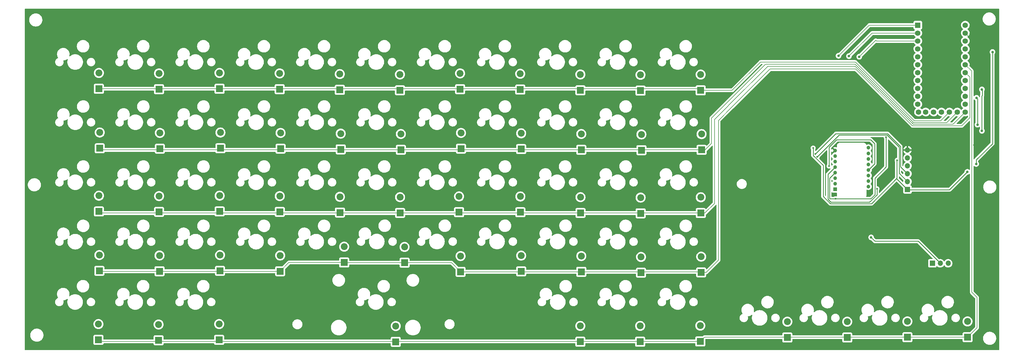
<source format=gbr>
G04 #@! TF.GenerationSoftware,KiCad,Pcbnew,(6.0.7)*
G04 #@! TF.CreationDate,2022-12-01T22:56:37-08:00*
G04 #@! TF.ProjectId,openot rev2,6f70656e-6f74-4207-9265-76322e6b6963,rev?*
G04 #@! TF.SameCoordinates,Original*
G04 #@! TF.FileFunction,Copper,L1,Top*
G04 #@! TF.FilePolarity,Positive*
%FSLAX46Y46*%
G04 Gerber Fmt 4.6, Leading zero omitted, Abs format (unit mm)*
G04 Created by KiCad (PCBNEW (6.0.7)) date 2022-12-01 22:56:37*
%MOMM*%
%LPD*%
G01*
G04 APERTURE LIST*
G04 #@! TA.AperFunction,ComponentPad*
%ADD10R,2.200000X2.200000*%
G04 #@! TD*
G04 #@! TA.AperFunction,ComponentPad*
%ADD11O,2.200000X2.200000*%
G04 #@! TD*
G04 #@! TA.AperFunction,ComponentPad*
%ADD12R,1.752600X1.752600*%
G04 #@! TD*
G04 #@! TA.AperFunction,ComponentPad*
%ADD13C,1.752600*%
G04 #@! TD*
G04 #@! TA.AperFunction,ComponentPad*
%ADD14R,1.700000X1.700000*%
G04 #@! TD*
G04 #@! TA.AperFunction,ComponentPad*
%ADD15O,1.700000X1.700000*%
G04 #@! TD*
G04 #@! TA.AperFunction,ComponentPad*
%ADD16R,1.200000X1.200000*%
G04 #@! TD*
G04 #@! TA.AperFunction,ComponentPad*
%ADD17C,1.200000*%
G04 #@! TD*
G04 #@! TA.AperFunction,ViaPad*
%ADD18C,0.800000*%
G04 #@! TD*
G04 #@! TA.AperFunction,ViaPad*
%ADD19C,0.600000*%
G04 #@! TD*
G04 #@! TA.AperFunction,Conductor*
%ADD20C,0.200000*%
G04 #@! TD*
G04 #@! TA.AperFunction,Conductor*
%ADD21C,0.250000*%
G04 #@! TD*
G04 APERTURE END LIST*
D10*
X183400000Y-159572183D03*
D11*
X183400000Y-154492183D03*
D10*
X85437267Y-162190298D03*
D11*
X85437267Y-157110298D03*
D10*
X239869267Y-143561315D03*
D11*
X239869267Y-138481315D03*
D10*
X162623000Y-103964817D03*
D11*
X162623000Y-98884817D03*
D10*
X85564267Y-122769498D03*
D11*
X85564267Y-117689498D03*
D10*
X239813600Y-184990817D03*
D11*
X239813600Y-179910817D03*
D10*
X85280000Y-103620000D03*
D11*
X85280000Y-98540000D03*
D10*
X181957267Y-143561315D03*
D11*
X181957267Y-138481315D03*
D10*
X278604267Y-162698298D03*
D11*
X278604267Y-157618298D03*
D10*
X143349267Y-143216498D03*
D11*
X143349267Y-138136498D03*
D10*
X104868267Y-122896498D03*
D11*
X104868267Y-117816498D03*
D10*
X164020000Y-159500000D03*
D11*
X164020000Y-154420000D03*
D10*
X201393134Y-162496830D03*
D11*
X201393134Y-157416830D03*
D10*
X85310267Y-143089498D03*
D11*
X85310267Y-138009498D03*
D10*
X123888000Y-184392000D03*
D11*
X123888000Y-179312000D03*
D10*
X220535000Y-103874000D03*
D11*
X220535000Y-98794000D03*
D10*
X364095800Y-183539182D03*
D11*
X364095800Y-178459182D03*
D10*
X220819267Y-123023498D03*
D11*
X220819267Y-117943498D03*
D10*
X104457000Y-184519000D03*
D11*
X104457000Y-179439000D03*
D10*
X162653267Y-143434315D03*
D11*
X162653267Y-138354315D03*
D12*
X348142683Y-83151434D03*
D13*
X348142683Y-85691434D03*
X348142683Y-88231434D03*
X348142683Y-90771434D03*
X348142683Y-93311434D03*
X348142683Y-95851434D03*
X348142683Y-98391434D03*
X348142683Y-100931434D03*
X348142683Y-103471434D03*
X348142683Y-106011434D03*
X348142683Y-108551434D03*
X348371283Y-111091434D03*
X363382683Y-111091434D03*
X363382683Y-108551434D03*
X363382683Y-106011434D03*
X363382683Y-103471434D03*
X363382683Y-100931434D03*
X363382683Y-98391434D03*
X363382683Y-95851434D03*
X363382683Y-93311434D03*
X363382683Y-90771434D03*
X363382683Y-88231434D03*
X363382683Y-85691434D03*
X363382683Y-83151434D03*
X350682683Y-111091434D03*
X353222683Y-111091434D03*
X355762683Y-111091434D03*
X358302683Y-111091434D03*
X360842683Y-111091434D03*
D10*
X85153000Y-184392000D03*
D11*
X85153000Y-179312000D03*
D10*
X344791800Y-183539182D03*
D11*
X344791800Y-178459182D03*
D10*
X306260000Y-183630000D03*
D11*
X306260000Y-178550000D03*
D10*
X278447000Y-104128000D03*
D11*
X278447000Y-99048000D03*
D10*
X278731267Y-123277498D03*
D11*
X278731267Y-118197498D03*
D10*
X220565267Y-143343498D03*
D11*
X220565267Y-138263498D03*
D10*
X124172267Y-162190298D03*
D11*
X124172267Y-157110298D03*
D10*
X124015000Y-103620000D03*
D11*
X124015000Y-98540000D03*
D10*
X240123267Y-123241315D03*
D11*
X240123267Y-118161315D03*
D10*
X325487801Y-183629999D03*
D11*
X325487801Y-178549999D03*
D10*
X143603267Y-122896498D03*
D11*
X143603267Y-117816498D03*
D10*
X259143000Y-104218817D03*
D11*
X259143000Y-99138817D03*
D10*
X143319000Y-103747000D03*
D11*
X143319000Y-98667000D03*
D10*
X239839000Y-104091817D03*
D11*
X239839000Y-99011817D03*
D14*
X352816283Y-159757834D03*
D15*
X355356283Y-159757834D03*
X357896283Y-159757834D03*
D10*
X104614267Y-143216498D03*
D11*
X104614267Y-138136498D03*
D10*
X259300267Y-162789115D03*
D11*
X259300267Y-157709115D03*
D10*
X104584000Y-103747000D03*
D11*
X104584000Y-98667000D03*
D10*
X201231000Y-103747000D03*
D11*
X201231000Y-98667000D03*
D10*
X182211267Y-123241315D03*
D11*
X182211267Y-118161315D03*
D15*
X344840683Y-123334234D03*
X344840683Y-125874234D03*
X344840683Y-128414234D03*
X344840683Y-130954234D03*
X344840683Y-133494234D03*
D14*
X344840683Y-136034234D03*
D10*
X278477267Y-143597498D03*
D11*
X278477267Y-138517498D03*
D10*
X201515267Y-122896498D03*
D11*
X201515267Y-117816498D03*
D10*
X240128134Y-162496830D03*
D11*
X240128134Y-157416830D03*
D10*
X124045267Y-143089498D03*
D11*
X124045267Y-138009498D03*
D10*
X143476267Y-162317298D03*
D11*
X143476267Y-157237298D03*
D10*
X124299267Y-122769498D03*
D11*
X124299267Y-117689498D03*
D10*
X181927000Y-104091817D03*
D11*
X181927000Y-99011817D03*
X278320000Y-179820000D03*
D10*
X278320000Y-184900000D03*
X220824134Y-162369830D03*
D11*
X220824134Y-157289830D03*
X200900000Y-138242183D03*
D10*
X200900000Y-143322183D03*
X259016000Y-184990817D03*
D11*
X259016000Y-179910817D03*
D10*
X259427267Y-123368315D03*
D11*
X259427267Y-118288315D03*
D10*
X104741267Y-162317298D03*
D11*
X104741267Y-157237298D03*
D10*
X162907267Y-123114315D03*
D11*
X162907267Y-118034315D03*
D10*
X259173267Y-143688315D03*
D11*
X259173267Y-138608315D03*
D10*
X180580800Y-185029102D03*
D11*
X180580800Y-179949102D03*
D16*
X321576683Y-135952234D03*
D17*
X321576683Y-134172234D03*
X321576683Y-132392234D03*
X321576683Y-130612234D03*
X321576683Y-128832234D03*
X321576683Y-127052234D03*
X321576683Y-125272234D03*
X321576683Y-123492234D03*
X332276683Y-122602234D03*
X332276683Y-124382234D03*
X332276683Y-126162234D03*
X332276683Y-127942234D03*
X332276683Y-129722234D03*
X332276683Y-131502234D03*
X332276683Y-133282234D03*
X332276683Y-135062234D03*
D18*
X329346683Y-93311434D03*
X322691883Y-93006634D03*
X326044683Y-93108234D03*
X333156683Y-151426634D03*
X366278283Y-121708634D03*
D19*
X335765683Y-123934234D03*
X311865683Y-138134234D03*
X317465683Y-119584234D03*
X334615683Y-130034234D03*
X315665683Y-130184234D03*
X314199683Y-133992234D03*
D18*
X364043083Y-130344634D03*
X372120283Y-91787434D03*
D19*
X314565683Y-122684234D03*
D18*
X366887883Y-127804634D03*
D19*
X341514673Y-126626234D03*
X335027683Y-135770234D03*
X315865683Y-125484234D03*
X315265683Y-124584234D03*
D18*
X368716683Y-103827034D03*
X368716683Y-117136634D03*
D19*
X321778447Y-138996998D03*
X337965683Y-119134234D03*
D18*
X366989483Y-106519434D03*
X367294283Y-115155434D03*
D19*
X319665683Y-128484234D03*
D20*
X85564267Y-162317298D02*
X85437267Y-162190298D01*
X143476267Y-162317298D02*
X85564267Y-162317298D01*
X146293565Y-159500000D02*
X143476267Y-162317298D01*
X164020000Y-159500000D02*
X146293565Y-159500000D01*
X278402799Y-162496830D02*
X278604267Y-162698298D01*
X201393134Y-162496830D02*
X278402799Y-162496830D01*
X183400000Y-159572183D02*
X198468487Y-159572183D01*
X198468487Y-159572183D02*
X201393134Y-162496830D01*
X183400000Y-159572183D02*
X164092183Y-159572183D01*
X164092183Y-159572183D02*
X164020000Y-159500000D01*
X367150000Y-180484982D02*
X364095800Y-183539182D01*
X367150000Y-170750000D02*
X367150000Y-180484982D01*
X365465483Y-169065483D02*
X367150000Y-170750000D01*
X365465483Y-97934234D02*
X365465483Y-169065483D01*
X363382683Y-95851434D02*
X365465483Y-97934234D01*
X284150000Y-113819318D02*
X288434659Y-109534659D01*
X284150000Y-158750000D02*
X284150000Y-113819318D01*
X280201702Y-162698298D02*
X284150000Y-158750000D01*
X288351083Y-109618234D02*
X288434659Y-109534659D01*
X278604267Y-162698298D02*
X280201702Y-162698298D01*
X288434659Y-109534659D02*
X300695483Y-97273834D01*
X279802502Y-143597498D02*
X278477267Y-143597498D01*
X282900000Y-140500000D02*
X279802502Y-143597498D01*
X282900000Y-133500000D02*
X282900000Y-140500000D01*
X282900000Y-113500000D02*
X282900000Y-133500000D01*
X287233483Y-109166517D02*
X282900000Y-113500000D01*
X287233483Y-109110234D02*
X287233483Y-109166517D01*
X279872502Y-123277498D02*
X278731267Y-123277498D01*
X281936059Y-113036059D02*
X281936059Y-121213941D01*
X281936059Y-121213941D02*
X279872502Y-123277498D01*
X299273083Y-95699034D02*
X281936059Y-113036059D01*
X328076683Y-95699034D02*
X299273083Y-95699034D01*
X346872683Y-114495034D02*
X328076683Y-95699034D01*
X288545004Y-104128000D02*
X297661502Y-95011502D01*
X278447000Y-104128000D02*
X288545004Y-104128000D01*
X297661502Y-95011502D02*
X328100351Y-95011502D01*
X364095800Y-183539182D02*
X279680818Y-183539182D01*
X279680818Y-183539182D02*
X278320000Y-184900000D01*
X85661000Y-184900000D02*
X85153000Y-184392000D01*
X278320000Y-184900000D02*
X85661000Y-184900000D01*
X85945267Y-162698298D02*
X85437267Y-162190298D01*
X85818267Y-143597498D02*
X85310267Y-143089498D01*
X278477267Y-143597498D02*
X85818267Y-143597498D01*
X86072267Y-123277498D02*
X85564267Y-122769498D01*
X278731267Y-123277498D02*
X86072267Y-123277498D01*
X277939000Y-103620000D02*
X278447000Y-104128000D01*
X85280000Y-103620000D02*
X277939000Y-103620000D01*
D21*
X355356283Y-159757834D02*
X348244283Y-152645834D01*
D20*
X333461483Y-85691434D02*
X326044683Y-93108234D01*
X334883883Y-88231434D02*
X334680683Y-88028234D01*
X346669483Y-115003034D02*
X359471083Y-115003034D01*
X357388283Y-114545834D02*
X360842683Y-111091434D01*
X348142683Y-83151434D02*
X332547083Y-83151434D01*
X332547083Y-83151434D02*
X322691883Y-93006634D01*
X300695483Y-97273834D02*
X328178283Y-97273834D01*
X328178283Y-97273834D02*
X346415483Y-115511034D01*
D21*
X348244283Y-152645834D02*
X347990283Y-152645834D01*
D20*
X346872683Y-114545834D02*
X357388283Y-114545834D01*
X355457883Y-113936234D02*
X358302683Y-111091434D01*
X348142683Y-88231434D02*
X334883883Y-88231434D01*
X348142683Y-85691434D02*
X333461483Y-85691434D01*
X328025883Y-96359434D02*
X346669483Y-115003034D01*
X364855883Y-112920234D02*
X364855883Y-99864634D01*
D21*
X347990283Y-152645834D02*
X334375883Y-152645834D01*
D20*
X334680683Y-88028234D02*
X334629883Y-88028234D01*
X346472029Y-114544234D02*
X346472029Y-114595034D01*
X346415483Y-115511034D02*
X362265083Y-115511034D01*
X334629883Y-88028234D02*
X329346683Y-93311434D01*
X328100351Y-95011502D02*
X347025083Y-113936234D01*
X364855883Y-99864634D02*
X363382683Y-98391434D01*
D21*
X334375883Y-152645834D02*
X333156683Y-151426634D01*
D20*
X287233483Y-109110234D02*
X299984283Y-96359434D01*
X359471083Y-115003034D02*
X363382683Y-111091434D01*
X347025083Y-113936234D02*
X355457883Y-113936234D01*
X362265083Y-115511034D02*
X364855883Y-112920234D01*
X299984283Y-96359434D02*
X328025883Y-96359434D01*
D21*
X335765683Y-128884234D02*
X334615683Y-130034234D01*
D20*
X368818283Y-121708634D02*
X370240683Y-120286234D01*
X370240683Y-92549434D02*
X363382683Y-85691434D01*
D21*
X314199683Y-136593244D02*
X312658693Y-138134234D01*
X314199683Y-133992234D02*
X314199683Y-136593244D01*
D20*
X370240683Y-120286234D02*
X370240683Y-92549434D01*
D21*
X312658693Y-138134234D02*
X311865683Y-138134234D01*
X335765683Y-123934234D02*
X335765683Y-128884234D01*
D20*
X366278283Y-121708634D02*
X368818283Y-121708634D01*
D21*
X320077094Y-140559233D02*
X317755683Y-138237822D01*
X341435672Y-126822245D02*
X341435672Y-132410245D01*
X366887883Y-127804634D02*
X366887883Y-126483834D01*
X333286684Y-140559233D02*
X320077094Y-140559233D01*
X341435672Y-126822245D02*
X341514673Y-126743244D01*
X317755683Y-128274234D02*
X314565683Y-125084234D01*
X314565683Y-125084234D02*
X314565683Y-122684234D01*
X341435672Y-126822245D02*
X341435672Y-132629223D01*
X364043083Y-130344634D02*
X358289883Y-136097834D01*
X358289883Y-136097834D02*
X344399883Y-136097834D01*
X317755683Y-134174234D02*
X317755683Y-128774234D01*
X366887883Y-126483834D02*
X372120283Y-121251434D01*
X317755683Y-138237822D02*
X317755683Y-134174234D01*
X341435672Y-132410245D02*
X333286684Y-140559233D01*
X341514673Y-126743244D02*
X341514673Y-126626234D01*
X341435672Y-132629223D02*
X344840683Y-136034234D01*
X317755683Y-128774234D02*
X317755683Y-128274234D01*
X372120283Y-121251434D02*
X372120283Y-91787434D01*
X319279683Y-139125410D02*
X319279683Y-131129234D01*
X319279683Y-131129234D02*
X321576683Y-128832234D01*
X332595119Y-140109222D02*
X320263495Y-140109222D01*
X335027683Y-137676658D02*
X332595119Y-140109222D01*
X320263495Y-140109222D02*
X319279683Y-139125410D01*
X335027683Y-135770234D02*
X335027683Y-137676658D01*
X344840683Y-133494234D02*
X342139683Y-130793234D01*
X338265684Y-118509233D02*
X322840684Y-118509233D01*
X322840684Y-118509233D02*
X315865683Y-125484234D01*
X342139683Y-122383232D02*
X338265684Y-118509233D01*
X342139683Y-130793234D02*
X342139683Y-122383232D01*
X344840683Y-130954234D02*
X342589694Y-128703245D01*
X338452084Y-118059222D02*
X321790695Y-118059222D01*
X321790695Y-118059222D02*
X315265683Y-124584234D01*
X342589694Y-122196832D02*
X338452084Y-118059222D01*
X342589694Y-128703245D02*
X342589694Y-122196832D01*
X368716683Y-105859034D02*
X368818283Y-105757434D01*
X368818283Y-105757434D02*
X368818283Y-103928634D01*
X368818283Y-103928634D02*
X368716683Y-103827034D01*
X368716683Y-117136634D02*
X368716683Y-105859034D01*
X334392683Y-132341234D02*
X337965683Y-128768234D01*
X334392683Y-137675234D02*
X334392683Y-132341234D01*
X321576683Y-130612234D02*
X319787683Y-132401234D01*
X319787683Y-132401234D02*
X319787683Y-138996998D01*
X337965683Y-128768234D02*
X337965683Y-119134234D01*
X321778447Y-138996998D02*
X333070919Y-138996998D01*
X319787683Y-138996998D02*
X321778447Y-138996998D01*
X333070919Y-138996998D02*
X334392683Y-137675234D01*
X367294283Y-106824234D02*
X366989483Y-106519434D01*
X367294283Y-115155434D02*
X367294283Y-106824234D01*
X334265683Y-127733234D02*
X334265683Y-121292234D01*
X322027683Y-120022234D02*
X319665683Y-122384234D01*
X319665683Y-122384234D02*
X319665683Y-128484234D01*
X332995683Y-120022234D02*
X322027683Y-120022234D01*
X334265683Y-121292234D02*
X332995683Y-120022234D01*
X332276683Y-129722234D02*
X334265683Y-127733234D01*
G04 #@! TA.AperFunction,Conductor*
G36*
X374220904Y-77914136D02*
G01*
X374267397Y-77967792D01*
X374278783Y-78020134D01*
X374278783Y-187545934D01*
X374258781Y-187614055D01*
X374205125Y-187660548D01*
X374152783Y-187671934D01*
X61630183Y-187671934D01*
X61562062Y-187651932D01*
X61515569Y-187598276D01*
X61504183Y-187545934D01*
X61504183Y-185540134D01*
X83544500Y-185540134D01*
X83551255Y-185602316D01*
X83602385Y-185738705D01*
X83689739Y-185855261D01*
X83806295Y-185942615D01*
X83942684Y-185993745D01*
X84004866Y-186000500D01*
X86301134Y-186000500D01*
X86363316Y-185993745D01*
X86499705Y-185942615D01*
X86616261Y-185855261D01*
X86703615Y-185738705D01*
X86742680Y-185634500D01*
X86751972Y-185609714D01*
X86751973Y-185609711D01*
X86754745Y-185602316D01*
X86754745Y-185602314D01*
X86788224Y-185543709D01*
X86851179Y-185510887D01*
X86875591Y-185508500D01*
X102722500Y-185508500D01*
X102790621Y-185528502D01*
X102837114Y-185582158D01*
X102848500Y-185634500D01*
X102848500Y-185667134D01*
X102855255Y-185729316D01*
X102906385Y-185865705D01*
X102993739Y-185982261D01*
X103110295Y-186069615D01*
X103246684Y-186120745D01*
X103308866Y-186127500D01*
X105605134Y-186127500D01*
X105667316Y-186120745D01*
X105803705Y-186069615D01*
X105920261Y-185982261D01*
X106007615Y-185865705D01*
X106058745Y-185729316D01*
X106065500Y-185667134D01*
X106065500Y-185634500D01*
X106085502Y-185566379D01*
X106139158Y-185519886D01*
X106191500Y-185508500D01*
X122165409Y-185508500D01*
X122233530Y-185528502D01*
X122280023Y-185582158D01*
X122285935Y-185599366D01*
X122286255Y-185602316D01*
X122289027Y-185609711D01*
X122289028Y-185609714D01*
X122298320Y-185634500D01*
X122337385Y-185738705D01*
X122424739Y-185855261D01*
X122541295Y-185942615D01*
X122677684Y-185993745D01*
X122739866Y-186000500D01*
X125036134Y-186000500D01*
X125098316Y-185993745D01*
X125234705Y-185942615D01*
X125351261Y-185855261D01*
X125438615Y-185738705D01*
X125477680Y-185634500D01*
X125486972Y-185609714D01*
X125486973Y-185609711D01*
X125489745Y-185602316D01*
X125489745Y-185602314D01*
X125523224Y-185543709D01*
X125586179Y-185510887D01*
X125610591Y-185508500D01*
X178846300Y-185508500D01*
X178914421Y-185528502D01*
X178960914Y-185582158D01*
X178972300Y-185634500D01*
X178972300Y-186177236D01*
X178979055Y-186239418D01*
X179030185Y-186375807D01*
X179117539Y-186492363D01*
X179234095Y-186579717D01*
X179370484Y-186630847D01*
X179432666Y-186637602D01*
X181728934Y-186637602D01*
X181791116Y-186630847D01*
X181927505Y-186579717D01*
X182044061Y-186492363D01*
X182131415Y-186375807D01*
X182182545Y-186239418D01*
X182189300Y-186177236D01*
X182189300Y-185634500D01*
X182209302Y-185566379D01*
X182262958Y-185519886D01*
X182315300Y-185508500D01*
X238079100Y-185508500D01*
X238147221Y-185528502D01*
X238193714Y-185582158D01*
X238205100Y-185634500D01*
X238205100Y-186138951D01*
X238211855Y-186201133D01*
X238262985Y-186337522D01*
X238350339Y-186454078D01*
X238466895Y-186541432D01*
X238603284Y-186592562D01*
X238665466Y-186599317D01*
X240961734Y-186599317D01*
X241023916Y-186592562D01*
X241160305Y-186541432D01*
X241276861Y-186454078D01*
X241364215Y-186337522D01*
X241415345Y-186201133D01*
X241422100Y-186138951D01*
X241422100Y-185634500D01*
X241442102Y-185566379D01*
X241495758Y-185519886D01*
X241548100Y-185508500D01*
X257281500Y-185508500D01*
X257349621Y-185528502D01*
X257396114Y-185582158D01*
X257407500Y-185634500D01*
X257407500Y-186138951D01*
X257414255Y-186201133D01*
X257465385Y-186337522D01*
X257552739Y-186454078D01*
X257669295Y-186541432D01*
X257805684Y-186592562D01*
X257867866Y-186599317D01*
X260164134Y-186599317D01*
X260226316Y-186592562D01*
X260362705Y-186541432D01*
X260479261Y-186454078D01*
X260566615Y-186337522D01*
X260617745Y-186201133D01*
X260624500Y-186138951D01*
X260624500Y-185634500D01*
X260644502Y-185566379D01*
X260698158Y-185519886D01*
X260750500Y-185508500D01*
X276585500Y-185508500D01*
X276653621Y-185528502D01*
X276700114Y-185582158D01*
X276711500Y-185634500D01*
X276711500Y-186048134D01*
X276718255Y-186110316D01*
X276769385Y-186246705D01*
X276856739Y-186363261D01*
X276973295Y-186450615D01*
X277109684Y-186501745D01*
X277171866Y-186508500D01*
X279468134Y-186508500D01*
X279530316Y-186501745D01*
X279666705Y-186450615D01*
X279783261Y-186363261D01*
X279870615Y-186246705D01*
X279921745Y-186110316D01*
X279928500Y-186048134D01*
X279928500Y-184273682D01*
X279948502Y-184205561D01*
X280002158Y-184159068D01*
X280054500Y-184147682D01*
X304525500Y-184147682D01*
X304593621Y-184167684D01*
X304640114Y-184221340D01*
X304651500Y-184273682D01*
X304651500Y-184778134D01*
X304658255Y-184840316D01*
X304709385Y-184976705D01*
X304796739Y-185093261D01*
X304913295Y-185180615D01*
X305049684Y-185231745D01*
X305111866Y-185238500D01*
X307408134Y-185238500D01*
X307470316Y-185231745D01*
X307606705Y-185180615D01*
X307723261Y-185093261D01*
X307810615Y-184976705D01*
X307861745Y-184840316D01*
X307868500Y-184778134D01*
X307868500Y-184273682D01*
X307888502Y-184205561D01*
X307942158Y-184159068D01*
X307994500Y-184147682D01*
X323753301Y-184147682D01*
X323821422Y-184167684D01*
X323867915Y-184221340D01*
X323879301Y-184273682D01*
X323879301Y-184778133D01*
X323886056Y-184840315D01*
X323937186Y-184976704D01*
X324024540Y-185093260D01*
X324141096Y-185180614D01*
X324277485Y-185231744D01*
X324339667Y-185238499D01*
X326635935Y-185238499D01*
X326698117Y-185231744D01*
X326834506Y-185180614D01*
X326951062Y-185093260D01*
X327038416Y-184976704D01*
X327089546Y-184840315D01*
X327096301Y-184778133D01*
X327096301Y-184273682D01*
X327116303Y-184205561D01*
X327169959Y-184159068D01*
X327222301Y-184147682D01*
X343057300Y-184147682D01*
X343125421Y-184167684D01*
X343171914Y-184221340D01*
X343183300Y-184273682D01*
X343183300Y-184687316D01*
X343190055Y-184749498D01*
X343241185Y-184885887D01*
X343328539Y-185002443D01*
X343445095Y-185089797D01*
X343581484Y-185140927D01*
X343643666Y-185147682D01*
X345939934Y-185147682D01*
X346002116Y-185140927D01*
X346138505Y-185089797D01*
X346255061Y-185002443D01*
X346342415Y-184885887D01*
X346393545Y-184749498D01*
X346400300Y-184687316D01*
X346400300Y-184273682D01*
X346420302Y-184205561D01*
X346473958Y-184159068D01*
X346526300Y-184147682D01*
X362361300Y-184147682D01*
X362429421Y-184167684D01*
X362475914Y-184221340D01*
X362487300Y-184273682D01*
X362487300Y-184687316D01*
X362494055Y-184749498D01*
X362545185Y-184885887D01*
X362632539Y-185002443D01*
X362749095Y-185089797D01*
X362885484Y-185140927D01*
X362947666Y-185147682D01*
X365243934Y-185147682D01*
X365306116Y-185140927D01*
X365442505Y-185089797D01*
X365559061Y-185002443D01*
X365646415Y-184885887D01*
X365697545Y-184749498D01*
X365704300Y-184687316D01*
X365704300Y-184020537D01*
X369096626Y-184020537D01*
X369134151Y-184305568D01*
X369210012Y-184582870D01*
X369211696Y-184586818D01*
X369319823Y-184840316D01*
X369322806Y-184847310D01*
X369357918Y-184905978D01*
X369467932Y-185089797D01*
X369470444Y-185093995D01*
X369650196Y-185318362D01*
X369667280Y-185334574D01*
X369850560Y-185508500D01*
X369858734Y-185516257D01*
X370092200Y-185684020D01*
X370095995Y-185686029D01*
X370095996Y-185686030D01*
X370117752Y-185697549D01*
X370346275Y-185818546D01*
X370616256Y-185917345D01*
X370897147Y-185978589D01*
X370925724Y-185980838D01*
X371120165Y-185996141D01*
X371120174Y-185996141D01*
X371122622Y-185996334D01*
X371278154Y-185996334D01*
X371280290Y-185996188D01*
X371280301Y-185996188D01*
X371488431Y-185981999D01*
X371488437Y-185981998D01*
X371492708Y-185981707D01*
X371496903Y-185980838D01*
X371496905Y-185980838D01*
X371707485Y-185937229D01*
X371774225Y-185923408D01*
X372045226Y-185827441D01*
X372300695Y-185695584D01*
X372304196Y-185693123D01*
X372304200Y-185693121D01*
X372516791Y-185543709D01*
X372535906Y-185530275D01*
X372746505Y-185334574D01*
X372928596Y-185112102D01*
X373078810Y-184866976D01*
X373087266Y-184847714D01*
X373192640Y-184607664D01*
X373194366Y-184603732D01*
X373273127Y-184327240D01*
X373313634Y-184042618D01*
X373313728Y-184024785D01*
X373315118Y-183759417D01*
X373315118Y-183759410D01*
X373315140Y-183755131D01*
X373305565Y-183682397D01*
X373293619Y-183591664D01*
X373277615Y-183470100D01*
X373268489Y-183436739D01*
X373253600Y-183382317D01*
X373201754Y-183192798D01*
X373178000Y-183137108D01*
X373090646Y-182932310D01*
X373090644Y-182932306D01*
X373088960Y-182928358D01*
X372941322Y-182681673D01*
X372761570Y-182457306D01*
X372626222Y-182328866D01*
X372556141Y-182262361D01*
X372556138Y-182262359D01*
X372553032Y-182259411D01*
X372319566Y-182091648D01*
X372297726Y-182080084D01*
X372252484Y-182056130D01*
X372065491Y-181957122D01*
X371889428Y-181892692D01*
X371799541Y-181859798D01*
X371799539Y-181859797D01*
X371795510Y-181858323D01*
X371514619Y-181797079D01*
X371483568Y-181794635D01*
X371291601Y-181779527D01*
X371291592Y-181779527D01*
X371289144Y-181779334D01*
X371133612Y-181779334D01*
X371131476Y-181779480D01*
X371131465Y-181779480D01*
X370923335Y-181793669D01*
X370923329Y-181793670D01*
X370919058Y-181793961D01*
X370914863Y-181794830D01*
X370914861Y-181794830D01*
X370778299Y-181823111D01*
X370637541Y-181852260D01*
X370366540Y-181948227D01*
X370362731Y-181950193D01*
X370206116Y-182031028D01*
X370111071Y-182080084D01*
X370107570Y-182082545D01*
X370107566Y-182082547D01*
X370106778Y-182083101D01*
X369875860Y-182245393D01*
X369860775Y-182259411D01*
X369674587Y-182432428D01*
X369665261Y-182441094D01*
X369483170Y-182663566D01*
X369332956Y-182908692D01*
X369331230Y-182912625D01*
X369331229Y-182912626D01*
X369246697Y-183105195D01*
X369217400Y-183171936D01*
X369138639Y-183448428D01*
X369098132Y-183733050D01*
X369098110Y-183737339D01*
X369098109Y-183737346D01*
X369097357Y-183880968D01*
X369096626Y-184020537D01*
X365704300Y-184020537D01*
X365704300Y-182843421D01*
X365724302Y-182775300D01*
X365741205Y-182754326D01*
X367546234Y-180949297D01*
X367558625Y-180938430D01*
X367577437Y-180923995D01*
X367583987Y-180918969D01*
X367608474Y-180887057D01*
X367608480Y-180887051D01*
X367676496Y-180798411D01*
X367676497Y-180798409D01*
X367681524Y-180791858D01*
X367742838Y-180643833D01*
X367751255Y-180579898D01*
X367758500Y-180524867D01*
X367758500Y-180524862D01*
X367763750Y-180484982D01*
X367759578Y-180453289D01*
X367758500Y-180436846D01*
X367758500Y-170798136D01*
X367759578Y-170781690D01*
X367762672Y-170758188D01*
X367763750Y-170750000D01*
X367758500Y-170710120D01*
X367758500Y-170710115D01*
X367742838Y-170591150D01*
X367724243Y-170546257D01*
X367724105Y-170545923D01*
X367684685Y-170450755D01*
X367684684Y-170450754D01*
X367681524Y-170443124D01*
X367608478Y-170347929D01*
X367608474Y-170347925D01*
X367600577Y-170337633D01*
X367589016Y-170322566D01*
X367589013Y-170322563D01*
X367583987Y-170316013D01*
X367577432Y-170310983D01*
X367558621Y-170296548D01*
X367546230Y-170285681D01*
X366110888Y-168850339D01*
X366076862Y-168788027D01*
X366073983Y-168761244D01*
X366073983Y-135354137D01*
X369147426Y-135354137D01*
X369147985Y-135358381D01*
X369147985Y-135358385D01*
X369156800Y-135425340D01*
X369184951Y-135639168D01*
X369260812Y-135916470D01*
X369262496Y-135920418D01*
X369370287Y-136173128D01*
X369373606Y-136180910D01*
X369521244Y-136427595D01*
X369700996Y-136651962D01*
X369824394Y-136769062D01*
X369893226Y-136834381D01*
X369909534Y-136849857D01*
X370093204Y-136981838D01*
X370126831Y-137006001D01*
X370143000Y-137017620D01*
X370146795Y-137019629D01*
X370146796Y-137019630D01*
X370168552Y-137031149D01*
X370397075Y-137152146D01*
X370667056Y-137250945D01*
X370947947Y-137312189D01*
X370976524Y-137314438D01*
X371170965Y-137329741D01*
X371170974Y-137329741D01*
X371173422Y-137329934D01*
X371328954Y-137329934D01*
X371331090Y-137329788D01*
X371331101Y-137329788D01*
X371539231Y-137315599D01*
X371539237Y-137315598D01*
X371543508Y-137315307D01*
X371547703Y-137314438D01*
X371547705Y-137314438D01*
X371728506Y-137276996D01*
X371825025Y-137257008D01*
X372096026Y-137161041D01*
X372261364Y-137075704D01*
X372347688Y-137031149D01*
X372347689Y-137031149D01*
X372351495Y-137029184D01*
X372354996Y-137026723D01*
X372355000Y-137026721D01*
X372503314Y-136922484D01*
X372586706Y-136863875D01*
X372697729Y-136760706D01*
X372794162Y-136671095D01*
X372794164Y-136671092D01*
X372797305Y-136668174D01*
X372979396Y-136445702D01*
X373129610Y-136200576D01*
X373145366Y-136164684D01*
X373243440Y-135941264D01*
X373245166Y-135937332D01*
X373257939Y-135892494D01*
X373308102Y-135716395D01*
X373323927Y-135660840D01*
X373364434Y-135376218D01*
X373364528Y-135358385D01*
X373365918Y-135093017D01*
X373365918Y-135093010D01*
X373365940Y-135088731D01*
X373361207Y-135052775D01*
X373339499Y-134887893D01*
X373328415Y-134803700D01*
X373252554Y-134526398D01*
X373238260Y-134492886D01*
X373141446Y-134265910D01*
X373141444Y-134265906D01*
X373139760Y-134261958D01*
X373040889Y-134096756D01*
X372994326Y-134018955D01*
X372994323Y-134018951D01*
X372992122Y-134015273D01*
X372812370Y-133790906D01*
X372647724Y-133634663D01*
X372606941Y-133595961D01*
X372606938Y-133595959D01*
X372603832Y-133593011D01*
X372370366Y-133425248D01*
X372348526Y-133413684D01*
X372323876Y-133400633D01*
X372116291Y-133290722D01*
X371969825Y-133237123D01*
X371850341Y-133193398D01*
X371850339Y-133193397D01*
X371846310Y-133191923D01*
X371565419Y-133130679D01*
X371534368Y-133128235D01*
X371342401Y-133113127D01*
X371342392Y-133113127D01*
X371339944Y-133112934D01*
X371184412Y-133112934D01*
X371182276Y-133113080D01*
X371182265Y-133113080D01*
X370974135Y-133127269D01*
X370974129Y-133127270D01*
X370969858Y-133127561D01*
X370965663Y-133128430D01*
X370965661Y-133128430D01*
X370878414Y-133146498D01*
X370688341Y-133185860D01*
X370417340Y-133281827D01*
X370161871Y-133413684D01*
X370158370Y-133416145D01*
X370158366Y-133416147D01*
X370094648Y-133460929D01*
X369926660Y-133578993D01*
X369900721Y-133603097D01*
X369728481Y-133763153D01*
X369716061Y-133774694D01*
X369533970Y-133997166D01*
X369383756Y-134242292D01*
X369382030Y-134246225D01*
X369382029Y-134246226D01*
X369356324Y-134304783D01*
X369268200Y-134505536D01*
X369267025Y-134509663D01*
X369267024Y-134509664D01*
X369263382Y-134522450D01*
X369189439Y-134782028D01*
X369173328Y-134895231D01*
X369150885Y-135052930D01*
X369148932Y-135066650D01*
X369148910Y-135070939D01*
X369148909Y-135070946D01*
X369147448Y-135349851D01*
X369147426Y-135354137D01*
X366073983Y-135354137D01*
X366073983Y-128583107D01*
X366093985Y-128514986D01*
X366147641Y-128468493D01*
X366217915Y-128458389D01*
X366275336Y-128485281D01*
X366276630Y-128483500D01*
X366413727Y-128583107D01*
X366431131Y-128595752D01*
X366437159Y-128598436D01*
X366437161Y-128598437D01*
X366575610Y-128660078D01*
X366605595Y-128673428D01*
X366675261Y-128688236D01*
X366785939Y-128711762D01*
X366785944Y-128711762D01*
X366792396Y-128713134D01*
X366983370Y-128713134D01*
X366989822Y-128711762D01*
X366989827Y-128711762D01*
X367100505Y-128688236D01*
X367170171Y-128673428D01*
X367200156Y-128660078D01*
X367338605Y-128598437D01*
X367338607Y-128598436D01*
X367344635Y-128595752D01*
X367499136Y-128483500D01*
X367537547Y-128440840D01*
X367622504Y-128346486D01*
X367622505Y-128346485D01*
X367626923Y-128341578D01*
X367691087Y-128230443D01*
X367719106Y-128181913D01*
X367719107Y-128181912D01*
X367722410Y-128176190D01*
X367781425Y-127994562D01*
X367782383Y-127985452D01*
X367800697Y-127811199D01*
X367801387Y-127804634D01*
X367781425Y-127614706D01*
X367722410Y-127433078D01*
X367626923Y-127267690D01*
X367553746Y-127186419D01*
X367523030Y-127122413D01*
X367521383Y-127102110D01*
X367521383Y-126798428D01*
X367541385Y-126730307D01*
X367558288Y-126709333D01*
X370024419Y-124243203D01*
X372512536Y-121755086D01*
X372520822Y-121747546D01*
X372527301Y-121743434D01*
X372573927Y-121693782D01*
X372576681Y-121690941D01*
X372596418Y-121671204D01*
X372598898Y-121668007D01*
X372606603Y-121658985D01*
X372631442Y-121632534D01*
X372636869Y-121626755D01*
X372640688Y-121619809D01*
X372640690Y-121619806D01*
X372646631Y-121609000D01*
X372657482Y-121592481D01*
X372665041Y-121582735D01*
X372669897Y-121576475D01*
X372673042Y-121569206D01*
X372673045Y-121569202D01*
X372687457Y-121535897D01*
X372692674Y-121525247D01*
X372713978Y-121486494D01*
X372719016Y-121466871D01*
X372725420Y-121448168D01*
X372730316Y-121436854D01*
X372730316Y-121436853D01*
X372733464Y-121429579D01*
X372734704Y-121421753D01*
X372734706Y-121421746D01*
X372740382Y-121385910D01*
X372742788Y-121374290D01*
X372751811Y-121339145D01*
X372751811Y-121339144D01*
X372753783Y-121331464D01*
X372753783Y-121311210D01*
X372755334Y-121291499D01*
X372757263Y-121279320D01*
X372758503Y-121271491D01*
X372754342Y-121227472D01*
X372753783Y-121215615D01*
X372753783Y-92489958D01*
X372773785Y-92421837D01*
X372786141Y-92405655D01*
X372859323Y-92324378D01*
X372954810Y-92158990D01*
X373013825Y-91977362D01*
X373015125Y-91964998D01*
X373033097Y-91793999D01*
X373033787Y-91787434D01*
X373013825Y-91597506D01*
X372954810Y-91415878D01*
X372938337Y-91387345D01*
X372881855Y-91289516D01*
X372859323Y-91250490D01*
X372800476Y-91185133D01*
X372735958Y-91113479D01*
X372735957Y-91113478D01*
X372731536Y-91108568D01*
X372577035Y-90996316D01*
X372571007Y-90993632D01*
X372571005Y-90993631D01*
X372408602Y-90921325D01*
X372408601Y-90921325D01*
X372402571Y-90918640D01*
X372309170Y-90898787D01*
X372222227Y-90880306D01*
X372222222Y-90880306D01*
X372215770Y-90878934D01*
X372024796Y-90878934D01*
X372018344Y-90880306D01*
X372018339Y-90880306D01*
X371931396Y-90898787D01*
X371837995Y-90918640D01*
X371831965Y-90921325D01*
X371831964Y-90921325D01*
X371669561Y-90993631D01*
X371669559Y-90993632D01*
X371663531Y-90996316D01*
X371509030Y-91108568D01*
X371504609Y-91113478D01*
X371504608Y-91113479D01*
X371440091Y-91185133D01*
X371381243Y-91250490D01*
X371358711Y-91289516D01*
X371302230Y-91387345D01*
X371285756Y-91415878D01*
X371226741Y-91597506D01*
X371206779Y-91787434D01*
X371207469Y-91793999D01*
X371225442Y-91964998D01*
X371226741Y-91977362D01*
X371285756Y-92158990D01*
X371381243Y-92324378D01*
X371454420Y-92405649D01*
X371485136Y-92469655D01*
X371486783Y-92489958D01*
X371486783Y-120936840D01*
X371466781Y-121004961D01*
X371449878Y-121025935D01*
X368970767Y-123505045D01*
X366495630Y-125980182D01*
X366487344Y-125987722D01*
X366480865Y-125991834D01*
X366475440Y-125997611D01*
X366434240Y-126041485D01*
X366431485Y-126044327D01*
X366411748Y-126064064D01*
X366409268Y-126067261D01*
X366401565Y-126076281D01*
X366371297Y-126108513D01*
X366367478Y-126115459D01*
X366367476Y-126115462D01*
X366361535Y-126126268D01*
X366350684Y-126142787D01*
X366338269Y-126158793D01*
X366335124Y-126166062D01*
X366335121Y-126166066D01*
X366320709Y-126199371D01*
X366315487Y-126210031D01*
X366310398Y-126219288D01*
X366260053Y-126269347D01*
X366190636Y-126284241D01*
X366124187Y-126259241D01*
X366081802Y-126202284D01*
X366073983Y-126158588D01*
X366073983Y-107188640D01*
X366093985Y-107120519D01*
X366147641Y-107074026D01*
X366217915Y-107063922D01*
X366282495Y-107093416D01*
X366293619Y-107104330D01*
X366378230Y-107198300D01*
X366532731Y-107310552D01*
X366538767Y-107313239D01*
X366538768Y-107313240D01*
X366586032Y-107334284D01*
X366640128Y-107380264D01*
X366660783Y-107449390D01*
X366660783Y-114452910D01*
X366640781Y-114521031D01*
X366628425Y-114537213D01*
X366555243Y-114618490D01*
X366505383Y-114704850D01*
X366464056Y-114776431D01*
X366459756Y-114783878D01*
X366400741Y-114965506D01*
X366400051Y-114972067D01*
X366400051Y-114972069D01*
X366397033Y-115000783D01*
X366380779Y-115155434D01*
X366381469Y-115161999D01*
X366394853Y-115289337D01*
X366400741Y-115345362D01*
X366459756Y-115526990D01*
X366555243Y-115692378D01*
X366559661Y-115697285D01*
X366559662Y-115697286D01*
X366676210Y-115826726D01*
X366683030Y-115834300D01*
X366764816Y-115893721D01*
X366826409Y-115938471D01*
X366837531Y-115946552D01*
X366843559Y-115949236D01*
X366843561Y-115949237D01*
X367005964Y-116021543D01*
X367011995Y-116024228D01*
X367105395Y-116044081D01*
X367192339Y-116062562D01*
X367192344Y-116062562D01*
X367198796Y-116063934D01*
X367389770Y-116063934D01*
X367396222Y-116062562D01*
X367396227Y-116062562D01*
X367483171Y-116044081D01*
X367576571Y-116024228D01*
X367582602Y-116021543D01*
X367745005Y-115949237D01*
X367745007Y-115949236D01*
X367751035Y-115946552D01*
X367756377Y-115942671D01*
X367883122Y-115850585D01*
X367949990Y-115826726D01*
X368019141Y-115842807D01*
X368068621Y-115893721D01*
X368083183Y-115952521D01*
X368083183Y-116434110D01*
X368063181Y-116502231D01*
X368050825Y-116518413D01*
X367977643Y-116599690D01*
X367933816Y-116675600D01*
X367888662Y-116753810D01*
X367882156Y-116765078D01*
X367823141Y-116946706D01*
X367803179Y-117136634D01*
X367803869Y-117143199D01*
X367821751Y-117313334D01*
X367823141Y-117326562D01*
X367882156Y-117508190D01*
X367885459Y-117513912D01*
X367885460Y-117513913D01*
X367896000Y-117532169D01*
X367977643Y-117673578D01*
X367982061Y-117678485D01*
X367982062Y-117678486D01*
X368075187Y-117781912D01*
X368105430Y-117815500D01*
X368204526Y-117887498D01*
X368227376Y-117904099D01*
X368259931Y-117927752D01*
X368265959Y-117930436D01*
X368265961Y-117930437D01*
X368306370Y-117948428D01*
X368434395Y-118005428D01*
X368527795Y-118025281D01*
X368614739Y-118043762D01*
X368614744Y-118043762D01*
X368621196Y-118045134D01*
X368812170Y-118045134D01*
X368818622Y-118043762D01*
X368818627Y-118043762D01*
X368905571Y-118025281D01*
X368998971Y-118005428D01*
X369126996Y-117948428D01*
X369167405Y-117930437D01*
X369167407Y-117930436D01*
X369173435Y-117927752D01*
X369205991Y-117904099D01*
X369228840Y-117887498D01*
X369327936Y-117815500D01*
X369358179Y-117781912D01*
X369451304Y-117678486D01*
X369451305Y-117678485D01*
X369455723Y-117673578D01*
X369537366Y-117532169D01*
X369547906Y-117513913D01*
X369547907Y-117513912D01*
X369551210Y-117508190D01*
X369610225Y-117326562D01*
X369611616Y-117313334D01*
X369629497Y-117143199D01*
X369630187Y-117136634D01*
X369610225Y-116946706D01*
X369551210Y-116765078D01*
X369544705Y-116753810D01*
X369499550Y-116675600D01*
X369455723Y-116599690D01*
X369382546Y-116518419D01*
X369351830Y-116454413D01*
X369350183Y-116434110D01*
X369350183Y-106144946D01*
X369366933Y-106083718D01*
X369367897Y-106082475D01*
X369385457Y-106041897D01*
X369390674Y-106031247D01*
X369411978Y-105992494D01*
X369417016Y-105972871D01*
X369423420Y-105954168D01*
X369428316Y-105942854D01*
X369428316Y-105942853D01*
X369431464Y-105935579D01*
X369432703Y-105927756D01*
X369432706Y-105927746D01*
X369438382Y-105891910D01*
X369440788Y-105880290D01*
X369449811Y-105845145D01*
X369449811Y-105845144D01*
X369451783Y-105837464D01*
X369451783Y-105817210D01*
X369453334Y-105797499D01*
X369455263Y-105785320D01*
X369456503Y-105777491D01*
X369452342Y-105733472D01*
X369451783Y-105721615D01*
X369451783Y-104404564D01*
X369468664Y-104341564D01*
X369547906Y-104204313D01*
X369547907Y-104204312D01*
X369551210Y-104198590D01*
X369610225Y-104016962D01*
X369630187Y-103827034D01*
X369624195Y-103770024D01*
X369610915Y-103643669D01*
X369610915Y-103643667D01*
X369610225Y-103637106D01*
X369551210Y-103455478D01*
X369455723Y-103290090D01*
X369327936Y-103148168D01*
X369173435Y-103035916D01*
X369167407Y-103033232D01*
X369167405Y-103033231D01*
X369005002Y-102960925D01*
X369005001Y-102960925D01*
X368998971Y-102958240D01*
X368905571Y-102938387D01*
X368818627Y-102919906D01*
X368818622Y-102919906D01*
X368812170Y-102918534D01*
X368621196Y-102918534D01*
X368614744Y-102919906D01*
X368614739Y-102919906D01*
X368527795Y-102938387D01*
X368434395Y-102958240D01*
X368428365Y-102960925D01*
X368428364Y-102960925D01*
X368265961Y-103033231D01*
X368265959Y-103033232D01*
X368259931Y-103035916D01*
X368105430Y-103148168D01*
X367977643Y-103290090D01*
X367882156Y-103455478D01*
X367823141Y-103637106D01*
X367822451Y-103643667D01*
X367822451Y-103643669D01*
X367809171Y-103770024D01*
X367803179Y-103827034D01*
X367823141Y-104016962D01*
X367882156Y-104198590D01*
X367885459Y-104204312D01*
X367885460Y-104204313D01*
X367905998Y-104239886D01*
X367977643Y-104363978D01*
X368105430Y-104505900D01*
X368110767Y-104509778D01*
X368110773Y-104509783D01*
X368132844Y-104525818D01*
X368176198Y-104582040D01*
X368184783Y-104627754D01*
X368184783Y-105471522D01*
X368168033Y-105532750D01*
X368167069Y-105533993D01*
X368163919Y-105541271D01*
X368163919Y-105541272D01*
X368149509Y-105574571D01*
X368144292Y-105585221D01*
X368122988Y-105623974D01*
X368121017Y-105631649D01*
X368121017Y-105631650D01*
X368117950Y-105643596D01*
X368111546Y-105662300D01*
X368103502Y-105680889D01*
X368102263Y-105688712D01*
X368102260Y-105688722D01*
X368096584Y-105724558D01*
X368094178Y-105736178D01*
X368085598Y-105769599D01*
X368083183Y-105779004D01*
X368083183Y-105799258D01*
X368081632Y-105818968D01*
X368078463Y-105838977D01*
X368079209Y-105846869D01*
X368082624Y-105882995D01*
X368083183Y-105894853D01*
X368083183Y-106149998D01*
X368063181Y-106218119D01*
X368009525Y-106264612D01*
X367939251Y-106274716D01*
X367874671Y-106245222D01*
X367837350Y-106188934D01*
X367826052Y-106154163D01*
X367824010Y-106147878D01*
X367799435Y-106105312D01*
X367759674Y-106036445D01*
X367728523Y-105982490D01*
X367711216Y-105963268D01*
X367605158Y-105845479D01*
X367605157Y-105845478D01*
X367600736Y-105840568D01*
X367477538Y-105751059D01*
X367451577Y-105732197D01*
X367451576Y-105732196D01*
X367446235Y-105728316D01*
X367440207Y-105725632D01*
X367440205Y-105725631D01*
X367277802Y-105653325D01*
X367277801Y-105653325D01*
X367271771Y-105650640D01*
X367178371Y-105630787D01*
X367091427Y-105612306D01*
X367091422Y-105612306D01*
X367084970Y-105610934D01*
X366893996Y-105610934D01*
X366887544Y-105612306D01*
X366887539Y-105612306D01*
X366800595Y-105630787D01*
X366707195Y-105650640D01*
X366701165Y-105653325D01*
X366701164Y-105653325D01*
X366538761Y-105725631D01*
X366538759Y-105725632D01*
X366532731Y-105728316D01*
X366527390Y-105732196D01*
X366527389Y-105732197D01*
X366501428Y-105751059D01*
X366378230Y-105840568D01*
X366373809Y-105845478D01*
X366373808Y-105845479D01*
X366293619Y-105934538D01*
X366233173Y-105971778D01*
X366162189Y-105970426D01*
X366103205Y-105930913D01*
X366074947Y-105865782D01*
X366073983Y-105850228D01*
X366073983Y-97982370D01*
X366075061Y-97965924D01*
X366078155Y-97942422D01*
X366079233Y-97934234D01*
X366073983Y-97894354D01*
X366073983Y-97894349D01*
X366058321Y-97775384D01*
X366045288Y-97743919D01*
X366036556Y-97722838D01*
X366000168Y-97634989D01*
X366000167Y-97634988D01*
X365997007Y-97627358D01*
X365983983Y-97610384D01*
X365923966Y-97532170D01*
X365923960Y-97532162D01*
X365923957Y-97532159D01*
X365899470Y-97500247D01*
X365888570Y-97491883D01*
X365874104Y-97480782D01*
X365861713Y-97469915D01*
X364746745Y-96354947D01*
X364712719Y-96292635D01*
X364715282Y-96229223D01*
X364739343Y-96150032D01*
X364739345Y-96150024D01*
X364740847Y-96145080D01*
X364760429Y-95996344D01*
X364770133Y-95922635D01*
X364770134Y-95922628D01*
X364770570Y-95919313D01*
X364772229Y-95851434D01*
X364763519Y-95745499D01*
X364753994Y-95629636D01*
X364753993Y-95629630D01*
X364753570Y-95624485D01*
X364698096Y-95403631D01*
X364696037Y-95398895D01*
X364609355Y-95199540D01*
X364609353Y-95199537D01*
X364607295Y-95194803D01*
X364483606Y-95003609D01*
X364330351Y-94835184D01*
X364151646Y-94694052D01*
X364145018Y-94690393D01*
X364144334Y-94689703D01*
X364142814Y-94688693D01*
X364143022Y-94688379D01*
X364095046Y-94639967D01*
X364080268Y-94570525D01*
X364105379Y-94504118D01*
X364132737Y-94477503D01*
X364275372Y-94375763D01*
X364275374Y-94375761D01*
X364279576Y-94372764D01*
X364440876Y-94212026D01*
X364465655Y-94177543D01*
X364570738Y-94031303D01*
X364573756Y-94027103D01*
X364594373Y-93985389D01*
X364672356Y-93827602D01*
X364672357Y-93827600D01*
X364674650Y-93822960D01*
X364723263Y-93662955D01*
X364739345Y-93610024D01*
X364739345Y-93610023D01*
X364740847Y-93605080D01*
X364753383Y-93509864D01*
X364770133Y-93382635D01*
X364770134Y-93382628D01*
X364770570Y-93379313D01*
X364772229Y-93311434D01*
X364757190Y-93128514D01*
X364753994Y-93089636D01*
X364753993Y-93089630D01*
X364753570Y-93084485D01*
X364711618Y-92917464D01*
X364699355Y-92868642D01*
X364699354Y-92868638D01*
X364698096Y-92863631D01*
X364696037Y-92858895D01*
X364609355Y-92659540D01*
X364609353Y-92659537D01*
X364607295Y-92654803D01*
X364520291Y-92520316D01*
X364486414Y-92467949D01*
X364486412Y-92467946D01*
X364483606Y-92463609D01*
X364330351Y-92295184D01*
X364151646Y-92154052D01*
X364145018Y-92150393D01*
X364144334Y-92149703D01*
X364142814Y-92148693D01*
X364143022Y-92148379D01*
X364095046Y-92099967D01*
X364080268Y-92030525D01*
X364105379Y-91964118D01*
X364132737Y-91937503D01*
X364275372Y-91835763D01*
X364275374Y-91835761D01*
X364279576Y-91832764D01*
X364440876Y-91672026D01*
X364515385Y-91568336D01*
X364570738Y-91491303D01*
X364573756Y-91487103D01*
X364577497Y-91479535D01*
X364672356Y-91287602D01*
X364672357Y-91287600D01*
X364674650Y-91282960D01*
X364740847Y-91065080D01*
X364753383Y-90969864D01*
X364770133Y-90842635D01*
X364770134Y-90842628D01*
X364770570Y-90839313D01*
X364772229Y-90771434D01*
X364764862Y-90681827D01*
X364753994Y-90549636D01*
X364753993Y-90549630D01*
X364753570Y-90544485D01*
X364698096Y-90323631D01*
X364696037Y-90318895D01*
X364609355Y-90119540D01*
X364609353Y-90119537D01*
X364607295Y-90114803D01*
X364483606Y-89923609D01*
X364330351Y-89755184D01*
X364151646Y-89614052D01*
X364145018Y-89610393D01*
X364144334Y-89609703D01*
X364142814Y-89608693D01*
X364143022Y-89608379D01*
X364095046Y-89559967D01*
X364080268Y-89490525D01*
X364105379Y-89424118D01*
X364132737Y-89397503D01*
X364275372Y-89295763D01*
X364275374Y-89295761D01*
X364279576Y-89292764D01*
X364440876Y-89132026D01*
X364573756Y-88947103D01*
X364577497Y-88939535D01*
X364672356Y-88747602D01*
X364672357Y-88747600D01*
X364674650Y-88742960D01*
X364740847Y-88525080D01*
X364753383Y-88429864D01*
X364770133Y-88302635D01*
X364770134Y-88302628D01*
X364770570Y-88299313D01*
X364772229Y-88231434D01*
X364764862Y-88141827D01*
X364753994Y-88009636D01*
X364753993Y-88009630D01*
X364753570Y-88004485D01*
X364698096Y-87783631D01*
X364696037Y-87778895D01*
X364609355Y-87579540D01*
X364609353Y-87579537D01*
X364607295Y-87574803D01*
X364504343Y-87415663D01*
X364486414Y-87387949D01*
X364486412Y-87387946D01*
X364483606Y-87383609D01*
X364330351Y-87215184D01*
X364151646Y-87074052D01*
X364145018Y-87070393D01*
X364144334Y-87069703D01*
X364142814Y-87068693D01*
X364143022Y-87068379D01*
X364095046Y-87019967D01*
X364080268Y-86950525D01*
X364105379Y-86884118D01*
X364132737Y-86857503D01*
X364275372Y-86755763D01*
X364275374Y-86755761D01*
X364279576Y-86752764D01*
X364440876Y-86592026D01*
X364573756Y-86407103D01*
X364625300Y-86302813D01*
X364672356Y-86207602D01*
X364672357Y-86207600D01*
X364674650Y-86202960D01*
X364740847Y-85985080D01*
X364753383Y-85889864D01*
X364770133Y-85762635D01*
X364770134Y-85762628D01*
X364770570Y-85759313D01*
X364772229Y-85691434D01*
X364764862Y-85601827D01*
X364753994Y-85469636D01*
X364753993Y-85469630D01*
X364753570Y-85464485D01*
X364703213Y-85264002D01*
X364699355Y-85248642D01*
X364699354Y-85248638D01*
X364698096Y-85243631D01*
X364693455Y-85232957D01*
X364609355Y-85039540D01*
X364609353Y-85039537D01*
X364607295Y-85034803D01*
X364483606Y-84843609D01*
X364330351Y-84675184D01*
X364151646Y-84534052D01*
X364145018Y-84530393D01*
X364144334Y-84529703D01*
X364142814Y-84528693D01*
X364143022Y-84528379D01*
X364095046Y-84479967D01*
X364080268Y-84410525D01*
X364105379Y-84344118D01*
X364132737Y-84317503D01*
X364275372Y-84215763D01*
X364275374Y-84215761D01*
X364279576Y-84212764D01*
X364440876Y-84052026D01*
X364573756Y-83867103D01*
X364625300Y-83762813D01*
X364672356Y-83667602D01*
X364672357Y-83667600D01*
X364674650Y-83662960D01*
X364740847Y-83445080D01*
X364744666Y-83416072D01*
X364770133Y-83222635D01*
X364770134Y-83222628D01*
X364770570Y-83219313D01*
X364772229Y-83151434D01*
X364756812Y-82963913D01*
X364753994Y-82929636D01*
X364753993Y-82929630D01*
X364753570Y-82924485D01*
X364703213Y-82724002D01*
X364699355Y-82708642D01*
X364699354Y-82708638D01*
X364698096Y-82703631D01*
X364694625Y-82695648D01*
X364609355Y-82499540D01*
X364609353Y-82499537D01*
X364607295Y-82494803D01*
X364483606Y-82303609D01*
X364330351Y-82135184D01*
X364151646Y-81994052D01*
X363952290Y-81884001D01*
X363836281Y-81842920D01*
X363742512Y-81809714D01*
X363742508Y-81809713D01*
X363737637Y-81807988D01*
X363732544Y-81807081D01*
X363732541Y-81807080D01*
X363518540Y-81768961D01*
X363518534Y-81768960D01*
X363513451Y-81768055D01*
X363426381Y-81766991D01*
X363290922Y-81765336D01*
X363290920Y-81765336D01*
X363285753Y-81765273D01*
X363060659Y-81799717D01*
X362844212Y-81870463D01*
X362642227Y-81975610D01*
X362638094Y-81978713D01*
X362638091Y-81978715D01*
X362464262Y-82109229D01*
X362460127Y-82112334D01*
X362302803Y-82276964D01*
X362299889Y-82281236D01*
X362299888Y-82281237D01*
X362237488Y-82372713D01*
X362174480Y-82465079D01*
X362078604Y-82671626D01*
X362077222Y-82676608D01*
X362077222Y-82676609D01*
X362055426Y-82755204D01*
X362017750Y-82891059D01*
X361993552Y-83117484D01*
X361993849Y-83122636D01*
X361993849Y-83122640D01*
X361998210Y-83198270D01*
X362006660Y-83344821D01*
X362007795Y-83349858D01*
X362007796Y-83349864D01*
X362042655Y-83504545D01*
X362056722Y-83566965D01*
X362058666Y-83571751D01*
X362058667Y-83571756D01*
X362135079Y-83759934D01*
X362142394Y-83777949D01*
X362261375Y-83972108D01*
X362410469Y-84144227D01*
X362585672Y-84289683D01*
X362590123Y-84292284D01*
X362590133Y-84292291D01*
X362622949Y-84311467D01*
X362671672Y-84363106D01*
X362684742Y-84432889D01*
X362658009Y-84498661D01*
X362635036Y-84521009D01*
X362460127Y-84652334D01*
X362302803Y-84816964D01*
X362299889Y-84821236D01*
X362299888Y-84821237D01*
X362228611Y-84925726D01*
X362174480Y-85005079D01*
X362078604Y-85211626D01*
X362077222Y-85216608D01*
X362077222Y-85216609D01*
X362055426Y-85295204D01*
X362017750Y-85431059D01*
X361993552Y-85657484D01*
X361993849Y-85662636D01*
X361993849Y-85662640D01*
X361998666Y-85746174D01*
X362006660Y-85884821D01*
X362056722Y-86106965D01*
X362058666Y-86111751D01*
X362058667Y-86111756D01*
X362135079Y-86299934D01*
X362142394Y-86317949D01*
X362261375Y-86512108D01*
X362410469Y-86684227D01*
X362585672Y-86829683D01*
X362590123Y-86832284D01*
X362590133Y-86832291D01*
X362622949Y-86851467D01*
X362671672Y-86903106D01*
X362684742Y-86972889D01*
X362658009Y-87038661D01*
X362635036Y-87061009D01*
X362460127Y-87192334D01*
X362302803Y-87356964D01*
X362299889Y-87361236D01*
X362299888Y-87361237D01*
X362259985Y-87419733D01*
X362174480Y-87545079D01*
X362078604Y-87751626D01*
X362017750Y-87971059D01*
X361993552Y-88197484D01*
X361993849Y-88202636D01*
X361993849Y-88202640D01*
X361995705Y-88234821D01*
X362006660Y-88424821D01*
X362007795Y-88429858D01*
X362007796Y-88429864D01*
X362045023Y-88595054D01*
X362056722Y-88646965D01*
X362058666Y-88651751D01*
X362058667Y-88651756D01*
X362140450Y-88853162D01*
X362142394Y-88857949D01*
X362261375Y-89052108D01*
X362410469Y-89224227D01*
X362585672Y-89369683D01*
X362590123Y-89372284D01*
X362590133Y-89372291D01*
X362622949Y-89391467D01*
X362671672Y-89443106D01*
X362684742Y-89512889D01*
X362658009Y-89578661D01*
X362635036Y-89601009D01*
X362460127Y-89732334D01*
X362302803Y-89896964D01*
X362299889Y-89901236D01*
X362299888Y-89901237D01*
X362228611Y-90005726D01*
X362174480Y-90085079D01*
X362078604Y-90291626D01*
X362017750Y-90511059D01*
X361993552Y-90737484D01*
X361993849Y-90742636D01*
X361993849Y-90742640D01*
X361995705Y-90774821D01*
X362006660Y-90964821D01*
X362007795Y-90969858D01*
X362007796Y-90969864D01*
X362045023Y-91135054D01*
X362056722Y-91186965D01*
X362058666Y-91191751D01*
X362058667Y-91191756D01*
X362124117Y-91352938D01*
X362142394Y-91397949D01*
X362187735Y-91471938D01*
X362249970Y-91573496D01*
X362261375Y-91592108D01*
X362410469Y-91764227D01*
X362585672Y-91909683D01*
X362590123Y-91912284D01*
X362590133Y-91912291D01*
X362622949Y-91931467D01*
X362671672Y-91983106D01*
X362684742Y-92052889D01*
X362658009Y-92118661D01*
X362635036Y-92141009D01*
X362460127Y-92272334D01*
X362456555Y-92276072D01*
X362313773Y-92425485D01*
X362302803Y-92436964D01*
X362299889Y-92441236D01*
X362299888Y-92441237D01*
X362280503Y-92469655D01*
X362174480Y-92625079D01*
X362078604Y-92831626D01*
X362017750Y-93051059D01*
X361993552Y-93277484D01*
X361993849Y-93282636D01*
X361993849Y-93282640D01*
X361995888Y-93317999D01*
X362006660Y-93504821D01*
X362007795Y-93509858D01*
X362007796Y-93509864D01*
X362051575Y-93704126D01*
X362056722Y-93726965D01*
X362058666Y-93731751D01*
X362058667Y-93731756D01*
X362133130Y-93915134D01*
X362142394Y-93937949D01*
X362261375Y-94132108D01*
X362410469Y-94304227D01*
X362585672Y-94449683D01*
X362590123Y-94452284D01*
X362590133Y-94452291D01*
X362622949Y-94471467D01*
X362671672Y-94523106D01*
X362684742Y-94592889D01*
X362658009Y-94658661D01*
X362635036Y-94681009D01*
X362460127Y-94812334D01*
X362302803Y-94976964D01*
X362299889Y-94981236D01*
X362299888Y-94981237D01*
X362231683Y-95081222D01*
X362174480Y-95165079D01*
X362078604Y-95371626D01*
X362017750Y-95591059D01*
X361993552Y-95817484D01*
X361993849Y-95822636D01*
X361993849Y-95822640D01*
X361998666Y-95906174D01*
X362006660Y-96044821D01*
X362007795Y-96049858D01*
X362007796Y-96049864D01*
X362054732Y-96258136D01*
X362056722Y-96266965D01*
X362058666Y-96271751D01*
X362058667Y-96271756D01*
X362103305Y-96381685D01*
X362142394Y-96477949D01*
X362261375Y-96672108D01*
X362410469Y-96844227D01*
X362585672Y-96989683D01*
X362590123Y-96992284D01*
X362590133Y-96992291D01*
X362622949Y-97011467D01*
X362671672Y-97063106D01*
X362684742Y-97132889D01*
X362658009Y-97198661D01*
X362635036Y-97221009D01*
X362460127Y-97352334D01*
X362302803Y-97516964D01*
X362299889Y-97521236D01*
X362299888Y-97521237D01*
X362248999Y-97595838D01*
X362174480Y-97705079D01*
X362078604Y-97911626D01*
X362077222Y-97916608D01*
X362077222Y-97916609D01*
X362069728Y-97943631D01*
X362017750Y-98131059D01*
X361993552Y-98357484D01*
X361993849Y-98362636D01*
X361993849Y-98362640D01*
X361998666Y-98446174D01*
X362006660Y-98584821D01*
X362007795Y-98589858D01*
X362007796Y-98589864D01*
X362028099Y-98679954D01*
X362056722Y-98806965D01*
X362058666Y-98811751D01*
X362058667Y-98811756D01*
X362100375Y-98914469D01*
X362142394Y-99017949D01*
X362261375Y-99212108D01*
X362410469Y-99384227D01*
X362585672Y-99529683D01*
X362590123Y-99532284D01*
X362590133Y-99532291D01*
X362622949Y-99551467D01*
X362671672Y-99603106D01*
X362684742Y-99672889D01*
X362658009Y-99738661D01*
X362635036Y-99761009D01*
X362460127Y-99892334D01*
X362456555Y-99896072D01*
X362329600Y-100028923D01*
X362302803Y-100056964D01*
X362299889Y-100061236D01*
X362299888Y-100061237D01*
X362279618Y-100090952D01*
X362174480Y-100245079D01*
X362078604Y-100451626D01*
X362017750Y-100671059D01*
X361993552Y-100897484D01*
X361993849Y-100902636D01*
X361993849Y-100902640D01*
X361998666Y-100986174D01*
X362006660Y-101124821D01*
X362056722Y-101346965D01*
X362058666Y-101351751D01*
X362058667Y-101351756D01*
X362140450Y-101553162D01*
X362142394Y-101557949D01*
X362261375Y-101752108D01*
X362410469Y-101924227D01*
X362585672Y-102069683D01*
X362590123Y-102072284D01*
X362590133Y-102072291D01*
X362622949Y-102091467D01*
X362671672Y-102143106D01*
X362684742Y-102212889D01*
X362658009Y-102278661D01*
X362635036Y-102301009D01*
X362460127Y-102432334D01*
X362456555Y-102436072D01*
X362352901Y-102544540D01*
X362302803Y-102596964D01*
X362299889Y-102601236D01*
X362299888Y-102601237D01*
X362262337Y-102656285D01*
X362174480Y-102785079D01*
X362078604Y-102991626D01*
X362017750Y-103211059D01*
X361993552Y-103437484D01*
X361993849Y-103442636D01*
X361993849Y-103442640D01*
X361996153Y-103482595D01*
X362006660Y-103664821D01*
X362007795Y-103669858D01*
X362007796Y-103669864D01*
X362055584Y-103881916D01*
X362056722Y-103886965D01*
X362058666Y-103891751D01*
X362058667Y-103891756D01*
X362140450Y-104093162D01*
X362142394Y-104097949D01*
X362261375Y-104292108D01*
X362410469Y-104464227D01*
X362585672Y-104609683D01*
X362590123Y-104612284D01*
X362590133Y-104612291D01*
X362622949Y-104631467D01*
X362671672Y-104683106D01*
X362684742Y-104752889D01*
X362658009Y-104818661D01*
X362635036Y-104841009D01*
X362460127Y-104972334D01*
X362456555Y-104976072D01*
X362348981Y-105088642D01*
X362302803Y-105136964D01*
X362299889Y-105141236D01*
X362299888Y-105141237D01*
X362279848Y-105170615D01*
X362174480Y-105325079D01*
X362078604Y-105531626D01*
X362077222Y-105536608D01*
X362077222Y-105536609D01*
X362054919Y-105617033D01*
X362017750Y-105751059D01*
X361993552Y-105977484D01*
X361993849Y-105982636D01*
X361993849Y-105982640D01*
X361996651Y-106031236D01*
X362006660Y-106204821D01*
X362007795Y-106209858D01*
X362007796Y-106209864D01*
X362055584Y-106421916D01*
X362056722Y-106426965D01*
X362058666Y-106431751D01*
X362058667Y-106431756D01*
X362132823Y-106614379D01*
X362142394Y-106637949D01*
X362145093Y-106642353D01*
X362250448Y-106814276D01*
X362261375Y-106832108D01*
X362410469Y-107004227D01*
X362585672Y-107149683D01*
X362590123Y-107152284D01*
X362590133Y-107152291D01*
X362622949Y-107171467D01*
X362671672Y-107223106D01*
X362684742Y-107292889D01*
X362658009Y-107358661D01*
X362635036Y-107381009D01*
X362460127Y-107512334D01*
X362302803Y-107676964D01*
X362299889Y-107681236D01*
X362299888Y-107681237D01*
X362242986Y-107764653D01*
X362174480Y-107865079D01*
X362078604Y-108071626D01*
X362017750Y-108291059D01*
X361993552Y-108517484D01*
X361993849Y-108522636D01*
X361993849Y-108522640D01*
X361995736Y-108555365D01*
X362006660Y-108744821D01*
X362007795Y-108749858D01*
X362007796Y-108749864D01*
X362028099Y-108839954D01*
X362056722Y-108966965D01*
X362058666Y-108971751D01*
X362058667Y-108971756D01*
X362112179Y-109103539D01*
X362142394Y-109177949D01*
X362261375Y-109372108D01*
X362410469Y-109544227D01*
X362585672Y-109689683D01*
X362590123Y-109692284D01*
X362590133Y-109692291D01*
X362622949Y-109711467D01*
X362671672Y-109763106D01*
X362684742Y-109832889D01*
X362658009Y-109898661D01*
X362635036Y-109921009D01*
X362460127Y-110052334D01*
X362302803Y-110216964D01*
X362287233Y-110239789D01*
X362216467Y-110343528D01*
X362161556Y-110388530D01*
X362091031Y-110396701D01*
X362027284Y-110365447D01*
X362006587Y-110340963D01*
X361946414Y-110247949D01*
X361946412Y-110247946D01*
X361943606Y-110243609D01*
X361790351Y-110075184D01*
X361611646Y-109934052D01*
X361412290Y-109824001D01*
X361240329Y-109763106D01*
X361202512Y-109749714D01*
X361202508Y-109749713D01*
X361197637Y-109747988D01*
X361192544Y-109747081D01*
X361192541Y-109747080D01*
X360978540Y-109708961D01*
X360978534Y-109708960D01*
X360973451Y-109708055D01*
X360886381Y-109706991D01*
X360750922Y-109705336D01*
X360750920Y-109705336D01*
X360745753Y-109705273D01*
X360520659Y-109739717D01*
X360304212Y-109810463D01*
X360299620Y-109812853D01*
X360299621Y-109812853D01*
X360134786Y-109898661D01*
X360102227Y-109915610D01*
X360098094Y-109918713D01*
X360098091Y-109918715D01*
X359924262Y-110049229D01*
X359920127Y-110052334D01*
X359762803Y-110216964D01*
X359747233Y-110239789D01*
X359676467Y-110343528D01*
X359621556Y-110388530D01*
X359551031Y-110396701D01*
X359487284Y-110365447D01*
X359466587Y-110340963D01*
X359406414Y-110247949D01*
X359406412Y-110247946D01*
X359403606Y-110243609D01*
X359250351Y-110075184D01*
X359071646Y-109934052D01*
X358872290Y-109824001D01*
X358700329Y-109763106D01*
X358662512Y-109749714D01*
X358662508Y-109749713D01*
X358657637Y-109747988D01*
X358652544Y-109747081D01*
X358652541Y-109747080D01*
X358438540Y-109708961D01*
X358438534Y-109708960D01*
X358433451Y-109708055D01*
X358346381Y-109706991D01*
X358210922Y-109705336D01*
X358210920Y-109705336D01*
X358205753Y-109705273D01*
X357980659Y-109739717D01*
X357764212Y-109810463D01*
X357759620Y-109812853D01*
X357759621Y-109812853D01*
X357594786Y-109898661D01*
X357562227Y-109915610D01*
X357558094Y-109918713D01*
X357558091Y-109918715D01*
X357384262Y-110049229D01*
X357380127Y-110052334D01*
X357222803Y-110216964D01*
X357207233Y-110239789D01*
X357136467Y-110343528D01*
X357081556Y-110388530D01*
X357011031Y-110396701D01*
X356947284Y-110365447D01*
X356926587Y-110340963D01*
X356866414Y-110247949D01*
X356866412Y-110247946D01*
X356863606Y-110243609D01*
X356710351Y-110075184D01*
X356531646Y-109934052D01*
X356332290Y-109824001D01*
X356160329Y-109763106D01*
X356122512Y-109749714D01*
X356122508Y-109749713D01*
X356117637Y-109747988D01*
X356112544Y-109747081D01*
X356112541Y-109747080D01*
X355898540Y-109708961D01*
X355898534Y-109708960D01*
X355893451Y-109708055D01*
X355806381Y-109706991D01*
X355670922Y-109705336D01*
X355670920Y-109705336D01*
X355665753Y-109705273D01*
X355440659Y-109739717D01*
X355224212Y-109810463D01*
X355219620Y-109812853D01*
X355219621Y-109812853D01*
X355054786Y-109898661D01*
X355022227Y-109915610D01*
X355018094Y-109918713D01*
X355018091Y-109918715D01*
X354844262Y-110049229D01*
X354840127Y-110052334D01*
X354682803Y-110216964D01*
X354667233Y-110239789D01*
X354596467Y-110343528D01*
X354541556Y-110388530D01*
X354471031Y-110396701D01*
X354407284Y-110365447D01*
X354386587Y-110340963D01*
X354326414Y-110247949D01*
X354326412Y-110247946D01*
X354323606Y-110243609D01*
X354170351Y-110075184D01*
X353991646Y-109934052D01*
X353792290Y-109824001D01*
X353620329Y-109763106D01*
X353582512Y-109749714D01*
X353582508Y-109749713D01*
X353577637Y-109747988D01*
X353572544Y-109747081D01*
X353572541Y-109747080D01*
X353358540Y-109708961D01*
X353358534Y-109708960D01*
X353353451Y-109708055D01*
X353266381Y-109706991D01*
X353130922Y-109705336D01*
X353130920Y-109705336D01*
X353125753Y-109705273D01*
X352900659Y-109739717D01*
X352684212Y-109810463D01*
X352679620Y-109812853D01*
X352679621Y-109812853D01*
X352514786Y-109898661D01*
X352482227Y-109915610D01*
X352478094Y-109918713D01*
X352478091Y-109918715D01*
X352304262Y-110049229D01*
X352300127Y-110052334D01*
X352142803Y-110216964D01*
X352127233Y-110239789D01*
X352056467Y-110343528D01*
X352001556Y-110388530D01*
X351931031Y-110396701D01*
X351867284Y-110365447D01*
X351846587Y-110340963D01*
X351786414Y-110247949D01*
X351786412Y-110247946D01*
X351783606Y-110243609D01*
X351630351Y-110075184D01*
X351451646Y-109934052D01*
X351252290Y-109824001D01*
X351080329Y-109763106D01*
X351042512Y-109749714D01*
X351042508Y-109749713D01*
X351037637Y-109747988D01*
X351032544Y-109747081D01*
X351032541Y-109747080D01*
X350818540Y-109708961D01*
X350818534Y-109708960D01*
X350813451Y-109708055D01*
X350726381Y-109706991D01*
X350590922Y-109705336D01*
X350590920Y-109705336D01*
X350585753Y-109705273D01*
X350360659Y-109739717D01*
X350144212Y-109810463D01*
X350139620Y-109812853D01*
X350139621Y-109812853D01*
X349974786Y-109898661D01*
X349942227Y-109915610D01*
X349938094Y-109918713D01*
X349938091Y-109918715D01*
X349764262Y-110049229D01*
X349760127Y-110052334D01*
X349749136Y-110063835D01*
X349616837Y-110202278D01*
X349555312Y-110237708D01*
X349484400Y-110234251D01*
X349432549Y-110200026D01*
X349322432Y-110079009D01*
X349322426Y-110079003D01*
X349318951Y-110075184D01*
X349140246Y-109934052D01*
X349004745Y-109859251D01*
X348954775Y-109808819D01*
X348940003Y-109739376D01*
X348965119Y-109672970D01*
X348992470Y-109646365D01*
X349035370Y-109615765D01*
X349035377Y-109615759D01*
X349039576Y-109612764D01*
X349200876Y-109452026D01*
X349333756Y-109267103D01*
X349434650Y-109062960D01*
X349500847Y-108845080D01*
X349513383Y-108749864D01*
X349530133Y-108622635D01*
X349530134Y-108622628D01*
X349530570Y-108619313D01*
X349532229Y-108551434D01*
X349521997Y-108426981D01*
X349513994Y-108329636D01*
X349513993Y-108329630D01*
X349513570Y-108324485D01*
X349485833Y-108214058D01*
X349459355Y-108108642D01*
X349459354Y-108108638D01*
X349458096Y-108103631D01*
X349456037Y-108098895D01*
X349369355Y-107899540D01*
X349369353Y-107899537D01*
X349367295Y-107894803D01*
X349243606Y-107703609D01*
X349090351Y-107535184D01*
X348911646Y-107394052D01*
X348905018Y-107390393D01*
X348904334Y-107389703D01*
X348902814Y-107388693D01*
X348903022Y-107388379D01*
X348855046Y-107339967D01*
X348840268Y-107270525D01*
X348865379Y-107204118D01*
X348892737Y-107177503D01*
X349035372Y-107075763D01*
X349035374Y-107075761D01*
X349039576Y-107072764D01*
X349200876Y-106912026D01*
X349213703Y-106894176D01*
X349330738Y-106731303D01*
X349333756Y-106727103D01*
X349364234Y-106665437D01*
X349432356Y-106527602D01*
X349432357Y-106527600D01*
X349434650Y-106522960D01*
X349500847Y-106305080D01*
X349513383Y-106209864D01*
X349530133Y-106082635D01*
X349530134Y-106082628D01*
X349530570Y-106079313D01*
X349530671Y-106075196D01*
X349532147Y-106014799D01*
X349532147Y-106014794D01*
X349532229Y-106011434D01*
X349522402Y-105891910D01*
X349513994Y-105789636D01*
X349513993Y-105789630D01*
X349513570Y-105784485D01*
X349473253Y-105623974D01*
X349459355Y-105568642D01*
X349459354Y-105568638D01*
X349458096Y-105563631D01*
X349456037Y-105558895D01*
X349369355Y-105359540D01*
X349369353Y-105359537D01*
X349367295Y-105354803D01*
X349255848Y-105182532D01*
X349246414Y-105167949D01*
X349246412Y-105167946D01*
X349243606Y-105163609D01*
X349090351Y-104995184D01*
X348911646Y-104854052D01*
X348905018Y-104850393D01*
X348904334Y-104849703D01*
X348902814Y-104848693D01*
X348903022Y-104848379D01*
X348855046Y-104799967D01*
X348840268Y-104730525D01*
X348865379Y-104664118D01*
X348892737Y-104637503D01*
X349035372Y-104535763D01*
X349035374Y-104535761D01*
X349039576Y-104532764D01*
X349200876Y-104372026D01*
X349333756Y-104187103D01*
X349414743Y-104023240D01*
X349432356Y-103987602D01*
X349432357Y-103987600D01*
X349434650Y-103982960D01*
X349500847Y-103765080D01*
X349513383Y-103669864D01*
X349530133Y-103542635D01*
X349530134Y-103542628D01*
X349530570Y-103539313D01*
X349532229Y-103471434D01*
X349517790Y-103295808D01*
X349513994Y-103249636D01*
X349513993Y-103249630D01*
X349513570Y-103244485D01*
X349461182Y-103035916D01*
X349459355Y-103028642D01*
X349459354Y-103028638D01*
X349458096Y-103023631D01*
X349456037Y-103018895D01*
X349369355Y-102819540D01*
X349369353Y-102819537D01*
X349367295Y-102814803D01*
X349272455Y-102668202D01*
X349246414Y-102627949D01*
X349246412Y-102627946D01*
X349243606Y-102623609D01*
X349090351Y-102455184D01*
X348911646Y-102314052D01*
X348905018Y-102310393D01*
X348904334Y-102309703D01*
X348902814Y-102308693D01*
X348903022Y-102308379D01*
X348855046Y-102259967D01*
X348840268Y-102190525D01*
X348865379Y-102124118D01*
X348892737Y-102097503D01*
X349035372Y-101995763D01*
X349035374Y-101995761D01*
X349039576Y-101992764D01*
X349200876Y-101832026D01*
X349333756Y-101647103D01*
X349434650Y-101442960D01*
X349500847Y-101225080D01*
X349513383Y-101129864D01*
X349530133Y-101002635D01*
X349530134Y-101002628D01*
X349530570Y-100999313D01*
X349532229Y-100931434D01*
X349524862Y-100841827D01*
X349513994Y-100709636D01*
X349513993Y-100709630D01*
X349513570Y-100704485D01*
X349473367Y-100544428D01*
X349459355Y-100488642D01*
X349459354Y-100488638D01*
X349458096Y-100483631D01*
X349455331Y-100477271D01*
X349369355Y-100279540D01*
X349369353Y-100279537D01*
X349367295Y-100274803D01*
X349285883Y-100148959D01*
X349246414Y-100087949D01*
X349246412Y-100087946D01*
X349243606Y-100083609D01*
X349090351Y-99915184D01*
X348911646Y-99774052D01*
X348905018Y-99770393D01*
X348904334Y-99769703D01*
X348902814Y-99768693D01*
X348903022Y-99768379D01*
X348855046Y-99719967D01*
X348840268Y-99650525D01*
X348865379Y-99584118D01*
X348892737Y-99557503D01*
X349035372Y-99455763D01*
X349035374Y-99455761D01*
X349039576Y-99452764D01*
X349200876Y-99292026D01*
X349333756Y-99107103D01*
X349366195Y-99041469D01*
X349432356Y-98907602D01*
X349432357Y-98907600D01*
X349434650Y-98902960D01*
X349500847Y-98685080D01*
X349503227Y-98667000D01*
X349530133Y-98462635D01*
X349530134Y-98462628D01*
X349530570Y-98459313D01*
X349531781Y-98409784D01*
X349532147Y-98394799D01*
X349532147Y-98394794D01*
X349532229Y-98391434D01*
X349522664Y-98275095D01*
X349513994Y-98169636D01*
X349513993Y-98169630D01*
X349513570Y-98164485D01*
X349481507Y-98036836D01*
X349459355Y-97948642D01*
X349459354Y-97948638D01*
X349458096Y-97943631D01*
X349454010Y-97934234D01*
X349369355Y-97739540D01*
X349369353Y-97739537D01*
X349367295Y-97734803D01*
X349282129Y-97603157D01*
X349246414Y-97547949D01*
X349246412Y-97547946D01*
X349243606Y-97543609D01*
X349090351Y-97375184D01*
X348911646Y-97234052D01*
X348905018Y-97230393D01*
X348904334Y-97229703D01*
X348902814Y-97228693D01*
X348903022Y-97228379D01*
X348855046Y-97179967D01*
X348840268Y-97110525D01*
X348865379Y-97044118D01*
X348892737Y-97017503D01*
X349035372Y-96915763D01*
X349035374Y-96915761D01*
X349039576Y-96912764D01*
X349200876Y-96752026D01*
X349333756Y-96567103D01*
X349431667Y-96368997D01*
X349432356Y-96367602D01*
X349432357Y-96367600D01*
X349434650Y-96362960D01*
X349480695Y-96211408D01*
X349499345Y-96150024D01*
X349499345Y-96150023D01*
X349500847Y-96145080D01*
X349513383Y-96049864D01*
X349530133Y-95922635D01*
X349530134Y-95922628D01*
X349530570Y-95919313D01*
X349532229Y-95851434D01*
X349523519Y-95745499D01*
X349513994Y-95629636D01*
X349513993Y-95629630D01*
X349513570Y-95624485D01*
X349458096Y-95403631D01*
X349456037Y-95398895D01*
X349369355Y-95199540D01*
X349369353Y-95199537D01*
X349367295Y-95194803D01*
X349243606Y-95003609D01*
X349090351Y-94835184D01*
X348911646Y-94694052D01*
X348905018Y-94690393D01*
X348904334Y-94689703D01*
X348902814Y-94688693D01*
X348903022Y-94688379D01*
X348855046Y-94639967D01*
X348840268Y-94570525D01*
X348865379Y-94504118D01*
X348892737Y-94477503D01*
X349035372Y-94375763D01*
X349035374Y-94375761D01*
X349039576Y-94372764D01*
X349200876Y-94212026D01*
X349225655Y-94177543D01*
X349330738Y-94031303D01*
X349333756Y-94027103D01*
X349354373Y-93985389D01*
X349432356Y-93827602D01*
X349432357Y-93827600D01*
X349434650Y-93822960D01*
X349483263Y-93662955D01*
X349499345Y-93610024D01*
X349499345Y-93610023D01*
X349500847Y-93605080D01*
X349513383Y-93509864D01*
X349530133Y-93382635D01*
X349530134Y-93382628D01*
X349530570Y-93379313D01*
X349532229Y-93311434D01*
X349517190Y-93128514D01*
X349513994Y-93089636D01*
X349513993Y-93089630D01*
X349513570Y-93084485D01*
X349471618Y-92917464D01*
X349459355Y-92868642D01*
X349459354Y-92868638D01*
X349458096Y-92863631D01*
X349456037Y-92858895D01*
X349369355Y-92659540D01*
X349369353Y-92659537D01*
X349367295Y-92654803D01*
X349280291Y-92520316D01*
X349246414Y-92467949D01*
X349246412Y-92467946D01*
X349243606Y-92463609D01*
X349090351Y-92295184D01*
X348911646Y-92154052D01*
X348905018Y-92150393D01*
X348904334Y-92149703D01*
X348902814Y-92148693D01*
X348903022Y-92148379D01*
X348855046Y-92099967D01*
X348840268Y-92030525D01*
X348865379Y-91964118D01*
X348892737Y-91937503D01*
X349035372Y-91835763D01*
X349035374Y-91835761D01*
X349039576Y-91832764D01*
X349200876Y-91672026D01*
X349275385Y-91568336D01*
X349330738Y-91491303D01*
X349333756Y-91487103D01*
X349337497Y-91479535D01*
X349432356Y-91287602D01*
X349432357Y-91287600D01*
X349434650Y-91282960D01*
X349500847Y-91065080D01*
X349513383Y-90969864D01*
X349530133Y-90842635D01*
X349530134Y-90842628D01*
X349530570Y-90839313D01*
X349532229Y-90771434D01*
X349524862Y-90681827D01*
X349513994Y-90549636D01*
X349513993Y-90549630D01*
X349513570Y-90544485D01*
X349458096Y-90323631D01*
X349456037Y-90318895D01*
X349369355Y-90119540D01*
X349369353Y-90119537D01*
X349367295Y-90114803D01*
X349243606Y-89923609D01*
X349090351Y-89755184D01*
X348911646Y-89614052D01*
X348905018Y-89610393D01*
X348904334Y-89609703D01*
X348902814Y-89608693D01*
X348903022Y-89608379D01*
X348855046Y-89559967D01*
X348840268Y-89490525D01*
X348865379Y-89424118D01*
X348892737Y-89397503D01*
X349035372Y-89295763D01*
X349035374Y-89295761D01*
X349039576Y-89292764D01*
X349200876Y-89132026D01*
X349333756Y-88947103D01*
X349337497Y-88939535D01*
X349432356Y-88747602D01*
X349432357Y-88747600D01*
X349434650Y-88742960D01*
X349500847Y-88525080D01*
X349513383Y-88429864D01*
X349530133Y-88302635D01*
X349530134Y-88302628D01*
X349530570Y-88299313D01*
X349532229Y-88231434D01*
X349524862Y-88141827D01*
X349513994Y-88009636D01*
X349513993Y-88009630D01*
X349513570Y-88004485D01*
X349458096Y-87783631D01*
X349456037Y-87778895D01*
X349369355Y-87579540D01*
X349369353Y-87579537D01*
X349367295Y-87574803D01*
X349264343Y-87415663D01*
X349246414Y-87387949D01*
X349246412Y-87387946D01*
X349243606Y-87383609D01*
X349090351Y-87215184D01*
X348911646Y-87074052D01*
X348905018Y-87070393D01*
X348904334Y-87069703D01*
X348902814Y-87068693D01*
X348903022Y-87068379D01*
X348855046Y-87019967D01*
X348840268Y-86950525D01*
X348865379Y-86884118D01*
X348892737Y-86857503D01*
X349035372Y-86755763D01*
X349035374Y-86755761D01*
X349039576Y-86752764D01*
X349200876Y-86592026D01*
X349333756Y-86407103D01*
X349385300Y-86302813D01*
X349432356Y-86207602D01*
X349432357Y-86207600D01*
X349434650Y-86202960D01*
X349500847Y-85985080D01*
X349513383Y-85889864D01*
X349530133Y-85762635D01*
X349530134Y-85762628D01*
X349530570Y-85759313D01*
X349532229Y-85691434D01*
X349524862Y-85601827D01*
X349513994Y-85469636D01*
X349513993Y-85469630D01*
X349513570Y-85464485D01*
X349463213Y-85264002D01*
X349459355Y-85248642D01*
X349459354Y-85248638D01*
X349458096Y-85243631D01*
X349453455Y-85232957D01*
X349369355Y-85039540D01*
X349369353Y-85039537D01*
X349367295Y-85034803D01*
X349243606Y-84843609D01*
X349126529Y-84714943D01*
X349095478Y-84651097D01*
X349103873Y-84580598D01*
X349149049Y-84525830D01*
X349175492Y-84512162D01*
X349218341Y-84496099D01*
X349257278Y-84481502D01*
X349257279Y-84481501D01*
X349265688Y-84478349D01*
X349382244Y-84390995D01*
X349469598Y-84274439D01*
X349520728Y-84138050D01*
X349527483Y-84075868D01*
X349527483Y-82227000D01*
X349520728Y-82164818D01*
X349469598Y-82028429D01*
X349382244Y-81911873D01*
X349265688Y-81824519D01*
X349129299Y-81773389D01*
X349067117Y-81766634D01*
X347218249Y-81766634D01*
X347156067Y-81773389D01*
X347019678Y-81824519D01*
X346903122Y-81911873D01*
X346815768Y-82028429D01*
X346764638Y-82164818D01*
X346757883Y-82227000D01*
X346757883Y-82416934D01*
X346737881Y-82485055D01*
X346684225Y-82531548D01*
X346631883Y-82542934D01*
X332595219Y-82542934D01*
X332578773Y-82541856D01*
X332555271Y-82538762D01*
X332547083Y-82537684D01*
X332538895Y-82538762D01*
X332507212Y-82542933D01*
X332507203Y-82542934D01*
X332507198Y-82542934D01*
X332388233Y-82558596D01*
X332240208Y-82619910D01*
X332240206Y-82619911D01*
X332240207Y-82619911D01*
X332145011Y-82692957D01*
X332145008Y-82692960D01*
X332113096Y-82717447D01*
X332108066Y-82724002D01*
X332093631Y-82742813D01*
X332082764Y-82755204D01*
X322776739Y-92061229D01*
X322714427Y-92095255D01*
X322687644Y-92098134D01*
X322596396Y-92098134D01*
X322589944Y-92099506D01*
X322589939Y-92099506D01*
X322502995Y-92117987D01*
X322409595Y-92137840D01*
X322403565Y-92140525D01*
X322403564Y-92140525D01*
X322241161Y-92212831D01*
X322241159Y-92212832D01*
X322235131Y-92215516D01*
X322229790Y-92219396D01*
X322229789Y-92219397D01*
X322198507Y-92242125D01*
X322080630Y-92327768D01*
X322076209Y-92332678D01*
X322076208Y-92332679D01*
X321978143Y-92441592D01*
X321952843Y-92469690D01*
X321857356Y-92635078D01*
X321798341Y-92816706D01*
X321797651Y-92823267D01*
X321797651Y-92823269D01*
X321786973Y-92924869D01*
X321778379Y-93006634D01*
X321779069Y-93013199D01*
X321797434Y-93187928D01*
X321798341Y-93196562D01*
X321857356Y-93378190D01*
X321952843Y-93543578D01*
X321957261Y-93548485D01*
X321957262Y-93548486D01*
X322010999Y-93608167D01*
X322080630Y-93685500D01*
X322235131Y-93797752D01*
X322241159Y-93800436D01*
X322241161Y-93800437D01*
X322348839Y-93848378D01*
X322409595Y-93875428D01*
X322502977Y-93895277D01*
X322589939Y-93913762D01*
X322589944Y-93913762D01*
X322596396Y-93915134D01*
X322787370Y-93915134D01*
X322793822Y-93913762D01*
X322793827Y-93913762D01*
X322880789Y-93895277D01*
X322974171Y-93875428D01*
X323034927Y-93848378D01*
X323142605Y-93800437D01*
X323142607Y-93800436D01*
X323148635Y-93797752D01*
X323303136Y-93685500D01*
X323372767Y-93608167D01*
X323426504Y-93548486D01*
X323426505Y-93548485D01*
X323430923Y-93543578D01*
X323526410Y-93378190D01*
X323585425Y-93196562D01*
X323586333Y-93187928D01*
X323604697Y-93013199D01*
X323605387Y-93006634D01*
X323605199Y-93004848D01*
X323624699Y-92938438D01*
X323641602Y-92917464D01*
X332762227Y-83796839D01*
X332824539Y-83762813D01*
X332851322Y-83759934D01*
X346631883Y-83759934D01*
X346700004Y-83779936D01*
X346746497Y-83833592D01*
X346757883Y-83885934D01*
X346757883Y-84075868D01*
X346764638Y-84138050D01*
X346815768Y-84274439D01*
X346903122Y-84390995D01*
X347019678Y-84478349D01*
X347028086Y-84481501D01*
X347110909Y-84512550D01*
X347167673Y-84555192D01*
X347192373Y-84621753D01*
X347177166Y-84691102D01*
X347157773Y-84717583D01*
X347118299Y-84758890D01*
X347062803Y-84816964D01*
X347059889Y-84821236D01*
X347059888Y-84821237D01*
X346937399Y-85000799D01*
X346937397Y-85000803D01*
X346934480Y-85005079D01*
X346932300Y-85009774D01*
X346932299Y-85009777D01*
X346932201Y-85009988D01*
X346932139Y-85010059D01*
X346929747Y-85014269D01*
X346928878Y-85013775D01*
X346885375Y-85063353D01*
X346817915Y-85082934D01*
X333509619Y-85082934D01*
X333493176Y-85081856D01*
X333461483Y-85077684D01*
X333453294Y-85078762D01*
X333421609Y-85082933D01*
X333421600Y-85082934D01*
X333421598Y-85082934D01*
X333421592Y-85082935D01*
X333421590Y-85082935D01*
X333322026Y-85096043D01*
X333310819Y-85097518D01*
X333310817Y-85097519D01*
X333302632Y-85098596D01*
X333154607Y-85159910D01*
X333059411Y-85232957D01*
X333059408Y-85232960D01*
X333027496Y-85257447D01*
X333022466Y-85264002D01*
X333008031Y-85282813D01*
X332997164Y-85295204D01*
X326129539Y-92162829D01*
X326067227Y-92196855D01*
X326040444Y-92199734D01*
X325949196Y-92199734D01*
X325942744Y-92201106D01*
X325942739Y-92201106D01*
X325856689Y-92219397D01*
X325762395Y-92239440D01*
X325756365Y-92242125D01*
X325756364Y-92242125D01*
X325593961Y-92314431D01*
X325593959Y-92314432D01*
X325587931Y-92317116D01*
X325582590Y-92320996D01*
X325582589Y-92320997D01*
X325573270Y-92327768D01*
X325433430Y-92429368D01*
X325429009Y-92434278D01*
X325429008Y-92434279D01*
X325337912Y-92535452D01*
X325305643Y-92571290D01*
X325277057Y-92620803D01*
X325238061Y-92688346D01*
X325210156Y-92736678D01*
X325151141Y-92918306D01*
X325150451Y-92924867D01*
X325150451Y-92924869D01*
X325138347Y-93040038D01*
X325131179Y-93108234D01*
X325131869Y-93114799D01*
X325149510Y-93282640D01*
X325151141Y-93298162D01*
X325210156Y-93479790D01*
X325213459Y-93485512D01*
X325213460Y-93485513D01*
X325224608Y-93504821D01*
X325305643Y-93645178D01*
X325310061Y-93650085D01*
X325310062Y-93650086D01*
X325428809Y-93781968D01*
X325433430Y-93787100D01*
X325517772Y-93848378D01*
X325555003Y-93875428D01*
X325587931Y-93899352D01*
X325593959Y-93902036D01*
X325593961Y-93902037D01*
X325730211Y-93962699D01*
X325762395Y-93977028D01*
X325855796Y-93996881D01*
X325942739Y-94015362D01*
X325942744Y-94015362D01*
X325949196Y-94016734D01*
X326140170Y-94016734D01*
X326146622Y-94015362D01*
X326146627Y-94015362D01*
X326233570Y-93996881D01*
X326326971Y-93977028D01*
X326359155Y-93962699D01*
X326495405Y-93902037D01*
X326495407Y-93902036D01*
X326501435Y-93899352D01*
X326534364Y-93875428D01*
X326571594Y-93848378D01*
X326655936Y-93787100D01*
X326660557Y-93781968D01*
X326779304Y-93650086D01*
X326779305Y-93650085D01*
X326783723Y-93645178D01*
X326864758Y-93504821D01*
X326875906Y-93485513D01*
X326875907Y-93485512D01*
X326879210Y-93479790D01*
X326938225Y-93298162D01*
X326939857Y-93282640D01*
X326957497Y-93114799D01*
X326958187Y-93108234D01*
X326957999Y-93106448D01*
X326977499Y-93040038D01*
X326994402Y-93019064D01*
X333676627Y-86336839D01*
X333738939Y-86302813D01*
X333765722Y-86299934D01*
X346820791Y-86299934D01*
X346888912Y-86319936D01*
X346928223Y-86360098D01*
X347021375Y-86512108D01*
X347170469Y-86684227D01*
X347345672Y-86829683D01*
X347350123Y-86832284D01*
X347350133Y-86832291D01*
X347382949Y-86851467D01*
X347431672Y-86903106D01*
X347444742Y-86972889D01*
X347418009Y-87038661D01*
X347395036Y-87061009D01*
X347220127Y-87192334D01*
X347062803Y-87356964D01*
X347059889Y-87361236D01*
X347059888Y-87361237D01*
X346937399Y-87540799D01*
X346937397Y-87540803D01*
X346934480Y-87545079D01*
X346932300Y-87549774D01*
X346932299Y-87549777D01*
X346932201Y-87549988D01*
X346932139Y-87550059D01*
X346929747Y-87554269D01*
X346928878Y-87553775D01*
X346885375Y-87603353D01*
X346817915Y-87622934D01*
X335194023Y-87622934D01*
X335125902Y-87602932D01*
X335114844Y-87594020D01*
X335114670Y-87594247D01*
X335082758Y-87569760D01*
X335082755Y-87569757D01*
X334994112Y-87501738D01*
X334994110Y-87501737D01*
X334987559Y-87496710D01*
X334839534Y-87435396D01*
X334831347Y-87434318D01*
X334831346Y-87434318D01*
X334820141Y-87432843D01*
X334788945Y-87428736D01*
X334720568Y-87419734D01*
X334720565Y-87419734D01*
X334720557Y-87419733D01*
X334688872Y-87415562D01*
X334680683Y-87414484D01*
X334671728Y-87415663D01*
X334638838Y-87415663D01*
X334629883Y-87414484D01*
X334621694Y-87415562D01*
X334590009Y-87419733D01*
X334590000Y-87419734D01*
X334589998Y-87419734D01*
X334589992Y-87419735D01*
X334589990Y-87419735D01*
X334490426Y-87432843D01*
X334479219Y-87434318D01*
X334479217Y-87434319D01*
X334471032Y-87435396D01*
X334323007Y-87496710D01*
X334316456Y-87501737D01*
X334316454Y-87501738D01*
X334265544Y-87540803D01*
X334227811Y-87569757D01*
X334227808Y-87569760D01*
X334195896Y-87594247D01*
X334190866Y-87600802D01*
X334176431Y-87619613D01*
X334165564Y-87632004D01*
X329431539Y-92366029D01*
X329369227Y-92400055D01*
X329342444Y-92402934D01*
X329251196Y-92402934D01*
X329244744Y-92404306D01*
X329244739Y-92404306D01*
X329187787Y-92416412D01*
X329064395Y-92442640D01*
X329058365Y-92445325D01*
X329058364Y-92445325D01*
X328895961Y-92517631D01*
X328895959Y-92517632D01*
X328889931Y-92520316D01*
X328735430Y-92632568D01*
X328731009Y-92637478D01*
X328731008Y-92637479D01*
X328677350Y-92697073D01*
X328607643Y-92774490D01*
X328574492Y-92831909D01*
X328524611Y-92918306D01*
X328512156Y-92939878D01*
X328453141Y-93121506D01*
X328452451Y-93128067D01*
X328452451Y-93128069D01*
X328442551Y-93222264D01*
X328433179Y-93311434D01*
X328453141Y-93501362D01*
X328512156Y-93682990D01*
X328515459Y-93688712D01*
X328515460Y-93688713D01*
X328523848Y-93703241D01*
X328607643Y-93848378D01*
X328735430Y-93990300D01*
X328889931Y-94102552D01*
X328895959Y-94105236D01*
X328895961Y-94105237D01*
X329058364Y-94177543D01*
X329064395Y-94180228D01*
X329157795Y-94200081D01*
X329244739Y-94218562D01*
X329244744Y-94218562D01*
X329251196Y-94219934D01*
X329442170Y-94219934D01*
X329448622Y-94218562D01*
X329448627Y-94218562D01*
X329535571Y-94200081D01*
X329628971Y-94180228D01*
X329635002Y-94177543D01*
X329797405Y-94105237D01*
X329797407Y-94105236D01*
X329803435Y-94102552D01*
X329957936Y-93990300D01*
X330085723Y-93848378D01*
X330169518Y-93703241D01*
X330177906Y-93688713D01*
X330177907Y-93688712D01*
X330181210Y-93682990D01*
X330240225Y-93501362D01*
X330260187Y-93311434D01*
X330259999Y-93309648D01*
X330279499Y-93243238D01*
X330296402Y-93222264D01*
X334654021Y-88864645D01*
X334716333Y-88830619D01*
X334759562Y-88828818D01*
X334804942Y-88834792D01*
X334843998Y-88839934D01*
X334844003Y-88839934D01*
X334844012Y-88839935D01*
X334875695Y-88844106D01*
X334883883Y-88845184D01*
X334915576Y-88841012D01*
X334932019Y-88839934D01*
X346820791Y-88839934D01*
X346888912Y-88859936D01*
X346928223Y-88900098D01*
X347021375Y-89052108D01*
X347170469Y-89224227D01*
X347345672Y-89369683D01*
X347350123Y-89372284D01*
X347350133Y-89372291D01*
X347382949Y-89391467D01*
X347431672Y-89443106D01*
X347444742Y-89512889D01*
X347418009Y-89578661D01*
X347395036Y-89601009D01*
X347220127Y-89732334D01*
X347062803Y-89896964D01*
X347059889Y-89901236D01*
X347059888Y-89901237D01*
X346988611Y-90005726D01*
X346934480Y-90085079D01*
X346838604Y-90291626D01*
X346777750Y-90511059D01*
X346753552Y-90737484D01*
X346753849Y-90742636D01*
X346753849Y-90742640D01*
X346755705Y-90774821D01*
X346766660Y-90964821D01*
X346767795Y-90969858D01*
X346767796Y-90969864D01*
X346805023Y-91135054D01*
X346816722Y-91186965D01*
X346818666Y-91191751D01*
X346818667Y-91191756D01*
X346884117Y-91352938D01*
X346902394Y-91397949D01*
X346947735Y-91471938D01*
X347009970Y-91573496D01*
X347021375Y-91592108D01*
X347170469Y-91764227D01*
X347345672Y-91909683D01*
X347350123Y-91912284D01*
X347350133Y-91912291D01*
X347382949Y-91931467D01*
X347431672Y-91983106D01*
X347444742Y-92052889D01*
X347418009Y-92118661D01*
X347395036Y-92141009D01*
X347220127Y-92272334D01*
X347216555Y-92276072D01*
X347073773Y-92425485D01*
X347062803Y-92436964D01*
X347059889Y-92441236D01*
X347059888Y-92441237D01*
X347040503Y-92469655D01*
X346934480Y-92625079D01*
X346838604Y-92831626D01*
X346777750Y-93051059D01*
X346753552Y-93277484D01*
X346753849Y-93282636D01*
X346753849Y-93282640D01*
X346755888Y-93317999D01*
X346766660Y-93504821D01*
X346767795Y-93509858D01*
X346767796Y-93509864D01*
X346811575Y-93704126D01*
X346816722Y-93726965D01*
X346818666Y-93731751D01*
X346818667Y-93731756D01*
X346893130Y-93915134D01*
X346902394Y-93937949D01*
X347021375Y-94132108D01*
X347170469Y-94304227D01*
X347345672Y-94449683D01*
X347350123Y-94452284D01*
X347350133Y-94452291D01*
X347382949Y-94471467D01*
X347431672Y-94523106D01*
X347444742Y-94592889D01*
X347418009Y-94658661D01*
X347395036Y-94681009D01*
X347220127Y-94812334D01*
X347062803Y-94976964D01*
X347059889Y-94981236D01*
X347059888Y-94981237D01*
X346991683Y-95081222D01*
X346934480Y-95165079D01*
X346838604Y-95371626D01*
X346777750Y-95591059D01*
X346753552Y-95817484D01*
X346753849Y-95822636D01*
X346753849Y-95822640D01*
X346758666Y-95906174D01*
X346766660Y-96044821D01*
X346767795Y-96049858D01*
X346767796Y-96049864D01*
X346814732Y-96258136D01*
X346816722Y-96266965D01*
X346818666Y-96271751D01*
X346818667Y-96271756D01*
X346863305Y-96381685D01*
X346902394Y-96477949D01*
X347021375Y-96672108D01*
X347170469Y-96844227D01*
X347345672Y-96989683D01*
X347350123Y-96992284D01*
X347350133Y-96992291D01*
X347382949Y-97011467D01*
X347431672Y-97063106D01*
X347444742Y-97132889D01*
X347418009Y-97198661D01*
X347395036Y-97221009D01*
X347220127Y-97352334D01*
X347062803Y-97516964D01*
X347059889Y-97521236D01*
X347059888Y-97521237D01*
X347008999Y-97595838D01*
X346934480Y-97705079D01*
X346838604Y-97911626D01*
X346837222Y-97916608D01*
X346837222Y-97916609D01*
X346829728Y-97943631D01*
X346777750Y-98131059D01*
X346753552Y-98357484D01*
X346753849Y-98362636D01*
X346753849Y-98362640D01*
X346758666Y-98446174D01*
X346766660Y-98584821D01*
X346767795Y-98589858D01*
X346767796Y-98589864D01*
X346788099Y-98679954D01*
X346816722Y-98806965D01*
X346818666Y-98811751D01*
X346818667Y-98811756D01*
X346860375Y-98914469D01*
X346902394Y-99017949D01*
X347021375Y-99212108D01*
X347170469Y-99384227D01*
X347345672Y-99529683D01*
X347350123Y-99532284D01*
X347350133Y-99532291D01*
X347382949Y-99551467D01*
X347431672Y-99603106D01*
X347444742Y-99672889D01*
X347418009Y-99738661D01*
X347395036Y-99761009D01*
X347220127Y-99892334D01*
X347216555Y-99896072D01*
X347089600Y-100028923D01*
X347062803Y-100056964D01*
X347059889Y-100061236D01*
X347059888Y-100061237D01*
X347039618Y-100090952D01*
X346934480Y-100245079D01*
X346838604Y-100451626D01*
X346777750Y-100671059D01*
X346753552Y-100897484D01*
X346753849Y-100902636D01*
X346753849Y-100902640D01*
X346758666Y-100986174D01*
X346766660Y-101124821D01*
X346816722Y-101346965D01*
X346818666Y-101351751D01*
X346818667Y-101351756D01*
X346900450Y-101553162D01*
X346902394Y-101557949D01*
X347021375Y-101752108D01*
X347170469Y-101924227D01*
X347345672Y-102069683D01*
X347350123Y-102072284D01*
X347350133Y-102072291D01*
X347382949Y-102091467D01*
X347431672Y-102143106D01*
X347444742Y-102212889D01*
X347418009Y-102278661D01*
X347395036Y-102301009D01*
X347220127Y-102432334D01*
X347216555Y-102436072D01*
X347112901Y-102544540D01*
X347062803Y-102596964D01*
X347059889Y-102601236D01*
X347059888Y-102601237D01*
X347022337Y-102656285D01*
X346934480Y-102785079D01*
X346838604Y-102991626D01*
X346777750Y-103211059D01*
X346753552Y-103437484D01*
X346753849Y-103442636D01*
X346753849Y-103442640D01*
X346756153Y-103482595D01*
X346766660Y-103664821D01*
X346767795Y-103669858D01*
X346767796Y-103669864D01*
X346815584Y-103881916D01*
X346816722Y-103886965D01*
X346818666Y-103891751D01*
X346818667Y-103891756D01*
X346900450Y-104093162D01*
X346902394Y-104097949D01*
X347021375Y-104292108D01*
X347170469Y-104464227D01*
X347345672Y-104609683D01*
X347350123Y-104612284D01*
X347350133Y-104612291D01*
X347382949Y-104631467D01*
X347431672Y-104683106D01*
X347444742Y-104752889D01*
X347418009Y-104818661D01*
X347395036Y-104841009D01*
X347220127Y-104972334D01*
X347216555Y-104976072D01*
X347108981Y-105088642D01*
X347062803Y-105136964D01*
X347059889Y-105141236D01*
X347059888Y-105141237D01*
X347039848Y-105170615D01*
X346934480Y-105325079D01*
X346838604Y-105531626D01*
X346837222Y-105536608D01*
X346837222Y-105536609D01*
X346814919Y-105617033D01*
X346777750Y-105751059D01*
X346753552Y-105977484D01*
X346753849Y-105982636D01*
X346753849Y-105982640D01*
X346756651Y-106031236D01*
X346766660Y-106204821D01*
X346767795Y-106209858D01*
X346767796Y-106209864D01*
X346815584Y-106421916D01*
X346816722Y-106426965D01*
X346818666Y-106431751D01*
X346818667Y-106431756D01*
X346892823Y-106614379D01*
X346902394Y-106637949D01*
X346905093Y-106642353D01*
X347010448Y-106814276D01*
X347021375Y-106832108D01*
X347170469Y-107004227D01*
X347345672Y-107149683D01*
X347350123Y-107152284D01*
X347350133Y-107152291D01*
X347382949Y-107171467D01*
X347431672Y-107223106D01*
X347444742Y-107292889D01*
X347418009Y-107358661D01*
X347395036Y-107381009D01*
X347220127Y-107512334D01*
X347062803Y-107676964D01*
X347059889Y-107681236D01*
X347059888Y-107681237D01*
X347002986Y-107764653D01*
X346934480Y-107865079D01*
X346838604Y-108071626D01*
X346777750Y-108291059D01*
X346753552Y-108517484D01*
X346753849Y-108522636D01*
X346753849Y-108522640D01*
X346755736Y-108555365D01*
X346766660Y-108744821D01*
X346767795Y-108749858D01*
X346767796Y-108749864D01*
X346788099Y-108839954D01*
X346816722Y-108966965D01*
X346818666Y-108971751D01*
X346818667Y-108971756D01*
X346872179Y-109103539D01*
X346902394Y-109177949D01*
X347021375Y-109372108D01*
X347170469Y-109544227D01*
X347345672Y-109689683D01*
X347350124Y-109692285D01*
X347350129Y-109692288D01*
X347511498Y-109786585D01*
X347560221Y-109838224D01*
X347573292Y-109908007D01*
X347546560Y-109973779D01*
X347523580Y-109996133D01*
X347502004Y-110012333D01*
X347448727Y-110052334D01*
X347291403Y-110216964D01*
X347288492Y-110221232D01*
X347288488Y-110221237D01*
X347231586Y-110304653D01*
X347163080Y-110405079D01*
X347067204Y-110611626D01*
X347006350Y-110831059D01*
X346982152Y-111057484D01*
X346995260Y-111284821D01*
X346996395Y-111289858D01*
X346996396Y-111289864D01*
X347042785Y-111495707D01*
X347045322Y-111506965D01*
X347047266Y-111511751D01*
X347047267Y-111511756D01*
X347129050Y-111713162D01*
X347130994Y-111717949D01*
X347204854Y-111838478D01*
X347247273Y-111907698D01*
X347249975Y-111912108D01*
X347399069Y-112084227D01*
X347574272Y-112229683D01*
X347578724Y-112232285D01*
X347578729Y-112232288D01*
X347764536Y-112340865D01*
X347770880Y-112344572D01*
X347983612Y-112425806D01*
X347988678Y-112426837D01*
X347988679Y-112426837D01*
X348039473Y-112437171D01*
X348206755Y-112471205D01*
X348334571Y-112475892D01*
X348429153Y-112479361D01*
X348429158Y-112479361D01*
X348434317Y-112479550D01*
X348439437Y-112478894D01*
X348439439Y-112478894D01*
X348511627Y-112469646D01*
X348660186Y-112450615D01*
X348665135Y-112449130D01*
X348665141Y-112449129D01*
X348791487Y-112411223D01*
X348878296Y-112385179D01*
X349082790Y-112284998D01*
X349086994Y-112282000D01*
X349086998Y-112281997D01*
X349209172Y-112194851D01*
X349268176Y-112152764D01*
X349429476Y-111992026D01*
X349432492Y-111987829D01*
X349433762Y-111986337D01*
X349493145Y-111947425D01*
X349564139Y-111946795D01*
X349624952Y-111985503D01*
X349710469Y-112084227D01*
X349885672Y-112229683D01*
X349890124Y-112232285D01*
X349890129Y-112232288D01*
X350075936Y-112340865D01*
X350082280Y-112344572D01*
X350295012Y-112425806D01*
X350300078Y-112426837D01*
X350300079Y-112426837D01*
X350350873Y-112437171D01*
X350518155Y-112471205D01*
X350645971Y-112475892D01*
X350740553Y-112479361D01*
X350740558Y-112479361D01*
X350745717Y-112479550D01*
X350750837Y-112478894D01*
X350750839Y-112478894D01*
X350823027Y-112469646D01*
X350971586Y-112450615D01*
X350976535Y-112449130D01*
X350976541Y-112449129D01*
X351102887Y-112411223D01*
X351189696Y-112385179D01*
X351394190Y-112284998D01*
X351398394Y-112282000D01*
X351398398Y-112281997D01*
X351520572Y-112194851D01*
X351579576Y-112152764D01*
X351740876Y-111992026D01*
X351763153Y-111961025D01*
X351851211Y-111838478D01*
X351907206Y-111794830D01*
X351977909Y-111788384D01*
X352040874Y-111821187D01*
X352060966Y-111846169D01*
X352098672Y-111907698D01*
X352098675Y-111907703D01*
X352101375Y-111912108D01*
X352250469Y-112084227D01*
X352425672Y-112229683D01*
X352430124Y-112232285D01*
X352430129Y-112232288D01*
X352615936Y-112340865D01*
X352622280Y-112344572D01*
X352835012Y-112425806D01*
X352840078Y-112426837D01*
X352840079Y-112426837D01*
X352890873Y-112437171D01*
X353058155Y-112471205D01*
X353185971Y-112475892D01*
X353280553Y-112479361D01*
X353280558Y-112479361D01*
X353285717Y-112479550D01*
X353290837Y-112478894D01*
X353290839Y-112478894D01*
X353363027Y-112469646D01*
X353511586Y-112450615D01*
X353516535Y-112449130D01*
X353516541Y-112449129D01*
X353642887Y-112411223D01*
X353729696Y-112385179D01*
X353934190Y-112284998D01*
X353938394Y-112282000D01*
X353938398Y-112281997D01*
X354060572Y-112194851D01*
X354119576Y-112152764D01*
X354280876Y-111992026D01*
X354303153Y-111961025D01*
X354391211Y-111838478D01*
X354447206Y-111794830D01*
X354517909Y-111788384D01*
X354580874Y-111821187D01*
X354600966Y-111846169D01*
X354638672Y-111907698D01*
X354638675Y-111907703D01*
X354641375Y-111912108D01*
X354790469Y-112084227D01*
X354965672Y-112229683D01*
X354970124Y-112232285D01*
X354970129Y-112232288D01*
X355155936Y-112340865D01*
X355162280Y-112344572D01*
X355375012Y-112425806D01*
X355380078Y-112426837D01*
X355380079Y-112426837D01*
X355430873Y-112437171D01*
X355598155Y-112471205D01*
X355718909Y-112475633D01*
X355757049Y-112477032D01*
X355824391Y-112499517D01*
X355868886Y-112554840D01*
X355876408Y-112625437D01*
X355841526Y-112692042D01*
X355242739Y-113290829D01*
X355180427Y-113324855D01*
X355153644Y-113327734D01*
X347329322Y-113327734D01*
X347261201Y-113307732D01*
X347240227Y-113290829D01*
X328564666Y-94615268D01*
X328553799Y-94602877D01*
X328539364Y-94584065D01*
X328534338Y-94577515D01*
X328502426Y-94553028D01*
X328502423Y-94553025D01*
X328463432Y-94523106D01*
X328413780Y-94485006D01*
X328413778Y-94485005D01*
X328407227Y-94479978D01*
X328259202Y-94418664D01*
X328251015Y-94417586D01*
X328251014Y-94417586D01*
X328236406Y-94415663D01*
X328140236Y-94403002D01*
X328140227Y-94403001D01*
X328108541Y-94398830D01*
X328108540Y-94398830D01*
X328100351Y-94397752D01*
X328068658Y-94401924D01*
X328052215Y-94403002D01*
X297709638Y-94403002D01*
X297693195Y-94401924D01*
X297661502Y-94397752D01*
X297653313Y-94398830D01*
X297621628Y-94403001D01*
X297621619Y-94403002D01*
X297621617Y-94403002D01*
X297621611Y-94403003D01*
X297621609Y-94403003D01*
X297525447Y-94415663D01*
X297510839Y-94417586D01*
X297510838Y-94417586D01*
X297502651Y-94418664D01*
X297354626Y-94479978D01*
X297348075Y-94485005D01*
X297348073Y-94485006D01*
X297298421Y-94523106D01*
X297259430Y-94553025D01*
X297259427Y-94553028D01*
X297227515Y-94577515D01*
X297222485Y-94584070D01*
X297208050Y-94602881D01*
X297197183Y-94615272D01*
X288329860Y-103482595D01*
X288267548Y-103516621D01*
X288240765Y-103519500D01*
X280181500Y-103519500D01*
X280113379Y-103499498D01*
X280066886Y-103445842D01*
X280055500Y-103393500D01*
X280055500Y-102979866D01*
X280048745Y-102917684D01*
X279997615Y-102781295D01*
X279910261Y-102664739D01*
X279793705Y-102577385D01*
X279657316Y-102526255D01*
X279595134Y-102519500D01*
X277298866Y-102519500D01*
X277236684Y-102526255D01*
X277100295Y-102577385D01*
X276983739Y-102664739D01*
X276896385Y-102781295D01*
X276893233Y-102789703D01*
X276848029Y-102910285D01*
X276845255Y-102917684D01*
X276845255Y-102917686D01*
X276811776Y-102976291D01*
X276748821Y-103009113D01*
X276724409Y-103011500D01*
X260833197Y-103011500D01*
X260765076Y-102991498D01*
X260718583Y-102937842D01*
X260715215Y-102929729D01*
X260696768Y-102880522D01*
X260696767Y-102880521D01*
X260693615Y-102872112D01*
X260606261Y-102755556D01*
X260489705Y-102668202D01*
X260353316Y-102617072D01*
X260291134Y-102610317D01*
X257994866Y-102610317D01*
X257932684Y-102617072D01*
X257796295Y-102668202D01*
X257679739Y-102755556D01*
X257592385Y-102872112D01*
X257589233Y-102880521D01*
X257589232Y-102880522D01*
X257570785Y-102929729D01*
X257528144Y-102986494D01*
X257461582Y-103011194D01*
X257452803Y-103011500D01*
X241567921Y-103011500D01*
X241499800Y-102991498D01*
X241453307Y-102937842D01*
X241442658Y-102899110D01*
X241441598Y-102889356D01*
X241440745Y-102881501D01*
X241389615Y-102745112D01*
X241302261Y-102628556D01*
X241185705Y-102541202D01*
X241049316Y-102490072D01*
X240987134Y-102483317D01*
X238690866Y-102483317D01*
X238628684Y-102490072D01*
X238492295Y-102541202D01*
X238375739Y-102628556D01*
X238288385Y-102745112D01*
X238237255Y-102881501D01*
X238236402Y-102889356D01*
X238235342Y-102899110D01*
X238208099Y-102964671D01*
X238149735Y-103005097D01*
X238110079Y-103011500D01*
X222269500Y-103011500D01*
X222201379Y-102991498D01*
X222154886Y-102937842D01*
X222143500Y-102885500D01*
X222143500Y-102725866D01*
X222136745Y-102663684D01*
X222085615Y-102527295D01*
X221998261Y-102410739D01*
X221881705Y-102323385D01*
X221745316Y-102272255D01*
X221683134Y-102265500D01*
X219386866Y-102265500D01*
X219324684Y-102272255D01*
X219188295Y-102323385D01*
X219071739Y-102410739D01*
X218984385Y-102527295D01*
X218933255Y-102663684D01*
X218926500Y-102725866D01*
X218926500Y-102885500D01*
X218906498Y-102953621D01*
X218852842Y-103000114D01*
X218800500Y-103011500D01*
X202965500Y-103011500D01*
X202897379Y-102991498D01*
X202850886Y-102937842D01*
X202839500Y-102885500D01*
X202839500Y-102598866D01*
X202832745Y-102536684D01*
X202781615Y-102400295D01*
X202694261Y-102283739D01*
X202577705Y-102196385D01*
X202441316Y-102145255D01*
X202379134Y-102138500D01*
X200082866Y-102138500D01*
X200020684Y-102145255D01*
X199884295Y-102196385D01*
X199767739Y-102283739D01*
X199680385Y-102400295D01*
X199629255Y-102536684D01*
X199622500Y-102598866D01*
X199622500Y-102885500D01*
X199602498Y-102953621D01*
X199548842Y-103000114D01*
X199496500Y-103011500D01*
X183655921Y-103011500D01*
X183587800Y-102991498D01*
X183541307Y-102937842D01*
X183530658Y-102899110D01*
X183529598Y-102889356D01*
X183528745Y-102881501D01*
X183477615Y-102745112D01*
X183390261Y-102628556D01*
X183273705Y-102541202D01*
X183137316Y-102490072D01*
X183075134Y-102483317D01*
X180778866Y-102483317D01*
X180716684Y-102490072D01*
X180580295Y-102541202D01*
X180463739Y-102628556D01*
X180376385Y-102745112D01*
X180325255Y-102881501D01*
X180324402Y-102889356D01*
X180323342Y-102899110D01*
X180296099Y-102964671D01*
X180237735Y-103005097D01*
X180198079Y-103011500D01*
X164357500Y-103011500D01*
X164289379Y-102991498D01*
X164242886Y-102937842D01*
X164231500Y-102885500D01*
X164231500Y-102816683D01*
X164224745Y-102754501D01*
X164173615Y-102618112D01*
X164086261Y-102501556D01*
X163969705Y-102414202D01*
X163833316Y-102363072D01*
X163771134Y-102356317D01*
X161474866Y-102356317D01*
X161412684Y-102363072D01*
X161276295Y-102414202D01*
X161159739Y-102501556D01*
X161072385Y-102618112D01*
X161021255Y-102754501D01*
X161014500Y-102816683D01*
X161014500Y-102885500D01*
X160994498Y-102953621D01*
X160940842Y-103000114D01*
X160888500Y-103011500D01*
X145053500Y-103011500D01*
X144985379Y-102991498D01*
X144938886Y-102937842D01*
X144927500Y-102885500D01*
X144927500Y-102598866D01*
X144920745Y-102536684D01*
X144869615Y-102400295D01*
X144782261Y-102283739D01*
X144665705Y-102196385D01*
X144529316Y-102145255D01*
X144467134Y-102138500D01*
X142170866Y-102138500D01*
X142108684Y-102145255D01*
X141972295Y-102196385D01*
X141855739Y-102283739D01*
X141768385Y-102400295D01*
X141717255Y-102536684D01*
X141710500Y-102598866D01*
X141710500Y-102885500D01*
X141690498Y-102953621D01*
X141636842Y-103000114D01*
X141584500Y-103011500D01*
X125749500Y-103011500D01*
X125681379Y-102991498D01*
X125634886Y-102937842D01*
X125623500Y-102885500D01*
X125623500Y-102471866D01*
X125616745Y-102409684D01*
X125565615Y-102273295D01*
X125478261Y-102156739D01*
X125361705Y-102069385D01*
X125225316Y-102018255D01*
X125163134Y-102011500D01*
X122866866Y-102011500D01*
X122804684Y-102018255D01*
X122668295Y-102069385D01*
X122551739Y-102156739D01*
X122464385Y-102273295D01*
X122413255Y-102409684D01*
X122406500Y-102471866D01*
X122406500Y-102885500D01*
X122386498Y-102953621D01*
X122332842Y-103000114D01*
X122280500Y-103011500D01*
X106318500Y-103011500D01*
X106250379Y-102991498D01*
X106203886Y-102937842D01*
X106192500Y-102885500D01*
X106192500Y-102598866D01*
X106185745Y-102536684D01*
X106134615Y-102400295D01*
X106047261Y-102283739D01*
X105930705Y-102196385D01*
X105794316Y-102145255D01*
X105732134Y-102138500D01*
X103435866Y-102138500D01*
X103373684Y-102145255D01*
X103237295Y-102196385D01*
X103120739Y-102283739D01*
X103033385Y-102400295D01*
X102982255Y-102536684D01*
X102975500Y-102598866D01*
X102975500Y-102885500D01*
X102955498Y-102953621D01*
X102901842Y-103000114D01*
X102849500Y-103011500D01*
X87014500Y-103011500D01*
X86946379Y-102991498D01*
X86899886Y-102937842D01*
X86888500Y-102885500D01*
X86888500Y-102471866D01*
X86881745Y-102409684D01*
X86830615Y-102273295D01*
X86743261Y-102156739D01*
X86626705Y-102069385D01*
X86490316Y-102018255D01*
X86428134Y-102011500D01*
X84131866Y-102011500D01*
X84069684Y-102018255D01*
X83933295Y-102069385D01*
X83816739Y-102156739D01*
X83729385Y-102273295D01*
X83678255Y-102409684D01*
X83671500Y-102471866D01*
X83671500Y-104768134D01*
X83678255Y-104830316D01*
X83729385Y-104966705D01*
X83816739Y-105083261D01*
X83933295Y-105170615D01*
X84069684Y-105221745D01*
X84131866Y-105228500D01*
X86428134Y-105228500D01*
X86490316Y-105221745D01*
X86626705Y-105170615D01*
X86743261Y-105083261D01*
X86830615Y-104966705D01*
X86881745Y-104830316D01*
X86888500Y-104768134D01*
X86888500Y-104354500D01*
X86908502Y-104286379D01*
X86962158Y-104239886D01*
X87014500Y-104228500D01*
X102849500Y-104228500D01*
X102917621Y-104248502D01*
X102964114Y-104302158D01*
X102975500Y-104354500D01*
X102975500Y-104895134D01*
X102982255Y-104957316D01*
X103033385Y-105093705D01*
X103120739Y-105210261D01*
X103237295Y-105297615D01*
X103373684Y-105348745D01*
X103435866Y-105355500D01*
X105732134Y-105355500D01*
X105794316Y-105348745D01*
X105930705Y-105297615D01*
X106047261Y-105210261D01*
X106134615Y-105093705D01*
X106185745Y-104957316D01*
X106192500Y-104895134D01*
X106192500Y-104354500D01*
X106212502Y-104286379D01*
X106266158Y-104239886D01*
X106318500Y-104228500D01*
X122280500Y-104228500D01*
X122348621Y-104248502D01*
X122395114Y-104302158D01*
X122406500Y-104354500D01*
X122406500Y-104768134D01*
X122413255Y-104830316D01*
X122464385Y-104966705D01*
X122551739Y-105083261D01*
X122668295Y-105170615D01*
X122804684Y-105221745D01*
X122866866Y-105228500D01*
X125163134Y-105228500D01*
X125225316Y-105221745D01*
X125361705Y-105170615D01*
X125478261Y-105083261D01*
X125565615Y-104966705D01*
X125616745Y-104830316D01*
X125623500Y-104768134D01*
X125623500Y-104354500D01*
X125643502Y-104286379D01*
X125697158Y-104239886D01*
X125749500Y-104228500D01*
X141584500Y-104228500D01*
X141652621Y-104248502D01*
X141699114Y-104302158D01*
X141710500Y-104354500D01*
X141710500Y-104895134D01*
X141717255Y-104957316D01*
X141768385Y-105093705D01*
X141855739Y-105210261D01*
X141972295Y-105297615D01*
X142108684Y-105348745D01*
X142170866Y-105355500D01*
X144467134Y-105355500D01*
X144529316Y-105348745D01*
X144665705Y-105297615D01*
X144782261Y-105210261D01*
X144869615Y-105093705D01*
X144920745Y-104957316D01*
X144927500Y-104895134D01*
X144927500Y-104354500D01*
X144947502Y-104286379D01*
X145001158Y-104239886D01*
X145053500Y-104228500D01*
X160888500Y-104228500D01*
X160956621Y-104248502D01*
X161003114Y-104302158D01*
X161014500Y-104354500D01*
X161014500Y-105112951D01*
X161021255Y-105175133D01*
X161072385Y-105311522D01*
X161159739Y-105428078D01*
X161276295Y-105515432D01*
X161412684Y-105566562D01*
X161474866Y-105573317D01*
X163771134Y-105573317D01*
X163833316Y-105566562D01*
X163969705Y-105515432D01*
X164086261Y-105428078D01*
X164173615Y-105311522D01*
X164224745Y-105175133D01*
X164231500Y-105112951D01*
X164231500Y-104354500D01*
X164251502Y-104286379D01*
X164305158Y-104239886D01*
X164357500Y-104228500D01*
X180192500Y-104228500D01*
X180260621Y-104248502D01*
X180307114Y-104302158D01*
X180318500Y-104354500D01*
X180318500Y-105239951D01*
X180325255Y-105302133D01*
X180376385Y-105438522D01*
X180463739Y-105555078D01*
X180580295Y-105642432D01*
X180716684Y-105693562D01*
X180778866Y-105700317D01*
X183075134Y-105700317D01*
X183137316Y-105693562D01*
X183273705Y-105642432D01*
X183390261Y-105555078D01*
X183477615Y-105438522D01*
X183528745Y-105302133D01*
X183535500Y-105239951D01*
X183535500Y-104354500D01*
X183555502Y-104286379D01*
X183609158Y-104239886D01*
X183661500Y-104228500D01*
X199496500Y-104228500D01*
X199564621Y-104248502D01*
X199611114Y-104302158D01*
X199622500Y-104354500D01*
X199622500Y-104895134D01*
X199629255Y-104957316D01*
X199680385Y-105093705D01*
X199767739Y-105210261D01*
X199884295Y-105297615D01*
X200020684Y-105348745D01*
X200082866Y-105355500D01*
X202379134Y-105355500D01*
X202441316Y-105348745D01*
X202577705Y-105297615D01*
X202694261Y-105210261D01*
X202781615Y-105093705D01*
X202832745Y-104957316D01*
X202839500Y-104895134D01*
X202839500Y-104354500D01*
X202859502Y-104286379D01*
X202913158Y-104239886D01*
X202965500Y-104228500D01*
X218800500Y-104228500D01*
X218868621Y-104248502D01*
X218915114Y-104302158D01*
X218926500Y-104354500D01*
X218926500Y-105022134D01*
X218933255Y-105084316D01*
X218984385Y-105220705D01*
X219071739Y-105337261D01*
X219188295Y-105424615D01*
X219324684Y-105475745D01*
X219386866Y-105482500D01*
X221683134Y-105482500D01*
X221745316Y-105475745D01*
X221881705Y-105424615D01*
X221998261Y-105337261D01*
X222085615Y-105220705D01*
X222136745Y-105084316D01*
X222143500Y-105022134D01*
X222143500Y-104354500D01*
X222163502Y-104286379D01*
X222217158Y-104239886D01*
X222269500Y-104228500D01*
X238104500Y-104228500D01*
X238172621Y-104248502D01*
X238219114Y-104302158D01*
X238230500Y-104354500D01*
X238230500Y-105239951D01*
X238237255Y-105302133D01*
X238288385Y-105438522D01*
X238375739Y-105555078D01*
X238492295Y-105642432D01*
X238628684Y-105693562D01*
X238690866Y-105700317D01*
X240987134Y-105700317D01*
X241049316Y-105693562D01*
X241185705Y-105642432D01*
X241302261Y-105555078D01*
X241389615Y-105438522D01*
X241440745Y-105302133D01*
X241447500Y-105239951D01*
X241447500Y-104354500D01*
X241467502Y-104286379D01*
X241521158Y-104239886D01*
X241573500Y-104228500D01*
X257408500Y-104228500D01*
X257476621Y-104248502D01*
X257523114Y-104302158D01*
X257534500Y-104354500D01*
X257534500Y-105366951D01*
X257541255Y-105429133D01*
X257592385Y-105565522D01*
X257679739Y-105682078D01*
X257796295Y-105769432D01*
X257932684Y-105820562D01*
X257994866Y-105827317D01*
X260291134Y-105827317D01*
X260353316Y-105820562D01*
X260489705Y-105769432D01*
X260606261Y-105682078D01*
X260693615Y-105565522D01*
X260744745Y-105429133D01*
X260751500Y-105366951D01*
X260751500Y-104354500D01*
X260771502Y-104286379D01*
X260825158Y-104239886D01*
X260877500Y-104228500D01*
X276712500Y-104228500D01*
X276780621Y-104248502D01*
X276827114Y-104302158D01*
X276838500Y-104354500D01*
X276838500Y-105276134D01*
X276845255Y-105338316D01*
X276896385Y-105474705D01*
X276983739Y-105591261D01*
X277100295Y-105678615D01*
X277236684Y-105729745D01*
X277298866Y-105736500D01*
X279595134Y-105736500D01*
X279657316Y-105729745D01*
X279793705Y-105678615D01*
X279910261Y-105591261D01*
X279997615Y-105474705D01*
X280048745Y-105338316D01*
X280055500Y-105276134D01*
X280055500Y-104862500D01*
X280075502Y-104794379D01*
X280129158Y-104747886D01*
X280181500Y-104736500D01*
X288496868Y-104736500D01*
X288513311Y-104737578D01*
X288545004Y-104741750D01*
X288553193Y-104740672D01*
X288584878Y-104736501D01*
X288584888Y-104736500D01*
X288584889Y-104736500D01*
X288630274Y-104730525D01*
X288684461Y-104723391D01*
X288695668Y-104721916D01*
X288695670Y-104721915D01*
X288703855Y-104720838D01*
X288851880Y-104659524D01*
X288888445Y-104631467D01*
X288947076Y-104586477D01*
X288947079Y-104586474D01*
X288972438Y-104567015D01*
X288978991Y-104561987D01*
X288984021Y-104555432D01*
X288998456Y-104536621D01*
X289009323Y-104524230D01*
X297876646Y-95656907D01*
X297938958Y-95622881D01*
X297965741Y-95620002D01*
X298187376Y-95620002D01*
X298255497Y-95640004D01*
X298301990Y-95693660D01*
X298312094Y-95763934D01*
X298282600Y-95828514D01*
X298276471Y-95835097D01*
X281539825Y-112571744D01*
X281527434Y-112582611D01*
X281502072Y-112602072D01*
X281477585Y-112633984D01*
X281477582Y-112633987D01*
X281477576Y-112633995D01*
X281433035Y-112692042D01*
X281404535Y-112729183D01*
X281343537Y-112876446D01*
X281343221Y-112877209D01*
X281327559Y-112996174D01*
X281327559Y-112996179D01*
X281322309Y-113036059D01*
X281324088Y-113049568D01*
X281326481Y-113067749D01*
X281327559Y-113084195D01*
X281327559Y-120909702D01*
X281307557Y-120977823D01*
X281290654Y-120998797D01*
X280417536Y-121871915D01*
X280355224Y-121905941D01*
X280284409Y-121900876D01*
X280227615Y-121858385D01*
X280199909Y-121821417D01*
X280194528Y-121814237D01*
X280077972Y-121726883D01*
X279941583Y-121675753D01*
X279879401Y-121668998D01*
X277583133Y-121668998D01*
X277520951Y-121675753D01*
X277384562Y-121726883D01*
X277268006Y-121814237D01*
X277180652Y-121930793D01*
X277129522Y-122067182D01*
X277122767Y-122129364D01*
X277122767Y-122542998D01*
X277102765Y-122611119D01*
X277049109Y-122657612D01*
X276996767Y-122668998D01*
X261161767Y-122668998D01*
X261093646Y-122648996D01*
X261047153Y-122595340D01*
X261035767Y-122542998D01*
X261035767Y-122220181D01*
X261029012Y-122157999D01*
X260977882Y-122021610D01*
X260890528Y-121905054D01*
X260773972Y-121817700D01*
X260637583Y-121766570D01*
X260575401Y-121759815D01*
X258279133Y-121759815D01*
X258216951Y-121766570D01*
X258080562Y-121817700D01*
X257964006Y-121905054D01*
X257876652Y-122021610D01*
X257825522Y-122157999D01*
X257818767Y-122220181D01*
X257818767Y-122542998D01*
X257798765Y-122611119D01*
X257745109Y-122657612D01*
X257692767Y-122668998D01*
X241857767Y-122668998D01*
X241789646Y-122648996D01*
X241743153Y-122595340D01*
X241731767Y-122542998D01*
X241731767Y-122093181D01*
X241725012Y-122030999D01*
X241673882Y-121894610D01*
X241586528Y-121778054D01*
X241469972Y-121690700D01*
X241333583Y-121639570D01*
X241271401Y-121632815D01*
X238975133Y-121632815D01*
X238912951Y-121639570D01*
X238776562Y-121690700D01*
X238660006Y-121778054D01*
X238572652Y-121894610D01*
X238521522Y-122030999D01*
X238514767Y-122093181D01*
X238514767Y-122542998D01*
X238494765Y-122611119D01*
X238441109Y-122657612D01*
X238388767Y-122668998D01*
X222553767Y-122668998D01*
X222485646Y-122648996D01*
X222439153Y-122595340D01*
X222427767Y-122542998D01*
X222427767Y-121875364D01*
X222421012Y-121813182D01*
X222369882Y-121676793D01*
X222282528Y-121560237D01*
X222165972Y-121472883D01*
X222029583Y-121421753D01*
X221967401Y-121414998D01*
X219671133Y-121414998D01*
X219608951Y-121421753D01*
X219472562Y-121472883D01*
X219356006Y-121560237D01*
X219268652Y-121676793D01*
X219217522Y-121813182D01*
X219210767Y-121875364D01*
X219210767Y-122542998D01*
X219190765Y-122611119D01*
X219137109Y-122657612D01*
X219084767Y-122668998D01*
X203249767Y-122668998D01*
X203181646Y-122648996D01*
X203135153Y-122595340D01*
X203123767Y-122542998D01*
X203123767Y-121748364D01*
X203117012Y-121686182D01*
X203065882Y-121549793D01*
X202978528Y-121433237D01*
X202861972Y-121345883D01*
X202725583Y-121294753D01*
X202663401Y-121287998D01*
X200367133Y-121287998D01*
X200304951Y-121294753D01*
X200168562Y-121345883D01*
X200052006Y-121433237D01*
X199964652Y-121549793D01*
X199913522Y-121686182D01*
X199906767Y-121748364D01*
X199906767Y-122542998D01*
X199886765Y-122611119D01*
X199833109Y-122657612D01*
X199780767Y-122668998D01*
X183945767Y-122668998D01*
X183877646Y-122648996D01*
X183831153Y-122595340D01*
X183819767Y-122542998D01*
X183819767Y-122093181D01*
X183813012Y-122030999D01*
X183761882Y-121894610D01*
X183674528Y-121778054D01*
X183557972Y-121690700D01*
X183421583Y-121639570D01*
X183359401Y-121632815D01*
X181063133Y-121632815D01*
X181000951Y-121639570D01*
X180864562Y-121690700D01*
X180748006Y-121778054D01*
X180660652Y-121894610D01*
X180609522Y-122030999D01*
X180602767Y-122093181D01*
X180602767Y-122542998D01*
X180582765Y-122611119D01*
X180529109Y-122657612D01*
X180476767Y-122668998D01*
X164641767Y-122668998D01*
X164573646Y-122648996D01*
X164527153Y-122595340D01*
X164515767Y-122542998D01*
X164515767Y-121966181D01*
X164509012Y-121903999D01*
X164457882Y-121767610D01*
X164370528Y-121651054D01*
X164253972Y-121563700D01*
X164117583Y-121512570D01*
X164055401Y-121505815D01*
X161759133Y-121505815D01*
X161696951Y-121512570D01*
X161560562Y-121563700D01*
X161444006Y-121651054D01*
X161356652Y-121767610D01*
X161305522Y-121903999D01*
X161298767Y-121966181D01*
X161298767Y-122542998D01*
X161278765Y-122611119D01*
X161225109Y-122657612D01*
X161172767Y-122668998D01*
X145337767Y-122668998D01*
X145269646Y-122648996D01*
X145223153Y-122595340D01*
X145211767Y-122542998D01*
X145211767Y-121748364D01*
X145205012Y-121686182D01*
X145153882Y-121549793D01*
X145066528Y-121433237D01*
X144949972Y-121345883D01*
X144813583Y-121294753D01*
X144751401Y-121287998D01*
X142455133Y-121287998D01*
X142392951Y-121294753D01*
X142256562Y-121345883D01*
X142140006Y-121433237D01*
X142052652Y-121549793D01*
X142001522Y-121686182D01*
X141994767Y-121748364D01*
X141994767Y-122542998D01*
X141974765Y-122611119D01*
X141921109Y-122657612D01*
X141868767Y-122668998D01*
X126033767Y-122668998D01*
X125965646Y-122648996D01*
X125919153Y-122595340D01*
X125907767Y-122542998D01*
X125907767Y-121621364D01*
X125901012Y-121559182D01*
X125849882Y-121422793D01*
X125762528Y-121306237D01*
X125645972Y-121218883D01*
X125509583Y-121167753D01*
X125447401Y-121160998D01*
X123151133Y-121160998D01*
X123088951Y-121167753D01*
X122952562Y-121218883D01*
X122836006Y-121306237D01*
X122748652Y-121422793D01*
X122697522Y-121559182D01*
X122690767Y-121621364D01*
X122690767Y-122542998D01*
X122670765Y-122611119D01*
X122617109Y-122657612D01*
X122564767Y-122668998D01*
X106602767Y-122668998D01*
X106534646Y-122648996D01*
X106488153Y-122595340D01*
X106476767Y-122542998D01*
X106476767Y-121748364D01*
X106470012Y-121686182D01*
X106418882Y-121549793D01*
X106331528Y-121433237D01*
X106214972Y-121345883D01*
X106078583Y-121294753D01*
X106016401Y-121287998D01*
X103720133Y-121287998D01*
X103657951Y-121294753D01*
X103521562Y-121345883D01*
X103405006Y-121433237D01*
X103317652Y-121549793D01*
X103266522Y-121686182D01*
X103259767Y-121748364D01*
X103259767Y-122542998D01*
X103239765Y-122611119D01*
X103186109Y-122657612D01*
X103133767Y-122668998D01*
X87298767Y-122668998D01*
X87230646Y-122648996D01*
X87184153Y-122595340D01*
X87172767Y-122542998D01*
X87172767Y-121621364D01*
X87166012Y-121559182D01*
X87114882Y-121422793D01*
X87027528Y-121306237D01*
X86910972Y-121218883D01*
X86774583Y-121167753D01*
X86712401Y-121160998D01*
X84416133Y-121160998D01*
X84353951Y-121167753D01*
X84217562Y-121218883D01*
X84101006Y-121306237D01*
X84013652Y-121422793D01*
X83962522Y-121559182D01*
X83955767Y-121621364D01*
X83955767Y-123917632D01*
X83962522Y-123979814D01*
X84013652Y-124116203D01*
X84101006Y-124232759D01*
X84217562Y-124320113D01*
X84353951Y-124371243D01*
X84416133Y-124377998D01*
X86712401Y-124377998D01*
X86774583Y-124371243D01*
X86910972Y-124320113D01*
X87027528Y-124232759D01*
X87114882Y-124116203D01*
X87134697Y-124063347D01*
X87163239Y-123987212D01*
X87163240Y-123987209D01*
X87166012Y-123979814D01*
X87166012Y-123979812D01*
X87199491Y-123921207D01*
X87262446Y-123888385D01*
X87286858Y-123885998D01*
X103133767Y-123885998D01*
X103201888Y-123906000D01*
X103248381Y-123959656D01*
X103259767Y-124011998D01*
X103259767Y-124044632D01*
X103266522Y-124106814D01*
X103317652Y-124243203D01*
X103405006Y-124359759D01*
X103521562Y-124447113D01*
X103657951Y-124498243D01*
X103720133Y-124504998D01*
X106016401Y-124504998D01*
X106078583Y-124498243D01*
X106214972Y-124447113D01*
X106331528Y-124359759D01*
X106418882Y-124243203D01*
X106470012Y-124106814D01*
X106476767Y-124044632D01*
X106476767Y-124011998D01*
X106496769Y-123943877D01*
X106550425Y-123897384D01*
X106602767Y-123885998D01*
X122576676Y-123885998D01*
X122644797Y-123906000D01*
X122691290Y-123959656D01*
X122697202Y-123976864D01*
X122697522Y-123979814D01*
X122700294Y-123987209D01*
X122700295Y-123987212D01*
X122728837Y-124063347D01*
X122748652Y-124116203D01*
X122836006Y-124232759D01*
X122952562Y-124320113D01*
X123088951Y-124371243D01*
X123151133Y-124377998D01*
X125447401Y-124377998D01*
X125509583Y-124371243D01*
X125645972Y-124320113D01*
X125762528Y-124232759D01*
X125849882Y-124116203D01*
X125869697Y-124063347D01*
X125898239Y-123987212D01*
X125898240Y-123987209D01*
X125901012Y-123979814D01*
X125901012Y-123979812D01*
X125934491Y-123921207D01*
X125997446Y-123888385D01*
X126021858Y-123885998D01*
X141868767Y-123885998D01*
X141936888Y-123906000D01*
X141983381Y-123959656D01*
X141994767Y-124011998D01*
X141994767Y-124044632D01*
X142001522Y-124106814D01*
X142052652Y-124243203D01*
X142140006Y-124359759D01*
X142256562Y-124447113D01*
X142392951Y-124498243D01*
X142455133Y-124504998D01*
X144751401Y-124504998D01*
X144813583Y-124498243D01*
X144949972Y-124447113D01*
X145066528Y-124359759D01*
X145153882Y-124243203D01*
X145205012Y-124106814D01*
X145211767Y-124044632D01*
X145211767Y-124011998D01*
X145231769Y-123943877D01*
X145285425Y-123897384D01*
X145337767Y-123885998D01*
X161172767Y-123885998D01*
X161240888Y-123906000D01*
X161287381Y-123959656D01*
X161298767Y-124011998D01*
X161298767Y-124262449D01*
X161305522Y-124324631D01*
X161356652Y-124461020D01*
X161444006Y-124577576D01*
X161560562Y-124664930D01*
X161696951Y-124716060D01*
X161759133Y-124722815D01*
X164055401Y-124722815D01*
X164117583Y-124716060D01*
X164253972Y-124664930D01*
X164370528Y-124577576D01*
X164457882Y-124461020D01*
X164509012Y-124324631D01*
X164515767Y-124262449D01*
X164515767Y-124011998D01*
X164535769Y-123943877D01*
X164589425Y-123897384D01*
X164641767Y-123885998D01*
X180476767Y-123885998D01*
X180544888Y-123906000D01*
X180591381Y-123959656D01*
X180602767Y-124011998D01*
X180602767Y-124389449D01*
X180609522Y-124451631D01*
X180660652Y-124588020D01*
X180748006Y-124704576D01*
X180864562Y-124791930D01*
X181000951Y-124843060D01*
X181063133Y-124849815D01*
X183359401Y-124849815D01*
X183421583Y-124843060D01*
X183557972Y-124791930D01*
X183674528Y-124704576D01*
X183761882Y-124588020D01*
X183813012Y-124451631D01*
X183819767Y-124389449D01*
X183819767Y-124011998D01*
X183839769Y-123943877D01*
X183893425Y-123897384D01*
X183945767Y-123885998D01*
X199780767Y-123885998D01*
X199848888Y-123906000D01*
X199895381Y-123959656D01*
X199906767Y-124011998D01*
X199906767Y-124044632D01*
X199913522Y-124106814D01*
X199964652Y-124243203D01*
X200052006Y-124359759D01*
X200168562Y-124447113D01*
X200304951Y-124498243D01*
X200367133Y-124504998D01*
X202663401Y-124504998D01*
X202725583Y-124498243D01*
X202861972Y-124447113D01*
X202978528Y-124359759D01*
X203065882Y-124243203D01*
X203117012Y-124106814D01*
X203123767Y-124044632D01*
X203123767Y-124011998D01*
X203143769Y-123943877D01*
X203197425Y-123897384D01*
X203249767Y-123885998D01*
X219084767Y-123885998D01*
X219152888Y-123906000D01*
X219199381Y-123959656D01*
X219210767Y-124011998D01*
X219210767Y-124171632D01*
X219217522Y-124233814D01*
X219268652Y-124370203D01*
X219356006Y-124486759D01*
X219472562Y-124574113D01*
X219608951Y-124625243D01*
X219671133Y-124631998D01*
X221967401Y-124631998D01*
X222029583Y-124625243D01*
X222165972Y-124574113D01*
X222282528Y-124486759D01*
X222369882Y-124370203D01*
X222421012Y-124233814D01*
X222427767Y-124171632D01*
X222427767Y-124011998D01*
X222447769Y-123943877D01*
X222501425Y-123897384D01*
X222553767Y-123885998D01*
X238388767Y-123885998D01*
X238456888Y-123906000D01*
X238503381Y-123959656D01*
X238514767Y-124011998D01*
X238514767Y-124389449D01*
X238521522Y-124451631D01*
X238572652Y-124588020D01*
X238660006Y-124704576D01*
X238776562Y-124791930D01*
X238912951Y-124843060D01*
X238975133Y-124849815D01*
X241271401Y-124849815D01*
X241333583Y-124843060D01*
X241469972Y-124791930D01*
X241586528Y-124704576D01*
X241673882Y-124588020D01*
X241725012Y-124451631D01*
X241731767Y-124389449D01*
X241731767Y-124011998D01*
X241751769Y-123943877D01*
X241805425Y-123897384D01*
X241857767Y-123885998D01*
X257692767Y-123885998D01*
X257760888Y-123906000D01*
X257807381Y-123959656D01*
X257818767Y-124011998D01*
X257818767Y-124516449D01*
X257825522Y-124578631D01*
X257876652Y-124715020D01*
X257964006Y-124831576D01*
X258080562Y-124918930D01*
X258216951Y-124970060D01*
X258279133Y-124976815D01*
X260575401Y-124976815D01*
X260637583Y-124970060D01*
X260773972Y-124918930D01*
X260890528Y-124831576D01*
X260977882Y-124715020D01*
X261029012Y-124578631D01*
X261035767Y-124516449D01*
X261035767Y-124011998D01*
X261055769Y-123943877D01*
X261109425Y-123897384D01*
X261161767Y-123885998D01*
X276996767Y-123885998D01*
X277064888Y-123906000D01*
X277111381Y-123959656D01*
X277122767Y-124011998D01*
X277122767Y-124425632D01*
X277129522Y-124487814D01*
X277180652Y-124624203D01*
X277268006Y-124740759D01*
X277384562Y-124828113D01*
X277520951Y-124879243D01*
X277583133Y-124885998D01*
X279879401Y-124885998D01*
X279941583Y-124879243D01*
X280077972Y-124828113D01*
X280194528Y-124740759D01*
X280281882Y-124624203D01*
X280333012Y-124487814D01*
X280339767Y-124425632D01*
X280339767Y-123722972D01*
X280359769Y-123654851D01*
X280376672Y-123633877D01*
X282076405Y-121934144D01*
X282138717Y-121900118D01*
X282209532Y-121905183D01*
X282266368Y-121947730D01*
X282291179Y-122014250D01*
X282291500Y-122023239D01*
X282291500Y-140195761D01*
X282271498Y-140263882D01*
X282254595Y-140284856D01*
X280237368Y-142302083D01*
X280175056Y-142336109D01*
X280104241Y-142331044D01*
X280047405Y-142288497D01*
X280035604Y-142266931D01*
X280035344Y-142267073D01*
X280031034Y-142259201D01*
X280027882Y-142250793D01*
X279940528Y-142134237D01*
X279823972Y-142046883D01*
X279687583Y-141995753D01*
X279625401Y-141988998D01*
X277329133Y-141988998D01*
X277266951Y-141995753D01*
X277130562Y-142046883D01*
X277014006Y-142134237D01*
X276926652Y-142250793D01*
X276875522Y-142387182D01*
X276868767Y-142449364D01*
X276868767Y-142862998D01*
X276848765Y-142931119D01*
X276795109Y-142977612D01*
X276742767Y-142988998D01*
X260907767Y-142988998D01*
X260839646Y-142968996D01*
X260793153Y-142915340D01*
X260781767Y-142862998D01*
X260781767Y-142540181D01*
X260775012Y-142477999D01*
X260723882Y-142341610D01*
X260636528Y-142225054D01*
X260519972Y-142137700D01*
X260383583Y-142086570D01*
X260321401Y-142079815D01*
X258025133Y-142079815D01*
X257962951Y-142086570D01*
X257826562Y-142137700D01*
X257710006Y-142225054D01*
X257622652Y-142341610D01*
X257571522Y-142477999D01*
X257564767Y-142540181D01*
X257564767Y-142862998D01*
X257544765Y-142931119D01*
X257491109Y-142977612D01*
X257438767Y-142988998D01*
X241603767Y-142988998D01*
X241535646Y-142968996D01*
X241489153Y-142915340D01*
X241477767Y-142862998D01*
X241477767Y-142413181D01*
X241471012Y-142350999D01*
X241419882Y-142214610D01*
X241332528Y-142098054D01*
X241215972Y-142010700D01*
X241079583Y-141959570D01*
X241017401Y-141952815D01*
X238721133Y-141952815D01*
X238658951Y-141959570D01*
X238522562Y-142010700D01*
X238406006Y-142098054D01*
X238318652Y-142214610D01*
X238267522Y-142350999D01*
X238260767Y-142413181D01*
X238260767Y-142862998D01*
X238240765Y-142931119D01*
X238187109Y-142977612D01*
X238134767Y-142988998D01*
X222299767Y-142988998D01*
X222231646Y-142968996D01*
X222185153Y-142915340D01*
X222173767Y-142862998D01*
X222173767Y-142195364D01*
X222167012Y-142133182D01*
X222115882Y-141996793D01*
X222028528Y-141880237D01*
X221911972Y-141792883D01*
X221775583Y-141741753D01*
X221713401Y-141734998D01*
X219417133Y-141734998D01*
X219354951Y-141741753D01*
X219218562Y-141792883D01*
X219102006Y-141880237D01*
X219014652Y-141996793D01*
X218963522Y-142133182D01*
X218956767Y-142195364D01*
X218956767Y-142862998D01*
X218936765Y-142931119D01*
X218883109Y-142977612D01*
X218830767Y-142988998D01*
X202634500Y-142988998D01*
X202566379Y-142968996D01*
X202519886Y-142915340D01*
X202508500Y-142862998D01*
X202508500Y-142174049D01*
X202501745Y-142111867D01*
X202450615Y-141975478D01*
X202363261Y-141858922D01*
X202246705Y-141771568D01*
X202110316Y-141720438D01*
X202048134Y-141713683D01*
X199751866Y-141713683D01*
X199689684Y-141720438D01*
X199553295Y-141771568D01*
X199436739Y-141858922D01*
X199349385Y-141975478D01*
X199298255Y-142111867D01*
X199291500Y-142174049D01*
X199291500Y-142862998D01*
X199271498Y-142931119D01*
X199217842Y-142977612D01*
X199165500Y-142988998D01*
X183691767Y-142988998D01*
X183623646Y-142968996D01*
X183577153Y-142915340D01*
X183565767Y-142862998D01*
X183565767Y-142413181D01*
X183559012Y-142350999D01*
X183507882Y-142214610D01*
X183420528Y-142098054D01*
X183303972Y-142010700D01*
X183167583Y-141959570D01*
X183105401Y-141952815D01*
X180809133Y-141952815D01*
X180746951Y-141959570D01*
X180610562Y-142010700D01*
X180494006Y-142098054D01*
X180406652Y-142214610D01*
X180355522Y-142350999D01*
X180348767Y-142413181D01*
X180348767Y-142862998D01*
X180328765Y-142931119D01*
X180275109Y-142977612D01*
X180222767Y-142988998D01*
X164387767Y-142988998D01*
X164319646Y-142968996D01*
X164273153Y-142915340D01*
X164261767Y-142862998D01*
X164261767Y-142286181D01*
X164255012Y-142223999D01*
X164203882Y-142087610D01*
X164116528Y-141971054D01*
X163999972Y-141883700D01*
X163863583Y-141832570D01*
X163801401Y-141825815D01*
X161505133Y-141825815D01*
X161442951Y-141832570D01*
X161306562Y-141883700D01*
X161190006Y-141971054D01*
X161102652Y-142087610D01*
X161051522Y-142223999D01*
X161044767Y-142286181D01*
X161044767Y-142862998D01*
X161024765Y-142931119D01*
X160971109Y-142977612D01*
X160918767Y-142988998D01*
X145083767Y-142988998D01*
X145015646Y-142968996D01*
X144969153Y-142915340D01*
X144957767Y-142862998D01*
X144957767Y-142068364D01*
X144951012Y-142006182D01*
X144899882Y-141869793D01*
X144812528Y-141753237D01*
X144695972Y-141665883D01*
X144559583Y-141614753D01*
X144497401Y-141607998D01*
X142201133Y-141607998D01*
X142138951Y-141614753D01*
X142002562Y-141665883D01*
X141886006Y-141753237D01*
X141798652Y-141869793D01*
X141747522Y-142006182D01*
X141740767Y-142068364D01*
X141740767Y-142862998D01*
X141720765Y-142931119D01*
X141667109Y-142977612D01*
X141614767Y-142988998D01*
X125779767Y-142988998D01*
X125711646Y-142968996D01*
X125665153Y-142915340D01*
X125653767Y-142862998D01*
X125653767Y-141941364D01*
X125647012Y-141879182D01*
X125595882Y-141742793D01*
X125508528Y-141626237D01*
X125391972Y-141538883D01*
X125255583Y-141487753D01*
X125193401Y-141480998D01*
X122897133Y-141480998D01*
X122834951Y-141487753D01*
X122698562Y-141538883D01*
X122582006Y-141626237D01*
X122494652Y-141742793D01*
X122443522Y-141879182D01*
X122436767Y-141941364D01*
X122436767Y-142862998D01*
X122416765Y-142931119D01*
X122363109Y-142977612D01*
X122310767Y-142988998D01*
X106348767Y-142988998D01*
X106280646Y-142968996D01*
X106234153Y-142915340D01*
X106222767Y-142862998D01*
X106222767Y-142068364D01*
X106216012Y-142006182D01*
X106164882Y-141869793D01*
X106077528Y-141753237D01*
X105960972Y-141665883D01*
X105824583Y-141614753D01*
X105762401Y-141607998D01*
X103466133Y-141607998D01*
X103403951Y-141614753D01*
X103267562Y-141665883D01*
X103151006Y-141753237D01*
X103063652Y-141869793D01*
X103012522Y-142006182D01*
X103005767Y-142068364D01*
X103005767Y-142862998D01*
X102985765Y-142931119D01*
X102932109Y-142977612D01*
X102879767Y-142988998D01*
X87044767Y-142988998D01*
X86976646Y-142968996D01*
X86930153Y-142915340D01*
X86918767Y-142862998D01*
X86918767Y-141941364D01*
X86912012Y-141879182D01*
X86860882Y-141742793D01*
X86773528Y-141626237D01*
X86656972Y-141538883D01*
X86520583Y-141487753D01*
X86458401Y-141480998D01*
X84162133Y-141480998D01*
X84099951Y-141487753D01*
X83963562Y-141538883D01*
X83847006Y-141626237D01*
X83759652Y-141742793D01*
X83708522Y-141879182D01*
X83701767Y-141941364D01*
X83701767Y-144237632D01*
X83708522Y-144299814D01*
X83759652Y-144436203D01*
X83847006Y-144552759D01*
X83963562Y-144640113D01*
X84099951Y-144691243D01*
X84162133Y-144697998D01*
X86458401Y-144697998D01*
X86520583Y-144691243D01*
X86656972Y-144640113D01*
X86773528Y-144552759D01*
X86860882Y-144436203D01*
X86899947Y-144331998D01*
X86909239Y-144307212D01*
X86909240Y-144307209D01*
X86912012Y-144299814D01*
X86912012Y-144299812D01*
X86945491Y-144241207D01*
X87008446Y-144208385D01*
X87032858Y-144205998D01*
X102879767Y-144205998D01*
X102947888Y-144226000D01*
X102994381Y-144279656D01*
X103005767Y-144331998D01*
X103005767Y-144364632D01*
X103012522Y-144426814D01*
X103063652Y-144563203D01*
X103151006Y-144679759D01*
X103267562Y-144767113D01*
X103403951Y-144818243D01*
X103466133Y-144824998D01*
X105762401Y-144824998D01*
X105824583Y-144818243D01*
X105960972Y-144767113D01*
X106077528Y-144679759D01*
X106164882Y-144563203D01*
X106216012Y-144426814D01*
X106222767Y-144364632D01*
X106222767Y-144331998D01*
X106242769Y-144263877D01*
X106296425Y-144217384D01*
X106348767Y-144205998D01*
X122322676Y-144205998D01*
X122390797Y-144226000D01*
X122437290Y-144279656D01*
X122443202Y-144296864D01*
X122443522Y-144299814D01*
X122446294Y-144307209D01*
X122446295Y-144307212D01*
X122455587Y-144331998D01*
X122494652Y-144436203D01*
X122582006Y-144552759D01*
X122698562Y-144640113D01*
X122834951Y-144691243D01*
X122897133Y-144697998D01*
X125193401Y-144697998D01*
X125255583Y-144691243D01*
X125391972Y-144640113D01*
X125508528Y-144552759D01*
X125595882Y-144436203D01*
X125634947Y-144331998D01*
X125644239Y-144307212D01*
X125644240Y-144307209D01*
X125647012Y-144299814D01*
X125647012Y-144299812D01*
X125680491Y-144241207D01*
X125743446Y-144208385D01*
X125767858Y-144205998D01*
X141614767Y-144205998D01*
X141682888Y-144226000D01*
X141729381Y-144279656D01*
X141740767Y-144331998D01*
X141740767Y-144364632D01*
X141747522Y-144426814D01*
X141798652Y-144563203D01*
X141886006Y-144679759D01*
X142002562Y-144767113D01*
X142138951Y-144818243D01*
X142201133Y-144824998D01*
X144497401Y-144824998D01*
X144559583Y-144818243D01*
X144695972Y-144767113D01*
X144812528Y-144679759D01*
X144899882Y-144563203D01*
X144951012Y-144426814D01*
X144957767Y-144364632D01*
X144957767Y-144331998D01*
X144977769Y-144263877D01*
X145031425Y-144217384D01*
X145083767Y-144205998D01*
X160918767Y-144205998D01*
X160986888Y-144226000D01*
X161033381Y-144279656D01*
X161044767Y-144331998D01*
X161044767Y-144582449D01*
X161051522Y-144644631D01*
X161102652Y-144781020D01*
X161190006Y-144897576D01*
X161306562Y-144984930D01*
X161442951Y-145036060D01*
X161505133Y-145042815D01*
X163801401Y-145042815D01*
X163863583Y-145036060D01*
X163999972Y-144984930D01*
X164116528Y-144897576D01*
X164203882Y-144781020D01*
X164255012Y-144644631D01*
X164261767Y-144582449D01*
X164261767Y-144331998D01*
X164281769Y-144263877D01*
X164335425Y-144217384D01*
X164387767Y-144205998D01*
X180222767Y-144205998D01*
X180290888Y-144226000D01*
X180337381Y-144279656D01*
X180348767Y-144331998D01*
X180348767Y-144709449D01*
X180355522Y-144771631D01*
X180406652Y-144908020D01*
X180494006Y-145024576D01*
X180610562Y-145111930D01*
X180746951Y-145163060D01*
X180809133Y-145169815D01*
X183105401Y-145169815D01*
X183167583Y-145163060D01*
X183303972Y-145111930D01*
X183420528Y-145024576D01*
X183507882Y-144908020D01*
X183559012Y-144771631D01*
X183565767Y-144709449D01*
X183565767Y-144331998D01*
X183585769Y-144263877D01*
X183639425Y-144217384D01*
X183691767Y-144205998D01*
X199165500Y-144205998D01*
X199233621Y-144226000D01*
X199280114Y-144279656D01*
X199291500Y-144331998D01*
X199291500Y-144470317D01*
X199298255Y-144532499D01*
X199349385Y-144668888D01*
X199436739Y-144785444D01*
X199553295Y-144872798D01*
X199689684Y-144923928D01*
X199751866Y-144930683D01*
X202048134Y-144930683D01*
X202110316Y-144923928D01*
X202246705Y-144872798D01*
X202363261Y-144785444D01*
X202450615Y-144668888D01*
X202501745Y-144532499D01*
X202508500Y-144470317D01*
X202508500Y-144331998D01*
X202528502Y-144263877D01*
X202582158Y-144217384D01*
X202634500Y-144205998D01*
X218830767Y-144205998D01*
X218898888Y-144226000D01*
X218945381Y-144279656D01*
X218956767Y-144331998D01*
X218956767Y-144491632D01*
X218963522Y-144553814D01*
X219014652Y-144690203D01*
X219102006Y-144806759D01*
X219218562Y-144894113D01*
X219354951Y-144945243D01*
X219417133Y-144951998D01*
X221713401Y-144951998D01*
X221775583Y-144945243D01*
X221911972Y-144894113D01*
X222028528Y-144806759D01*
X222115882Y-144690203D01*
X222167012Y-144553814D01*
X222173767Y-144491632D01*
X222173767Y-144331998D01*
X222193769Y-144263877D01*
X222247425Y-144217384D01*
X222299767Y-144205998D01*
X238134767Y-144205998D01*
X238202888Y-144226000D01*
X238249381Y-144279656D01*
X238260767Y-144331998D01*
X238260767Y-144709449D01*
X238267522Y-144771631D01*
X238318652Y-144908020D01*
X238406006Y-145024576D01*
X238522562Y-145111930D01*
X238658951Y-145163060D01*
X238721133Y-145169815D01*
X241017401Y-145169815D01*
X241079583Y-145163060D01*
X241215972Y-145111930D01*
X241332528Y-145024576D01*
X241419882Y-144908020D01*
X241471012Y-144771631D01*
X241477767Y-144709449D01*
X241477767Y-144331998D01*
X241497769Y-144263877D01*
X241551425Y-144217384D01*
X241603767Y-144205998D01*
X257438767Y-144205998D01*
X257506888Y-144226000D01*
X257553381Y-144279656D01*
X257564767Y-144331998D01*
X257564767Y-144836449D01*
X257571522Y-144898631D01*
X257622652Y-145035020D01*
X257710006Y-145151576D01*
X257826562Y-145238930D01*
X257962951Y-145290060D01*
X258025133Y-145296815D01*
X260321401Y-145296815D01*
X260383583Y-145290060D01*
X260519972Y-145238930D01*
X260636528Y-145151576D01*
X260723882Y-145035020D01*
X260775012Y-144898631D01*
X260781767Y-144836449D01*
X260781767Y-144331998D01*
X260801769Y-144263877D01*
X260855425Y-144217384D01*
X260907767Y-144205998D01*
X276742767Y-144205998D01*
X276810888Y-144226000D01*
X276857381Y-144279656D01*
X276868767Y-144331998D01*
X276868767Y-144745632D01*
X276875522Y-144807814D01*
X276926652Y-144944203D01*
X277014006Y-145060759D01*
X277130562Y-145148113D01*
X277266951Y-145199243D01*
X277329133Y-145205998D01*
X279625401Y-145205998D01*
X279687583Y-145199243D01*
X279823972Y-145148113D01*
X279940528Y-145060759D01*
X280027882Y-144944203D01*
X280079012Y-144807814D01*
X280085767Y-144745632D01*
X280085767Y-144209275D01*
X280105769Y-144141154D01*
X280135063Y-144109313D01*
X280204574Y-144055975D01*
X280204577Y-144055972D01*
X280229936Y-144036513D01*
X280236489Y-144031485D01*
X280241519Y-144024930D01*
X280255954Y-144006119D01*
X280266821Y-143993728D01*
X283296234Y-140964315D01*
X283308625Y-140953448D01*
X283333987Y-140933987D01*
X283335024Y-140935338D01*
X283388717Y-140906019D01*
X283459532Y-140911084D01*
X283516368Y-140953631D01*
X283541179Y-141020151D01*
X283541500Y-141029140D01*
X283541500Y-158445761D01*
X283521498Y-158513882D01*
X283504595Y-158534856D01*
X280425819Y-161613632D01*
X280363507Y-161647658D01*
X280292692Y-161642593D01*
X280235856Y-161600046D01*
X280211461Y-161538144D01*
X280206865Y-161495838D01*
X280206012Y-161487982D01*
X280154882Y-161351593D01*
X280067528Y-161235037D01*
X279950972Y-161147683D01*
X279814583Y-161096553D01*
X279752401Y-161089798D01*
X277456133Y-161089798D01*
X277393951Y-161096553D01*
X277257562Y-161147683D01*
X277141006Y-161235037D01*
X277053652Y-161351593D01*
X277002522Y-161487982D01*
X276995767Y-161550164D01*
X276995767Y-161762330D01*
X276975765Y-161830451D01*
X276922109Y-161876944D01*
X276869767Y-161888330D01*
X261034767Y-161888330D01*
X260966646Y-161868328D01*
X260920153Y-161814672D01*
X260908767Y-161762330D01*
X260908767Y-161640981D01*
X260902012Y-161578799D01*
X260850882Y-161442410D01*
X260763528Y-161325854D01*
X260646972Y-161238500D01*
X260510583Y-161187370D01*
X260448401Y-161180615D01*
X258152133Y-161180615D01*
X258089951Y-161187370D01*
X257953562Y-161238500D01*
X257837006Y-161325854D01*
X257749652Y-161442410D01*
X257698522Y-161578799D01*
X257691767Y-161640981D01*
X257691767Y-161762330D01*
X257671765Y-161830451D01*
X257618109Y-161876944D01*
X257565767Y-161888330D01*
X241862634Y-161888330D01*
X241794513Y-161868328D01*
X241748020Y-161814672D01*
X241736634Y-161762330D01*
X241736634Y-161348696D01*
X241729879Y-161286514D01*
X241678749Y-161150125D01*
X241591395Y-161033569D01*
X241474839Y-160946215D01*
X241338450Y-160895085D01*
X241276268Y-160888330D01*
X238980000Y-160888330D01*
X238917818Y-160895085D01*
X238781429Y-160946215D01*
X238664873Y-161033569D01*
X238577519Y-161150125D01*
X238526389Y-161286514D01*
X238519634Y-161348696D01*
X238519634Y-161762330D01*
X238499632Y-161830451D01*
X238445976Y-161876944D01*
X238393634Y-161888330D01*
X222558634Y-161888330D01*
X222490513Y-161868328D01*
X222444020Y-161814672D01*
X222432634Y-161762330D01*
X222432634Y-161221696D01*
X222425879Y-161159514D01*
X222374749Y-161023125D01*
X222287395Y-160906569D01*
X222170839Y-160819215D01*
X222034450Y-160768085D01*
X221972268Y-160761330D01*
X219676000Y-160761330D01*
X219613818Y-160768085D01*
X219477429Y-160819215D01*
X219360873Y-160906569D01*
X219273519Y-161023125D01*
X219222389Y-161159514D01*
X219215634Y-161221696D01*
X219215634Y-161762330D01*
X219195632Y-161830451D01*
X219141976Y-161876944D01*
X219089634Y-161888330D01*
X203127634Y-161888330D01*
X203059513Y-161868328D01*
X203013020Y-161814672D01*
X203001634Y-161762330D01*
X203001634Y-161348696D01*
X202994879Y-161286514D01*
X202943749Y-161150125D01*
X202856395Y-161033569D01*
X202739839Y-160946215D01*
X202603450Y-160895085D01*
X202541268Y-160888330D01*
X200697373Y-160888330D01*
X200629252Y-160868328D01*
X200608278Y-160851425D01*
X198932802Y-159175949D01*
X198921935Y-159163558D01*
X198907500Y-159144746D01*
X198902474Y-159138196D01*
X198870562Y-159113709D01*
X198870559Y-159113706D01*
X198832516Y-159084514D01*
X198781916Y-159045687D01*
X198781914Y-159045686D01*
X198775363Y-159040659D01*
X198627338Y-158979345D01*
X198619151Y-158978267D01*
X198619150Y-158978267D01*
X198607945Y-158976792D01*
X198576749Y-158972685D01*
X198508372Y-158963683D01*
X198508369Y-158963683D01*
X198508361Y-158963682D01*
X198476676Y-158959511D01*
X198468487Y-158958433D01*
X198436794Y-158962605D01*
X198420351Y-158963683D01*
X185134500Y-158963683D01*
X185066379Y-158943681D01*
X185019886Y-158890025D01*
X185008500Y-158837683D01*
X185008500Y-158424049D01*
X185001745Y-158361867D01*
X184950615Y-158225478D01*
X184863261Y-158108922D01*
X184746705Y-158021568D01*
X184610316Y-157970438D01*
X184548134Y-157963683D01*
X182251866Y-157963683D01*
X182189684Y-157970438D01*
X182053295Y-158021568D01*
X181936739Y-158108922D01*
X181849385Y-158225478D01*
X181798255Y-158361867D01*
X181791500Y-158424049D01*
X181791500Y-158837683D01*
X181771498Y-158905804D01*
X181717842Y-158952297D01*
X181665500Y-158963683D01*
X165754500Y-158963683D01*
X165686379Y-158943681D01*
X165639886Y-158890025D01*
X165628500Y-158837683D01*
X165628500Y-158351866D01*
X165621745Y-158289684D01*
X165570615Y-158153295D01*
X165483261Y-158036739D01*
X165366705Y-157949385D01*
X165230316Y-157898255D01*
X165168134Y-157891500D01*
X162871866Y-157891500D01*
X162809684Y-157898255D01*
X162673295Y-157949385D01*
X162556739Y-158036739D01*
X162469385Y-158153295D01*
X162418255Y-158289684D01*
X162411500Y-158351866D01*
X162411500Y-158765500D01*
X162391498Y-158833621D01*
X162337842Y-158880114D01*
X162285500Y-158891500D01*
X146341701Y-158891500D01*
X146325258Y-158890422D01*
X146293565Y-158886250D01*
X146285376Y-158887328D01*
X146253691Y-158891499D01*
X146253682Y-158891500D01*
X146253680Y-158891500D01*
X146253674Y-158891501D01*
X146253672Y-158891501D01*
X146154108Y-158904609D01*
X146142901Y-158906084D01*
X146142899Y-158906085D01*
X146134714Y-158907162D01*
X145986689Y-158968476D01*
X145980138Y-158973503D01*
X145980136Y-158973504D01*
X145930969Y-159011232D01*
X145891493Y-159041523D01*
X145891490Y-159041526D01*
X145859578Y-159066013D01*
X145854548Y-159072568D01*
X145840113Y-159091379D01*
X145829246Y-159103770D01*
X144261123Y-160671893D01*
X144198811Y-160705919D01*
X144172028Y-160708798D01*
X142328133Y-160708798D01*
X142265951Y-160715553D01*
X142129562Y-160766683D01*
X142013006Y-160854037D01*
X141925652Y-160970593D01*
X141874522Y-161106982D01*
X141867767Y-161169164D01*
X141867767Y-161582798D01*
X141847765Y-161650919D01*
X141794109Y-161697412D01*
X141741767Y-161708798D01*
X125906767Y-161708798D01*
X125838646Y-161688796D01*
X125792153Y-161635140D01*
X125780767Y-161582798D01*
X125780767Y-161042164D01*
X125774012Y-160979982D01*
X125722882Y-160843593D01*
X125635528Y-160727037D01*
X125518972Y-160639683D01*
X125382583Y-160588553D01*
X125320401Y-160581798D01*
X123024133Y-160581798D01*
X122961951Y-160588553D01*
X122825562Y-160639683D01*
X122709006Y-160727037D01*
X122621652Y-160843593D01*
X122570522Y-160979982D01*
X122563767Y-161042164D01*
X122563767Y-161582798D01*
X122543765Y-161650919D01*
X122490109Y-161697412D01*
X122437767Y-161708798D01*
X106475767Y-161708798D01*
X106407646Y-161688796D01*
X106361153Y-161635140D01*
X106349767Y-161582798D01*
X106349767Y-161169164D01*
X106343012Y-161106982D01*
X106291882Y-160970593D01*
X106204528Y-160854037D01*
X106087972Y-160766683D01*
X105951583Y-160715553D01*
X105889401Y-160708798D01*
X103593133Y-160708798D01*
X103530951Y-160715553D01*
X103394562Y-160766683D01*
X103278006Y-160854037D01*
X103190652Y-160970593D01*
X103139522Y-161106982D01*
X103132767Y-161169164D01*
X103132767Y-161582798D01*
X103112765Y-161650919D01*
X103059109Y-161697412D01*
X103006767Y-161708798D01*
X87171767Y-161708798D01*
X87103646Y-161688796D01*
X87057153Y-161635140D01*
X87045767Y-161582798D01*
X87045767Y-161042164D01*
X87039012Y-160979982D01*
X86987882Y-160843593D01*
X86900528Y-160727037D01*
X86783972Y-160639683D01*
X86647583Y-160588553D01*
X86585401Y-160581798D01*
X84289133Y-160581798D01*
X84226951Y-160588553D01*
X84090562Y-160639683D01*
X83974006Y-160727037D01*
X83886652Y-160843593D01*
X83835522Y-160979982D01*
X83828767Y-161042164D01*
X83828767Y-163338432D01*
X83835522Y-163400614D01*
X83886652Y-163537003D01*
X83974006Y-163653559D01*
X84090562Y-163740913D01*
X84226951Y-163792043D01*
X84289133Y-163798798D01*
X86585401Y-163798798D01*
X86647583Y-163792043D01*
X86783972Y-163740913D01*
X86900528Y-163653559D01*
X86987882Y-163537003D01*
X87039012Y-163400614D01*
X87045767Y-163338432D01*
X87045767Y-163051798D01*
X87065769Y-162983677D01*
X87119425Y-162937184D01*
X87171767Y-162925798D01*
X103006767Y-162925798D01*
X103074888Y-162945800D01*
X103121381Y-162999456D01*
X103132767Y-163051798D01*
X103132767Y-163465432D01*
X103139522Y-163527614D01*
X103190652Y-163664003D01*
X103278006Y-163780559D01*
X103394562Y-163867913D01*
X103530951Y-163919043D01*
X103593133Y-163925798D01*
X105889401Y-163925798D01*
X105951583Y-163919043D01*
X106087972Y-163867913D01*
X106204528Y-163780559D01*
X106291882Y-163664003D01*
X106343012Y-163527614D01*
X106349767Y-163465432D01*
X106349767Y-163051798D01*
X106369769Y-162983677D01*
X106423425Y-162937184D01*
X106475767Y-162925798D01*
X122437767Y-162925798D01*
X122505888Y-162945800D01*
X122552381Y-162999456D01*
X122563767Y-163051798D01*
X122563767Y-163338432D01*
X122570522Y-163400614D01*
X122621652Y-163537003D01*
X122709006Y-163653559D01*
X122825562Y-163740913D01*
X122961951Y-163792043D01*
X123024133Y-163798798D01*
X125320401Y-163798798D01*
X125382583Y-163792043D01*
X125518972Y-163740913D01*
X125635528Y-163653559D01*
X125722882Y-163537003D01*
X125774012Y-163400614D01*
X125780767Y-163338432D01*
X125780767Y-163051798D01*
X125800769Y-162983677D01*
X125854425Y-162937184D01*
X125906767Y-162925798D01*
X141741767Y-162925798D01*
X141809888Y-162945800D01*
X141856381Y-162999456D01*
X141867767Y-163051798D01*
X141867767Y-163465432D01*
X141874522Y-163527614D01*
X141925652Y-163664003D01*
X142013006Y-163780559D01*
X142129562Y-163867913D01*
X142265951Y-163919043D01*
X142328133Y-163925798D01*
X144624401Y-163925798D01*
X144686583Y-163919043D01*
X144822972Y-163867913D01*
X144939528Y-163780559D01*
X145026882Y-163664003D01*
X145078012Y-163527614D01*
X145084767Y-163465432D01*
X145084767Y-161621537D01*
X145104769Y-161553416D01*
X145121672Y-161532442D01*
X146508709Y-160145405D01*
X146571021Y-160111379D01*
X146597804Y-160108500D01*
X162285500Y-160108500D01*
X162353621Y-160128502D01*
X162400114Y-160182158D01*
X162411500Y-160234500D01*
X162411500Y-160648134D01*
X162418255Y-160710316D01*
X162469385Y-160846705D01*
X162556739Y-160963261D01*
X162673295Y-161050615D01*
X162809684Y-161101745D01*
X162871866Y-161108500D01*
X165168134Y-161108500D01*
X165230316Y-161101745D01*
X165366705Y-161050615D01*
X165483261Y-160963261D01*
X165570615Y-160846705D01*
X165621745Y-160710316D01*
X165628500Y-160648134D01*
X165628500Y-160306683D01*
X165648502Y-160238562D01*
X165702158Y-160192069D01*
X165754500Y-160180683D01*
X181665500Y-160180683D01*
X181733621Y-160200685D01*
X181780114Y-160254341D01*
X181791500Y-160306683D01*
X181791500Y-160720317D01*
X181798255Y-160782499D01*
X181849385Y-160918888D01*
X181936739Y-161035444D01*
X182053295Y-161122798D01*
X182189684Y-161173928D01*
X182251866Y-161180683D01*
X184548134Y-161180683D01*
X184610316Y-161173928D01*
X184746705Y-161122798D01*
X184863261Y-161035444D01*
X184950615Y-160918888D01*
X185001745Y-160782499D01*
X185008500Y-160720317D01*
X185008500Y-160306683D01*
X185028502Y-160238562D01*
X185082158Y-160192069D01*
X185134500Y-160180683D01*
X198164248Y-160180683D01*
X198232369Y-160200685D01*
X198253343Y-160217588D01*
X199747729Y-161711974D01*
X199781755Y-161774286D01*
X199784634Y-161801069D01*
X199784634Y-163644964D01*
X199791389Y-163707146D01*
X199842519Y-163843535D01*
X199929873Y-163960091D01*
X200046429Y-164047445D01*
X200182818Y-164098575D01*
X200245000Y-164105330D01*
X202541268Y-164105330D01*
X202603450Y-164098575D01*
X202739839Y-164047445D01*
X202856395Y-163960091D01*
X202943749Y-163843535D01*
X202994879Y-163707146D01*
X203001634Y-163644964D01*
X203001634Y-163231330D01*
X203021636Y-163163209D01*
X203075292Y-163116716D01*
X203127634Y-163105330D01*
X219089634Y-163105330D01*
X219157755Y-163125332D01*
X219204248Y-163178988D01*
X219215634Y-163231330D01*
X219215634Y-163517964D01*
X219222389Y-163580146D01*
X219273519Y-163716535D01*
X219360873Y-163833091D01*
X219477429Y-163920445D01*
X219613818Y-163971575D01*
X219676000Y-163978330D01*
X221972268Y-163978330D01*
X222034450Y-163971575D01*
X222170839Y-163920445D01*
X222287395Y-163833091D01*
X222374749Y-163716535D01*
X222425879Y-163580146D01*
X222432634Y-163517964D01*
X222432634Y-163231330D01*
X222452636Y-163163209D01*
X222506292Y-163116716D01*
X222558634Y-163105330D01*
X238393634Y-163105330D01*
X238461755Y-163125332D01*
X238508248Y-163178988D01*
X238519634Y-163231330D01*
X238519634Y-163644964D01*
X238526389Y-163707146D01*
X238577519Y-163843535D01*
X238664873Y-163960091D01*
X238781429Y-164047445D01*
X238917818Y-164098575D01*
X238980000Y-164105330D01*
X241276268Y-164105330D01*
X241338450Y-164098575D01*
X241474839Y-164047445D01*
X241591395Y-163960091D01*
X241678749Y-163843535D01*
X241729879Y-163707146D01*
X241736634Y-163644964D01*
X241736634Y-163231330D01*
X241756636Y-163163209D01*
X241810292Y-163116716D01*
X241862634Y-163105330D01*
X257565767Y-163105330D01*
X257633888Y-163125332D01*
X257680381Y-163178988D01*
X257691767Y-163231330D01*
X257691767Y-163937249D01*
X257698522Y-163999431D01*
X257749652Y-164135820D01*
X257837006Y-164252376D01*
X257953562Y-164339730D01*
X258089951Y-164390860D01*
X258152133Y-164397615D01*
X260448401Y-164397615D01*
X260510583Y-164390860D01*
X260646972Y-164339730D01*
X260763528Y-164252376D01*
X260850882Y-164135820D01*
X260902012Y-163999431D01*
X260908767Y-163937249D01*
X260908767Y-163231330D01*
X260928769Y-163163209D01*
X260982425Y-163116716D01*
X261034767Y-163105330D01*
X276869767Y-163105330D01*
X276937888Y-163125332D01*
X276984381Y-163178988D01*
X276995767Y-163231330D01*
X276995767Y-163846432D01*
X277002522Y-163908614D01*
X277053652Y-164045003D01*
X277141006Y-164161559D01*
X277257562Y-164248913D01*
X277393951Y-164300043D01*
X277456133Y-164306798D01*
X279752401Y-164306798D01*
X279814583Y-164300043D01*
X279950972Y-164248913D01*
X280067528Y-164161559D01*
X280154882Y-164045003D01*
X280206012Y-163908614D01*
X280212767Y-163846432D01*
X280212767Y-163421091D01*
X280232769Y-163352970D01*
X280286425Y-163306477D01*
X280322320Y-163296169D01*
X280341159Y-163293689D01*
X280352366Y-163292214D01*
X280352368Y-163292213D01*
X280360553Y-163291136D01*
X280508578Y-163229822D01*
X280519492Y-163221448D01*
X280603774Y-163156775D01*
X280603777Y-163156772D01*
X280629136Y-163137313D01*
X280635689Y-163132285D01*
X280647636Y-163116716D01*
X280655154Y-163106919D01*
X280666021Y-163094528D01*
X284546234Y-159214315D01*
X284558625Y-159203448D01*
X284577437Y-159189013D01*
X284583987Y-159183987D01*
X284608474Y-159152075D01*
X284608478Y-159152071D01*
X284681524Y-159056876D01*
X284742838Y-158908851D01*
X284745317Y-158890025D01*
X284762673Y-158758188D01*
X284763751Y-158750000D01*
X284759578Y-158718301D01*
X284758500Y-158701856D01*
X284758500Y-151426634D01*
X332243179Y-151426634D01*
X332243869Y-151433199D01*
X332261412Y-151600107D01*
X332263141Y-151616562D01*
X332322156Y-151798190D01*
X332325459Y-151803912D01*
X332325460Y-151803913D01*
X332330661Y-151812921D01*
X332417643Y-151963578D01*
X332422061Y-151968485D01*
X332422062Y-151968486D01*
X332536197Y-152095246D01*
X332545430Y-152105500D01*
X332610033Y-152152437D01*
X332662728Y-152190722D01*
X332699931Y-152217752D01*
X332705959Y-152220436D01*
X332705961Y-152220437D01*
X332868364Y-152292743D01*
X332874395Y-152295428D01*
X332967796Y-152315281D01*
X333054739Y-152333762D01*
X333054744Y-152333762D01*
X333061196Y-152335134D01*
X333117089Y-152335134D01*
X333185210Y-152355136D01*
X333206184Y-152372039D01*
X333872226Y-153038081D01*
X333879770Y-153046371D01*
X333883883Y-153052852D01*
X333889660Y-153058277D01*
X333933550Y-153099492D01*
X333936392Y-153102247D01*
X333956113Y-153121968D01*
X333959308Y-153124446D01*
X333968330Y-153132152D01*
X334000562Y-153162420D01*
X334007511Y-153166240D01*
X334018315Y-153172180D01*
X334034839Y-153183033D01*
X334050842Y-153195447D01*
X334091426Y-153213010D01*
X334102056Y-153218217D01*
X334140823Y-153239529D01*
X334148500Y-153241500D01*
X334148505Y-153241502D01*
X334160441Y-153244566D01*
X334179149Y-153250971D01*
X334197738Y-153259015D01*
X334205566Y-153260255D01*
X334205573Y-153260257D01*
X334241407Y-153265933D01*
X334253027Y-153268339D01*
X334288172Y-153277362D01*
X334295853Y-153279334D01*
X334316107Y-153279334D01*
X334335817Y-153280885D01*
X334355826Y-153284054D01*
X334363718Y-153283308D01*
X334399844Y-153279893D01*
X334411702Y-153279334D01*
X347929689Y-153279334D01*
X347997810Y-153299336D01*
X348018784Y-153316239D01*
X352886783Y-158184239D01*
X352920809Y-158246551D01*
X352915744Y-158317366D01*
X352873197Y-158374202D01*
X352806677Y-158399013D01*
X352797688Y-158399334D01*
X351918149Y-158399334D01*
X351855967Y-158406089D01*
X351719578Y-158457219D01*
X351603022Y-158544573D01*
X351515668Y-158661129D01*
X351464538Y-158797518D01*
X351457783Y-158859700D01*
X351457783Y-160655968D01*
X351464538Y-160718150D01*
X351515668Y-160854539D01*
X351603022Y-160971095D01*
X351719578Y-161058449D01*
X351855967Y-161109579D01*
X351918149Y-161116334D01*
X353714417Y-161116334D01*
X353776599Y-161109579D01*
X353912988Y-161058449D01*
X354029544Y-160971095D01*
X354116898Y-160854539D01*
X354128121Y-160824601D01*
X354160881Y-160737216D01*
X354203523Y-160680452D01*
X354270085Y-160655752D01*
X354339433Y-160670960D01*
X354374100Y-160698948D01*
X354402533Y-160731772D01*
X354574409Y-160874466D01*
X354767283Y-160987172D01*
X354975975Y-161066864D01*
X354981043Y-161067895D01*
X354981046Y-161067896D01*
X355088300Y-161089717D01*
X355194880Y-161111401D01*
X355200055Y-161111591D01*
X355200057Y-161111591D01*
X355412956Y-161119398D01*
X355412960Y-161119398D01*
X355418120Y-161119587D01*
X355423240Y-161118931D01*
X355423242Y-161118931D01*
X355634571Y-161091859D01*
X355634572Y-161091859D01*
X355639699Y-161091202D01*
X355644649Y-161089717D01*
X355848712Y-161028495D01*
X355848717Y-161028493D01*
X355853667Y-161027008D01*
X356054277Y-160928730D01*
X356236143Y-160799007D01*
X356394379Y-160641323D01*
X356397823Y-160636531D01*
X356524736Y-160459911D01*
X356526059Y-160460862D01*
X356572928Y-160417691D01*
X356642863Y-160405459D01*
X356708309Y-160432978D01*
X356736158Y-160464828D01*
X356796270Y-160562922D01*
X356942533Y-160731772D01*
X357114409Y-160874466D01*
X357307283Y-160987172D01*
X357515975Y-161066864D01*
X357521043Y-161067895D01*
X357521046Y-161067896D01*
X357628300Y-161089717D01*
X357734880Y-161111401D01*
X357740055Y-161111591D01*
X357740057Y-161111591D01*
X357952956Y-161119398D01*
X357952960Y-161119398D01*
X357958120Y-161119587D01*
X357963240Y-161118931D01*
X357963242Y-161118931D01*
X358174571Y-161091859D01*
X358174572Y-161091859D01*
X358179699Y-161091202D01*
X358184649Y-161089717D01*
X358388712Y-161028495D01*
X358388717Y-161028493D01*
X358393667Y-161027008D01*
X358594277Y-160928730D01*
X358776143Y-160799007D01*
X358934379Y-160641323D01*
X358937823Y-160636531D01*
X359061718Y-160464111D01*
X359064736Y-160459911D01*
X359085603Y-160417691D01*
X359161419Y-160264287D01*
X359161420Y-160264285D01*
X359163713Y-160259645D01*
X359228653Y-160045903D01*
X359257812Y-159824424D01*
X359259439Y-159757834D01*
X359241135Y-159535195D01*
X359186714Y-159318536D01*
X359097637Y-159113674D01*
X359043703Y-159030304D01*
X358979105Y-158930451D01*
X358979103Y-158930448D01*
X358976297Y-158926111D01*
X358825953Y-158760885D01*
X358821902Y-158757686D01*
X358821898Y-158757682D01*
X358654697Y-158625634D01*
X358654693Y-158625632D01*
X358650642Y-158622432D01*
X358455072Y-158514472D01*
X358450203Y-158512748D01*
X358450199Y-158512746D01*
X358249370Y-158441629D01*
X358249366Y-158441628D01*
X358244495Y-158439903D01*
X358239402Y-158438996D01*
X358239399Y-158438995D01*
X358029656Y-158401634D01*
X358029650Y-158401633D01*
X358024567Y-158400728D01*
X357950735Y-158399826D01*
X357806364Y-158398062D01*
X357806362Y-158398062D01*
X357801194Y-158397999D01*
X357580374Y-158431789D01*
X357368039Y-158501191D01*
X357289738Y-158541952D01*
X357193699Y-158591947D01*
X357169890Y-158604341D01*
X357165757Y-158607444D01*
X357165754Y-158607446D01*
X357005929Y-158727446D01*
X356991248Y-158738469D01*
X356987676Y-158742207D01*
X356846418Y-158890025D01*
X356836912Y-158899972D01*
X356729484Y-159057455D01*
X356674576Y-159102455D01*
X356604051Y-159110626D01*
X356540304Y-159079372D01*
X356519607Y-159054888D01*
X356439105Y-158930451D01*
X356439103Y-158930448D01*
X356436297Y-158926111D01*
X356285953Y-158760885D01*
X356281902Y-158757686D01*
X356281898Y-158757682D01*
X356114697Y-158625634D01*
X356114693Y-158625632D01*
X356110642Y-158622432D01*
X355915072Y-158514472D01*
X355910203Y-158512748D01*
X355910199Y-158512746D01*
X355709370Y-158441629D01*
X355709366Y-158441628D01*
X355704495Y-158439903D01*
X355699402Y-158438996D01*
X355699399Y-158438995D01*
X355489656Y-158401634D01*
X355489650Y-158401633D01*
X355484567Y-158400728D01*
X355410735Y-158399826D01*
X355266364Y-158398062D01*
X355266362Y-158398062D01*
X355261194Y-158397999D01*
X355040374Y-158431789D01*
X355027815Y-158435894D01*
X354956851Y-158438044D01*
X354899577Y-158405223D01*
X348747935Y-152253581D01*
X348740395Y-152245295D01*
X348736283Y-152238816D01*
X348686631Y-152192190D01*
X348683790Y-152189436D01*
X348664053Y-152169699D01*
X348660856Y-152167219D01*
X348651834Y-152159514D01*
X348644298Y-152152437D01*
X348619604Y-152129248D01*
X348612658Y-152125429D01*
X348612655Y-152125427D01*
X348601849Y-152119486D01*
X348585330Y-152108635D01*
X348581288Y-152105500D01*
X348569324Y-152096220D01*
X348562055Y-152093075D01*
X348562051Y-152093072D01*
X348528746Y-152078660D01*
X348518096Y-152073443D01*
X348479343Y-152052139D01*
X348459720Y-152047101D01*
X348441017Y-152040697D01*
X348429703Y-152035801D01*
X348429702Y-152035801D01*
X348422428Y-152032653D01*
X348414605Y-152031414D01*
X348414595Y-152031411D01*
X348378759Y-152025735D01*
X348367139Y-152023329D01*
X348331994Y-152014306D01*
X348331993Y-152014306D01*
X348324313Y-152012334D01*
X348304059Y-152012334D01*
X348284348Y-152010783D01*
X348272169Y-152008854D01*
X348264340Y-152007614D01*
X348256448Y-152008360D01*
X348220322Y-152011775D01*
X348208464Y-152012334D01*
X334690478Y-152012334D01*
X334622357Y-151992332D01*
X334601383Y-151975429D01*
X334103805Y-151477851D01*
X334069779Y-151415539D01*
X334067590Y-151401926D01*
X334050915Y-151243269D01*
X334050915Y-151243267D01*
X334050225Y-151236706D01*
X333991210Y-151055078D01*
X333895723Y-150889690D01*
X333767936Y-150747768D01*
X333613435Y-150635516D01*
X333607407Y-150632832D01*
X333607405Y-150632831D01*
X333445002Y-150560525D01*
X333445001Y-150560525D01*
X333438971Y-150557840D01*
X333345570Y-150537987D01*
X333258627Y-150519506D01*
X333258622Y-150519506D01*
X333252170Y-150518134D01*
X333061196Y-150518134D01*
X333054744Y-150519506D01*
X333054739Y-150519506D01*
X332967796Y-150537987D01*
X332874395Y-150557840D01*
X332868365Y-150560525D01*
X332868364Y-150560525D01*
X332705961Y-150632831D01*
X332705959Y-150632832D01*
X332699931Y-150635516D01*
X332545430Y-150747768D01*
X332417643Y-150889690D01*
X332322156Y-151055078D01*
X332263141Y-151236706D01*
X332243179Y-151426634D01*
X284758500Y-151426634D01*
X284758500Y-134250000D01*
X290036526Y-134250000D01*
X290056391Y-134502403D01*
X290057545Y-134507210D01*
X290057546Y-134507216D01*
X290063145Y-134530537D01*
X290115495Y-134748591D01*
X290117388Y-134753162D01*
X290117389Y-134753164D01*
X290201984Y-134957393D01*
X290212384Y-134982502D01*
X290344672Y-135198376D01*
X290509102Y-135390898D01*
X290701624Y-135555328D01*
X290917498Y-135687616D01*
X290922068Y-135689509D01*
X290922072Y-135689511D01*
X291146836Y-135782611D01*
X291151409Y-135784505D01*
X291202926Y-135796873D01*
X291392784Y-135842454D01*
X291392790Y-135842455D01*
X291397597Y-135843609D01*
X291497416Y-135851465D01*
X291584345Y-135858307D01*
X291584352Y-135858307D01*
X291586801Y-135858500D01*
X291713199Y-135858500D01*
X291715648Y-135858307D01*
X291715655Y-135858307D01*
X291802584Y-135851465D01*
X291902403Y-135843609D01*
X291907210Y-135842455D01*
X291907216Y-135842454D01*
X292097074Y-135796873D01*
X292148591Y-135784505D01*
X292153164Y-135782611D01*
X292377928Y-135689511D01*
X292377932Y-135689509D01*
X292382502Y-135687616D01*
X292598376Y-135555328D01*
X292790898Y-135390898D01*
X292955328Y-135198376D01*
X293087616Y-134982502D01*
X293098017Y-134957393D01*
X293182611Y-134753164D01*
X293182612Y-134753162D01*
X293184505Y-134748591D01*
X293236855Y-134530537D01*
X293242454Y-134507216D01*
X293242455Y-134507210D01*
X293243609Y-134502403D01*
X293263474Y-134250000D01*
X293243609Y-133997597D01*
X293242187Y-133991670D01*
X293187324Y-133763153D01*
X293184505Y-133751409D01*
X293182611Y-133746836D01*
X293089511Y-133522072D01*
X293089509Y-133522068D01*
X293087616Y-133517498D01*
X292955328Y-133301624D01*
X292790898Y-133109102D01*
X292598376Y-132944672D01*
X292382502Y-132812384D01*
X292377932Y-132810491D01*
X292377928Y-132810489D01*
X292153164Y-132717389D01*
X292153162Y-132717388D01*
X292148591Y-132715495D01*
X292063968Y-132695179D01*
X291907216Y-132657546D01*
X291907210Y-132657545D01*
X291902403Y-132656391D01*
X291802584Y-132648535D01*
X291715655Y-132641693D01*
X291715648Y-132641693D01*
X291713199Y-132641500D01*
X291586801Y-132641500D01*
X291584352Y-132641693D01*
X291584345Y-132641693D01*
X291497416Y-132648535D01*
X291397597Y-132656391D01*
X291392790Y-132657545D01*
X291392784Y-132657546D01*
X291236032Y-132695179D01*
X291151409Y-132715495D01*
X291146838Y-132717388D01*
X291146836Y-132717389D01*
X290922072Y-132810489D01*
X290922068Y-132810491D01*
X290917498Y-132812384D01*
X290701624Y-132944672D01*
X290509102Y-133109102D01*
X290344672Y-133301624D01*
X290212384Y-133517498D01*
X290210491Y-133522068D01*
X290210489Y-133522072D01*
X290117389Y-133746836D01*
X290115495Y-133751409D01*
X290112676Y-133763153D01*
X290057814Y-133991670D01*
X290056391Y-133997597D01*
X290036526Y-134250000D01*
X284758500Y-134250000D01*
X284758500Y-114123557D01*
X284778502Y-114055436D01*
X284795405Y-114034462D01*
X288893137Y-109936730D01*
X300910627Y-97919239D01*
X300972939Y-97885213D01*
X300999722Y-97882334D01*
X327874044Y-97882334D01*
X327942165Y-97902336D01*
X327963139Y-97919239D01*
X345951168Y-115907268D01*
X345962035Y-115919659D01*
X345981496Y-115945021D01*
X345988046Y-115950047D01*
X346013404Y-115969505D01*
X346013420Y-115969519D01*
X346062788Y-116007400D01*
X346108607Y-116042558D01*
X346256632Y-116103872D01*
X346415483Y-116124785D01*
X346447182Y-116120612D01*
X346463627Y-116119534D01*
X362216947Y-116119534D01*
X362233390Y-116120612D01*
X362265083Y-116124784D01*
X362273272Y-116123706D01*
X362304957Y-116119535D01*
X362304967Y-116119534D01*
X362304968Y-116119534D01*
X362404540Y-116106425D01*
X362415747Y-116104950D01*
X362415749Y-116104949D01*
X362423934Y-116103872D01*
X362571959Y-116042558D01*
X362595847Y-116024228D01*
X362667152Y-115969514D01*
X362667158Y-115969508D01*
X362667162Y-115969505D01*
X362699070Y-115945021D01*
X362704100Y-115938466D01*
X362718535Y-115919655D01*
X362729402Y-115907264D01*
X364641888Y-113994778D01*
X364704200Y-113960752D01*
X364775015Y-113965817D01*
X364831851Y-114008364D01*
X364856662Y-114074884D01*
X364856983Y-114083873D01*
X364856983Y-129566161D01*
X364836981Y-129634282D01*
X364783325Y-129680775D01*
X364713051Y-129690879D01*
X364655630Y-129663987D01*
X364654336Y-129665768D01*
X364505177Y-129557397D01*
X364505176Y-129557396D01*
X364499835Y-129553516D01*
X364493807Y-129550832D01*
X364493805Y-129550831D01*
X364331402Y-129478525D01*
X364331401Y-129478525D01*
X364325371Y-129475840D01*
X364229242Y-129455407D01*
X364145027Y-129437506D01*
X364145022Y-129437506D01*
X364138570Y-129436134D01*
X363947596Y-129436134D01*
X363941144Y-129437506D01*
X363941139Y-129437506D01*
X363856924Y-129455407D01*
X363760795Y-129475840D01*
X363754765Y-129478525D01*
X363754764Y-129478525D01*
X363592361Y-129550831D01*
X363592359Y-129550832D01*
X363586331Y-129553516D01*
X363431830Y-129665768D01*
X363427409Y-129670678D01*
X363427408Y-129670679D01*
X363325220Y-129784171D01*
X363304043Y-129807690D01*
X363245769Y-129908624D01*
X363217629Y-129957364D01*
X363208556Y-129973078D01*
X363149541Y-130154706D01*
X363148851Y-130161267D01*
X363148851Y-130161269D01*
X363132176Y-130319926D01*
X363105163Y-130385583D01*
X363095961Y-130395851D01*
X358064383Y-135427429D01*
X358002071Y-135461455D01*
X357975288Y-135464334D01*
X346325183Y-135464334D01*
X346257062Y-135444332D01*
X346210569Y-135390676D01*
X346199183Y-135338334D01*
X346199183Y-135136100D01*
X346192428Y-135073918D01*
X346141298Y-134937529D01*
X346053944Y-134820973D01*
X345937388Y-134733619D01*
X345924688Y-134728858D01*
X345818886Y-134689194D01*
X345762122Y-134646552D01*
X345737422Y-134579990D01*
X345752630Y-134510642D01*
X345774176Y-134481961D01*
X345784089Y-134472083D01*
X345878779Y-134377723D01*
X345881970Y-134373283D01*
X346006118Y-134200511D01*
X346009136Y-134196311D01*
X346023492Y-134167265D01*
X346105819Y-134000687D01*
X346105820Y-134000685D01*
X346108113Y-133996045D01*
X346152170Y-133851038D01*
X346171548Y-133787257D01*
X346171548Y-133787255D01*
X346173053Y-133782303D01*
X346202212Y-133560824D01*
X346202294Y-133557474D01*
X346203757Y-133497599D01*
X346203757Y-133497595D01*
X346203839Y-133494234D01*
X346185535Y-133271595D01*
X346131114Y-133054936D01*
X346042037Y-132850074D01*
X345962482Y-132727101D01*
X345923505Y-132666851D01*
X345923503Y-132666848D01*
X345920697Y-132662511D01*
X345770353Y-132497285D01*
X345766302Y-132494086D01*
X345766298Y-132494082D01*
X345599097Y-132362034D01*
X345599093Y-132362032D01*
X345595042Y-132358832D01*
X345553736Y-132336030D01*
X345503767Y-132285598D01*
X345488995Y-132216155D01*
X345514111Y-132149750D01*
X345541463Y-132123143D01*
X345663326Y-132036219D01*
X345720543Y-131995407D01*
X345755940Y-131960134D01*
X345817403Y-131898885D01*
X345878779Y-131837723D01*
X345906009Y-131799829D01*
X346006118Y-131660511D01*
X346009136Y-131656311D01*
X346018995Y-131636364D01*
X346105819Y-131460687D01*
X346105820Y-131460685D01*
X346108113Y-131456045D01*
X346140583Y-131349174D01*
X346171548Y-131247257D01*
X346171548Y-131247255D01*
X346173053Y-131242303D01*
X346202212Y-131020824D01*
X346202849Y-130994758D01*
X346203757Y-130957599D01*
X346203757Y-130957595D01*
X346203839Y-130954234D01*
X346185535Y-130731595D01*
X346131114Y-130514936D01*
X346042037Y-130310074D01*
X345996478Y-130239651D01*
X345923505Y-130126851D01*
X345923503Y-130126848D01*
X345920697Y-130122511D01*
X345770353Y-129957285D01*
X345766302Y-129954086D01*
X345766298Y-129954082D01*
X345599097Y-129822034D01*
X345599093Y-129822032D01*
X345595042Y-129818832D01*
X345553736Y-129796030D01*
X345503767Y-129745598D01*
X345488995Y-129676155D01*
X345514111Y-129609750D01*
X345541463Y-129583143D01*
X345623368Y-129524721D01*
X345720543Y-129455407D01*
X345727251Y-129448723D01*
X345875118Y-129301371D01*
X345878779Y-129297723D01*
X345895385Y-129274614D01*
X345998353Y-129131317D01*
X346009136Y-129116311D01*
X346012611Y-129109281D01*
X346105819Y-128920687D01*
X346105820Y-128920685D01*
X346108113Y-128916045D01*
X346149326Y-128780399D01*
X346171548Y-128707257D01*
X346171548Y-128707255D01*
X346173053Y-128702303D01*
X346202212Y-128480824D01*
X346202760Y-128458389D01*
X346203757Y-128417599D01*
X346203757Y-128417595D01*
X346203839Y-128414234D01*
X346185535Y-128191595D01*
X346131114Y-127974936D01*
X346042037Y-127770074D01*
X345945771Y-127621269D01*
X345923505Y-127586851D01*
X345923503Y-127586848D01*
X345920697Y-127582511D01*
X345770353Y-127417285D01*
X345766302Y-127414086D01*
X345766298Y-127414082D01*
X345599097Y-127282034D01*
X345599093Y-127282032D01*
X345595042Y-127278832D01*
X345553736Y-127256030D01*
X345503767Y-127205598D01*
X345488995Y-127136155D01*
X345514111Y-127069750D01*
X345541463Y-127043143D01*
X345587126Y-127010572D01*
X345720543Y-126915407D01*
X345727251Y-126908723D01*
X345834269Y-126802078D01*
X345878779Y-126757723D01*
X345904168Y-126722391D01*
X346006118Y-126580511D01*
X346009136Y-126576311D01*
X346064754Y-126463777D01*
X346105819Y-126380687D01*
X346105820Y-126380685D01*
X346108113Y-126376045D01*
X346160134Y-126204823D01*
X346171548Y-126167257D01*
X346171548Y-126167255D01*
X346173053Y-126162303D01*
X346202212Y-125940824D01*
X346203839Y-125874234D01*
X346185535Y-125651595D01*
X346131114Y-125434936D01*
X346042037Y-125230074D01*
X345973473Y-125124090D01*
X345923505Y-125046851D01*
X345923503Y-125046848D01*
X345920697Y-125042511D01*
X345770353Y-124877285D01*
X345766302Y-124874086D01*
X345766298Y-124874082D01*
X345599097Y-124742034D01*
X345599093Y-124742032D01*
X345595042Y-124738832D01*
X345553252Y-124715763D01*
X345503281Y-124665331D01*
X345488509Y-124595888D01*
X345513625Y-124529482D01*
X345540977Y-124502875D01*
X345716011Y-124378026D01*
X345723883Y-124371373D01*
X345874735Y-124221046D01*
X345881413Y-124213199D01*
X346005686Y-124040254D01*
X346010996Y-124031417D01*
X346105353Y-123840501D01*
X346109152Y-123830906D01*
X346171060Y-123627144D01*
X346173238Y-123617071D01*
X346174669Y-123606196D01*
X346172458Y-123592012D01*
X346159300Y-123588234D01*
X343523908Y-123588234D01*
X343510377Y-123592207D01*
X343508940Y-123602200D01*
X343539248Y-123736680D01*
X343542328Y-123746509D01*
X343622453Y-123943837D01*
X343627096Y-123953028D01*
X343738377Y-124134622D01*
X343744460Y-124142933D01*
X343883896Y-124303901D01*
X343891263Y-124311117D01*
X344055117Y-124447150D01*
X344063564Y-124453065D01*
X344132652Y-124493437D01*
X344181376Y-124545076D01*
X344194447Y-124614859D01*
X344167716Y-124680630D01*
X344127267Y-124713986D01*
X344114290Y-124720741D01*
X344110157Y-124723844D01*
X344110154Y-124723846D01*
X343942379Y-124849815D01*
X343935648Y-124854869D01*
X343910577Y-124881104D01*
X343819114Y-124976815D01*
X343781312Y-125016372D01*
X343778398Y-125020644D01*
X343778397Y-125020645D01*
X343766087Y-125038691D01*
X343655426Y-125200914D01*
X343639528Y-125235164D01*
X343563818Y-125398268D01*
X343561371Y-125403539D01*
X343501672Y-125618804D01*
X343477934Y-125840929D01*
X343478231Y-125846082D01*
X343478231Y-125846085D01*
X343489498Y-126041485D01*
X343490793Y-126063949D01*
X343491930Y-126068995D01*
X343491931Y-126069001D01*
X343511802Y-126157173D01*
X343539905Y-126281873D01*
X343623949Y-126488850D01*
X343626648Y-126493254D01*
X343719886Y-126645405D01*
X343740670Y-126679322D01*
X343886933Y-126848172D01*
X344058809Y-126990866D01*
X344092532Y-127010572D01*
X344132128Y-127033710D01*
X344180852Y-127085348D01*
X344193923Y-127155131D01*
X344167192Y-127220903D01*
X344126738Y-127254261D01*
X344114290Y-127260741D01*
X344110157Y-127263844D01*
X344110154Y-127263846D01*
X343958548Y-127377675D01*
X343935648Y-127394869D01*
X343932076Y-127398607D01*
X343793899Y-127543201D01*
X343781312Y-127556372D01*
X343778398Y-127560644D01*
X343778397Y-127560645D01*
X343745802Y-127608428D01*
X343655426Y-127740914D01*
X343635848Y-127783092D01*
X343571861Y-127920941D01*
X343561371Y-127943539D01*
X343501672Y-128158804D01*
X343477934Y-128380929D01*
X343478231Y-128386087D01*
X343478105Y-128391258D01*
X343476597Y-128391221D01*
X343462094Y-128453716D01*
X343411203Y-128503220D01*
X343341627Y-128517351D01*
X343275456Y-128491623D01*
X343263257Y-128480903D01*
X343260099Y-128477745D01*
X343226073Y-128415433D01*
X343223194Y-128388650D01*
X343223194Y-123068417D01*
X343505072Y-123068417D01*
X343506595Y-123076841D01*
X343518975Y-123080234D01*
X344568568Y-123080234D01*
X344583807Y-123075759D01*
X344585012Y-123074369D01*
X344586683Y-123066686D01*
X344586683Y-123062119D01*
X345094683Y-123062119D01*
X345099158Y-123077358D01*
X345100548Y-123078563D01*
X345108231Y-123080234D01*
X346159027Y-123080234D01*
X346172558Y-123076261D01*
X346173863Y-123067181D01*
X346131897Y-122900109D01*
X346128577Y-122890358D01*
X346043655Y-122695048D01*
X346038788Y-122685973D01*
X345923109Y-122507160D01*
X345916819Y-122498991D01*
X345773489Y-122341474D01*
X345765956Y-122334449D01*
X345598822Y-122202456D01*
X345590235Y-122196751D01*
X345403800Y-122093833D01*
X345394388Y-122089603D01*
X345193642Y-122018514D01*
X345183671Y-122015880D01*
X345112520Y-122003206D01*
X345099223Y-122004666D01*
X345094683Y-122019223D01*
X345094683Y-123062119D01*
X344586683Y-123062119D01*
X344586683Y-122017336D01*
X344582765Y-122003992D01*
X344568489Y-122002005D01*
X344530007Y-122007894D01*
X344519971Y-122010285D01*
X344317551Y-122076446D01*
X344308042Y-122080443D01*
X344119146Y-122178776D01*
X344110421Y-122184270D01*
X343940116Y-122312139D01*
X343932409Y-122318982D01*
X343785273Y-122472951D01*
X343778787Y-122480961D01*
X343658781Y-122656883D01*
X343653683Y-122665857D01*
X343564021Y-122859017D01*
X343560458Y-122868704D01*
X343505072Y-123068417D01*
X343223194Y-123068417D01*
X343223194Y-122275599D01*
X343223721Y-122264416D01*
X343225396Y-122256923D01*
X343224349Y-122223598D01*
X343223256Y-122188846D01*
X343223194Y-122184887D01*
X343223194Y-122156976D01*
X343222689Y-122152976D01*
X343221756Y-122141133D01*
X343220616Y-122104861D01*
X343220367Y-122096942D01*
X343214716Y-122077490D01*
X343210708Y-122058138D01*
X343209161Y-122045895D01*
X343208168Y-122038035D01*
X343201665Y-122021610D01*
X343191894Y-121996929D01*
X343188049Y-121985702D01*
X343182377Y-121966181D01*
X343175712Y-121943239D01*
X343171678Y-121936417D01*
X343171675Y-121936411D01*
X343165400Y-121925800D01*
X343156704Y-121908050D01*
X343152166Y-121896588D01*
X343152163Y-121896583D01*
X343149246Y-121889215D01*
X343135749Y-121870638D01*
X343123267Y-121853457D01*
X343116751Y-121843539D01*
X343098269Y-121812289D01*
X343094236Y-121805469D01*
X343079912Y-121791145D01*
X343067070Y-121776110D01*
X343055166Y-121759725D01*
X343021100Y-121731543D01*
X343012321Y-121723554D01*
X338955736Y-117666969D01*
X338948196Y-117658683D01*
X338944084Y-117652204D01*
X338894432Y-117605578D01*
X338891591Y-117602824D01*
X338871854Y-117583087D01*
X338868657Y-117580607D01*
X338859635Y-117572902D01*
X338855484Y-117569004D01*
X338827405Y-117542636D01*
X338820459Y-117538817D01*
X338820456Y-117538815D01*
X338809650Y-117532874D01*
X338793131Y-117522023D01*
X338792667Y-117521663D01*
X338777125Y-117509608D01*
X338769856Y-117506463D01*
X338769852Y-117506460D01*
X338736547Y-117492048D01*
X338725897Y-117486831D01*
X338687144Y-117465527D01*
X338667521Y-117460489D01*
X338648818Y-117454085D01*
X338637504Y-117449189D01*
X338637503Y-117449189D01*
X338630229Y-117446041D01*
X338622406Y-117444802D01*
X338622396Y-117444799D01*
X338586560Y-117439123D01*
X338574940Y-117436717D01*
X338539795Y-117427694D01*
X338539794Y-117427694D01*
X338532114Y-117425722D01*
X338511860Y-117425722D01*
X338492149Y-117424171D01*
X338489618Y-117423770D01*
X338472141Y-117421002D01*
X338434153Y-117424593D01*
X338428123Y-117425163D01*
X338416265Y-117425722D01*
X321869458Y-117425722D01*
X321858274Y-117425195D01*
X321850786Y-117423521D01*
X321842863Y-117423770D01*
X321782728Y-117425660D01*
X321778770Y-117425722D01*
X321750839Y-117425722D01*
X321746924Y-117426217D01*
X321746920Y-117426217D01*
X321746862Y-117426225D01*
X321746833Y-117426228D01*
X321734991Y-117427161D01*
X321690805Y-117428549D01*
X321674152Y-117433387D01*
X321671353Y-117434200D01*
X321652001Y-117438208D01*
X321639763Y-117439754D01*
X321639761Y-117439755D01*
X321631898Y-117440748D01*
X321590781Y-117457028D01*
X321579580Y-117460863D01*
X321537101Y-117473204D01*
X321530282Y-117477237D01*
X321530277Y-117477239D01*
X321519666Y-117483515D01*
X321501916Y-117492212D01*
X321483078Y-117499670D01*
X321476662Y-117504331D01*
X321476661Y-117504332D01*
X321447320Y-117525650D01*
X321437396Y-117532169D01*
X321406155Y-117550644D01*
X321406150Y-117550648D01*
X321399332Y-117554680D01*
X321385008Y-117569004D01*
X321369976Y-117581843D01*
X321353588Y-117593750D01*
X321325407Y-117627815D01*
X321317417Y-117636595D01*
X315414278Y-123539734D01*
X315351966Y-123573760D01*
X315281151Y-123568695D01*
X315224315Y-123526148D01*
X315199504Y-123459628D01*
X315199183Y-123450639D01*
X315199183Y-123229854D01*
X315220235Y-123160127D01*
X315236537Y-123135590D01*
X315289326Y-123056136D01*
X315341046Y-122919983D01*
X315351238Y-122893154D01*
X315351239Y-122893152D01*
X315353738Y-122886572D01*
X315357175Y-122862117D01*
X315378431Y-122710873D01*
X315378431Y-122710870D01*
X315378982Y-122706951D01*
X315379299Y-122684234D01*
X315359080Y-122503979D01*
X315356763Y-122497325D01*
X315301747Y-122339340D01*
X315301745Y-122339337D01*
X315299428Y-122332682D01*
X315263759Y-122275599D01*
X315207042Y-122184832D01*
X315203309Y-122178858D01*
X315194518Y-122170005D01*
X315080461Y-122055149D01*
X315080457Y-122055146D01*
X315075498Y-122050152D01*
X315064380Y-122043096D01*
X314996272Y-121999874D01*
X314922349Y-121952961D01*
X314869505Y-121934144D01*
X314758108Y-121894477D01*
X314758103Y-121894476D01*
X314751473Y-121892115D01*
X314744485Y-121891282D01*
X314744482Y-121891281D01*
X314610996Y-121875364D01*
X314571363Y-121870638D01*
X314564360Y-121871374D01*
X314564359Y-121871374D01*
X314397971Y-121888862D01*
X314397969Y-121888863D01*
X314390971Y-121889598D01*
X314219262Y-121948052D01*
X314184240Y-121969598D01*
X314070778Y-122039400D01*
X314070775Y-122039402D01*
X314064771Y-122043096D01*
X314059736Y-122048027D01*
X314059733Y-122048029D01*
X313947436Y-122157999D01*
X313935176Y-122170005D01*
X313836918Y-122322472D01*
X313834509Y-122329092D01*
X313834507Y-122329095D01*
X313801637Y-122419404D01*
X313774880Y-122492919D01*
X313752146Y-122672874D01*
X313769846Y-122853394D01*
X313827101Y-123025507D01*
X313830748Y-123031529D01*
X313830749Y-123031531D01*
X313913959Y-123168928D01*
X313932183Y-123234199D01*
X313932183Y-125005467D01*
X313931656Y-125016650D01*
X313929981Y-125024143D01*
X313930230Y-125032069D01*
X313930230Y-125032070D01*
X313932121Y-125092220D01*
X313932183Y-125096179D01*
X313932183Y-125124090D01*
X313932680Y-125128024D01*
X313932680Y-125128025D01*
X313932688Y-125128090D01*
X313933621Y-125139927D01*
X313935010Y-125184123D01*
X313940661Y-125203573D01*
X313944670Y-125222934D01*
X313947209Y-125243031D01*
X313950128Y-125250402D01*
X313950128Y-125250404D01*
X313963487Y-125284146D01*
X313967332Y-125295376D01*
X313979665Y-125337827D01*
X313983698Y-125344646D01*
X313983700Y-125344651D01*
X313989976Y-125355262D01*
X313998671Y-125373010D01*
X314006131Y-125391851D01*
X314010793Y-125398267D01*
X314010793Y-125398268D01*
X314032119Y-125427621D01*
X314038635Y-125437541D01*
X314061141Y-125475596D01*
X314075462Y-125489917D01*
X314088302Y-125504950D01*
X314100211Y-125521341D01*
X314106317Y-125526392D01*
X314134288Y-125549532D01*
X314143067Y-125557522D01*
X317085278Y-128499733D01*
X317119304Y-128562045D01*
X317122183Y-128588828D01*
X317122183Y-138159055D01*
X317121656Y-138170238D01*
X317119981Y-138177731D01*
X317120230Y-138185657D01*
X317120230Y-138185658D01*
X317122121Y-138245808D01*
X317122183Y-138249767D01*
X317122183Y-138277678D01*
X317122680Y-138281612D01*
X317122680Y-138281613D01*
X317122688Y-138281678D01*
X317123621Y-138293515D01*
X317125010Y-138337711D01*
X317128402Y-138349385D01*
X317130661Y-138357161D01*
X317134670Y-138376522D01*
X317137209Y-138396619D01*
X317140128Y-138403990D01*
X317140128Y-138403992D01*
X317153487Y-138437734D01*
X317157332Y-138448964D01*
X317169665Y-138491415D01*
X317173698Y-138498234D01*
X317173700Y-138498239D01*
X317179976Y-138508850D01*
X317188671Y-138526598D01*
X317196131Y-138545439D01*
X317200793Y-138551855D01*
X317200793Y-138551856D01*
X317222119Y-138581209D01*
X317228635Y-138591129D01*
X317241715Y-138613245D01*
X317251141Y-138629184D01*
X317265462Y-138643505D01*
X317278302Y-138658538D01*
X317290211Y-138674929D01*
X317296317Y-138679980D01*
X317324288Y-138703120D01*
X317333067Y-138711110D01*
X319573442Y-140951486D01*
X319580982Y-140959772D01*
X319585094Y-140966251D01*
X319590871Y-140971676D01*
X319634745Y-141012876D01*
X319637587Y-141015631D01*
X319657324Y-141035368D01*
X319660521Y-141037848D01*
X319669541Y-141045551D01*
X319701773Y-141075819D01*
X319708719Y-141079638D01*
X319708722Y-141079640D01*
X319719528Y-141085581D01*
X319736047Y-141096432D01*
X319752053Y-141108847D01*
X319759322Y-141111992D01*
X319759326Y-141111995D01*
X319792631Y-141126407D01*
X319803281Y-141131624D01*
X319842034Y-141152928D01*
X319849709Y-141154899D01*
X319849710Y-141154899D01*
X319861656Y-141157966D01*
X319880361Y-141164370D01*
X319898949Y-141172414D01*
X319906772Y-141173653D01*
X319906782Y-141173656D01*
X319942618Y-141179332D01*
X319954238Y-141181738D01*
X319986053Y-141189906D01*
X319997064Y-141192733D01*
X320017318Y-141192733D01*
X320037028Y-141194284D01*
X320057037Y-141197453D01*
X320064929Y-141196707D01*
X320083674Y-141194935D01*
X320101056Y-141193292D01*
X320112913Y-141192733D01*
X333207917Y-141192733D01*
X333219100Y-141193260D01*
X333226593Y-141194935D01*
X333234519Y-141194686D01*
X333234520Y-141194686D01*
X333294670Y-141192795D01*
X333298629Y-141192733D01*
X333326540Y-141192733D01*
X333330475Y-141192236D01*
X333330540Y-141192228D01*
X333342377Y-141191295D01*
X333374635Y-141190281D01*
X333378654Y-141190155D01*
X333386573Y-141189906D01*
X333406027Y-141184254D01*
X333425384Y-141180246D01*
X333437614Y-141178701D01*
X333437615Y-141178701D01*
X333445481Y-141177707D01*
X333452852Y-141174788D01*
X333452854Y-141174788D01*
X333486596Y-141161429D01*
X333497826Y-141157584D01*
X333532667Y-141147462D01*
X333532668Y-141147462D01*
X333540277Y-141145251D01*
X333547096Y-141141218D01*
X333547101Y-141141216D01*
X333557712Y-141134940D01*
X333575460Y-141126245D01*
X333594301Y-141118785D01*
X333630071Y-141092797D01*
X333639991Y-141086281D01*
X333671219Y-141067813D01*
X333671222Y-141067811D01*
X333678046Y-141063775D01*
X333692367Y-141049454D01*
X333707401Y-141036613D01*
X333717378Y-141029364D01*
X333723791Y-141024705D01*
X333751982Y-140990628D01*
X333759972Y-140981849D01*
X341237088Y-133504733D01*
X341299400Y-133470707D01*
X341370215Y-133475772D01*
X341415278Y-133504733D01*
X342432994Y-134522450D01*
X343445278Y-135534734D01*
X343479304Y-135597046D01*
X343482183Y-135623829D01*
X343482183Y-136932368D01*
X343488938Y-136994550D01*
X343540068Y-137130939D01*
X343627422Y-137247495D01*
X343743978Y-137334849D01*
X343880367Y-137385979D01*
X343942549Y-137392734D01*
X345738817Y-137392734D01*
X345800999Y-137385979D01*
X345937388Y-137334849D01*
X346053944Y-137247495D01*
X346141298Y-137130939D01*
X346192428Y-136994550D01*
X346199183Y-136932368D01*
X346199183Y-136857334D01*
X346219185Y-136789213D01*
X346272841Y-136742720D01*
X346325183Y-136731334D01*
X358211116Y-136731334D01*
X358222299Y-136731861D01*
X358229792Y-136733536D01*
X358237718Y-136733287D01*
X358237719Y-136733287D01*
X358297869Y-136731396D01*
X358301828Y-136731334D01*
X358329739Y-136731334D01*
X358333674Y-136730837D01*
X358333739Y-136730829D01*
X358345576Y-136729896D01*
X358377834Y-136728882D01*
X358381853Y-136728756D01*
X358389772Y-136728507D01*
X358409226Y-136722855D01*
X358428583Y-136718847D01*
X358440813Y-136717302D01*
X358440814Y-136717302D01*
X358448680Y-136716308D01*
X358456051Y-136713389D01*
X358456053Y-136713389D01*
X358489795Y-136700030D01*
X358501025Y-136696185D01*
X358535866Y-136686063D01*
X358535867Y-136686063D01*
X358543476Y-136683852D01*
X358550295Y-136679819D01*
X358550300Y-136679817D01*
X358560911Y-136673541D01*
X358578659Y-136664846D01*
X358597500Y-136657386D01*
X358633270Y-136631398D01*
X358643190Y-136624882D01*
X358674418Y-136606414D01*
X358674421Y-136606412D01*
X358681245Y-136602376D01*
X358695566Y-136588055D01*
X358710600Y-136575214D01*
X358720577Y-136567965D01*
X358726990Y-136563306D01*
X358755181Y-136529229D01*
X358763171Y-136520450D01*
X363993582Y-131290039D01*
X364055894Y-131256013D01*
X364082677Y-131253134D01*
X364138570Y-131253134D01*
X364145022Y-131251762D01*
X364145027Y-131251762D01*
X364255705Y-131228236D01*
X364325371Y-131213428D01*
X364342003Y-131206023D01*
X364493805Y-131138437D01*
X364493807Y-131138436D01*
X364499835Y-131135752D01*
X364517240Y-131123107D01*
X364654336Y-131023500D01*
X364655573Y-131025203D01*
X364710665Y-130998756D01*
X364781120Y-131007512D01*
X364835656Y-131052968D01*
X364856983Y-131123107D01*
X364856983Y-169017347D01*
X364855905Y-169033790D01*
X364851733Y-169065483D01*
X364856983Y-169105363D01*
X364856983Y-169105368D01*
X364870092Y-169204940D01*
X364872645Y-169224334D01*
X364933959Y-169372359D01*
X364938986Y-169378910D01*
X364938987Y-169378912D01*
X365007003Y-169467552D01*
X365007009Y-169467558D01*
X365031496Y-169499470D01*
X365038051Y-169504500D01*
X365056862Y-169518935D01*
X365069253Y-169529802D01*
X366504595Y-170965144D01*
X366538621Y-171027456D01*
X366541500Y-171054239D01*
X366541500Y-180180743D01*
X366521498Y-180248864D01*
X366504595Y-180269838D01*
X364880656Y-181893777D01*
X364818344Y-181927803D01*
X364791561Y-181930682D01*
X362947666Y-181930682D01*
X362885484Y-181937437D01*
X362749095Y-181988567D01*
X362632539Y-182075921D01*
X362545185Y-182192477D01*
X362494055Y-182328866D01*
X362487300Y-182391048D01*
X362487300Y-182804682D01*
X362467298Y-182872803D01*
X362413642Y-182919296D01*
X362361300Y-182930682D01*
X346526300Y-182930682D01*
X346458179Y-182910680D01*
X346411686Y-182857024D01*
X346400300Y-182804682D01*
X346400300Y-182391048D01*
X346393545Y-182328866D01*
X346342415Y-182192477D01*
X346255061Y-182075921D01*
X346138505Y-181988567D01*
X346002116Y-181937437D01*
X345939934Y-181930682D01*
X343643666Y-181930682D01*
X343581484Y-181937437D01*
X343445095Y-181988567D01*
X343328539Y-182075921D01*
X343241185Y-182192477D01*
X343190055Y-182328866D01*
X343183300Y-182391048D01*
X343183300Y-182804682D01*
X343163298Y-182872803D01*
X343109642Y-182919296D01*
X343057300Y-182930682D01*
X327222301Y-182930682D01*
X327154180Y-182910680D01*
X327107687Y-182857024D01*
X327096301Y-182804682D01*
X327096301Y-182481865D01*
X327089546Y-182419683D01*
X327038416Y-182283294D01*
X326951062Y-182166738D01*
X326834506Y-182079384D01*
X326698117Y-182028254D01*
X326635935Y-182021499D01*
X324339667Y-182021499D01*
X324277485Y-182028254D01*
X324141096Y-182079384D01*
X324024540Y-182166738D01*
X323937186Y-182283294D01*
X323886056Y-182419683D01*
X323879301Y-182481865D01*
X323879301Y-182804682D01*
X323859299Y-182872803D01*
X323805643Y-182919296D01*
X323753301Y-182930682D01*
X307994500Y-182930682D01*
X307926379Y-182910680D01*
X307879886Y-182857024D01*
X307868500Y-182804682D01*
X307868500Y-182481866D01*
X307861745Y-182419684D01*
X307810615Y-182283295D01*
X307723261Y-182166739D01*
X307606705Y-182079385D01*
X307470316Y-182028255D01*
X307408134Y-182021500D01*
X305111866Y-182021500D01*
X305049684Y-182028255D01*
X304913295Y-182079385D01*
X304796739Y-182166739D01*
X304709385Y-182283295D01*
X304658255Y-182419684D01*
X304651500Y-182481866D01*
X304651500Y-182804682D01*
X304631498Y-182872803D01*
X304577842Y-182919296D01*
X304525500Y-182930682D01*
X279728954Y-182930682D01*
X279712508Y-182929604D01*
X279689006Y-182926510D01*
X279680818Y-182925432D01*
X279672630Y-182926510D01*
X279640947Y-182930681D01*
X279640938Y-182930682D01*
X279640933Y-182930682D01*
X279521968Y-182946344D01*
X279373943Y-183007658D01*
X279373941Y-183007659D01*
X279373942Y-183007659D01*
X279278746Y-183080705D01*
X279278743Y-183080708D01*
X279246831Y-183105195D01*
X279241801Y-183111750D01*
X279227366Y-183130561D01*
X279216499Y-183142952D01*
X279104856Y-183254595D01*
X279042544Y-183288621D01*
X279015761Y-183291500D01*
X277171866Y-183291500D01*
X277109684Y-183298255D01*
X276973295Y-183349385D01*
X276856739Y-183436739D01*
X276769385Y-183553295D01*
X276718255Y-183689684D01*
X276711500Y-183751866D01*
X276711500Y-184165500D01*
X276691498Y-184233621D01*
X276637842Y-184280114D01*
X276585500Y-184291500D01*
X260750500Y-184291500D01*
X260682379Y-184271498D01*
X260635886Y-184217842D01*
X260624500Y-184165500D01*
X260624500Y-183842683D01*
X260617745Y-183780501D01*
X260566615Y-183644112D01*
X260479261Y-183527556D01*
X260362705Y-183440202D01*
X260226316Y-183389072D01*
X260164134Y-183382317D01*
X257867866Y-183382317D01*
X257805684Y-183389072D01*
X257669295Y-183440202D01*
X257552739Y-183527556D01*
X257465385Y-183644112D01*
X257414255Y-183780501D01*
X257407500Y-183842683D01*
X257407500Y-184165500D01*
X257387498Y-184233621D01*
X257333842Y-184280114D01*
X257281500Y-184291500D01*
X241548100Y-184291500D01*
X241479979Y-184271498D01*
X241433486Y-184217842D01*
X241422100Y-184165500D01*
X241422100Y-183842683D01*
X241415345Y-183780501D01*
X241364215Y-183644112D01*
X241276861Y-183527556D01*
X241160305Y-183440202D01*
X241023916Y-183389072D01*
X240961734Y-183382317D01*
X238665466Y-183382317D01*
X238603284Y-183389072D01*
X238466895Y-183440202D01*
X238350339Y-183527556D01*
X238262985Y-183644112D01*
X238211855Y-183780501D01*
X238205100Y-183842683D01*
X238205100Y-184165500D01*
X238185098Y-184233621D01*
X238131442Y-184280114D01*
X238079100Y-184291500D01*
X182315300Y-184291500D01*
X182247179Y-184271498D01*
X182200686Y-184217842D01*
X182189300Y-184165500D01*
X182189300Y-183880968D01*
X182182545Y-183818786D01*
X182131415Y-183682397D01*
X182044061Y-183565841D01*
X181927505Y-183478487D01*
X181791116Y-183427357D01*
X181728934Y-183420602D01*
X179432666Y-183420602D01*
X179370484Y-183427357D01*
X179234095Y-183478487D01*
X179117539Y-183565841D01*
X179030185Y-183682397D01*
X178979055Y-183818786D01*
X178972300Y-183880968D01*
X178972300Y-184165500D01*
X178952298Y-184233621D01*
X178898642Y-184280114D01*
X178846300Y-184291500D01*
X125622500Y-184291500D01*
X125554379Y-184271498D01*
X125507886Y-184217842D01*
X125496500Y-184165500D01*
X125496500Y-183243866D01*
X125489745Y-183181684D01*
X125438615Y-183045295D01*
X125351261Y-182928739D01*
X125234705Y-182841385D01*
X125098316Y-182790255D01*
X125036134Y-182783500D01*
X122739866Y-182783500D01*
X122677684Y-182790255D01*
X122541295Y-182841385D01*
X122424739Y-182928739D01*
X122337385Y-183045295D01*
X122286255Y-183181684D01*
X122279500Y-183243866D01*
X122279500Y-184165500D01*
X122259498Y-184233621D01*
X122205842Y-184280114D01*
X122153500Y-184291500D01*
X106191500Y-184291500D01*
X106123379Y-184271498D01*
X106076886Y-184217842D01*
X106065500Y-184165500D01*
X106065500Y-183370866D01*
X106058745Y-183308684D01*
X106007615Y-183172295D01*
X105920261Y-183055739D01*
X105803705Y-182968385D01*
X105667316Y-182917255D01*
X105605134Y-182910500D01*
X103308866Y-182910500D01*
X103246684Y-182917255D01*
X103110295Y-182968385D01*
X102993739Y-183055739D01*
X102906385Y-183172295D01*
X102855255Y-183308684D01*
X102848500Y-183370866D01*
X102848500Y-184165500D01*
X102828498Y-184233621D01*
X102774842Y-184280114D01*
X102722500Y-184291500D01*
X86887500Y-184291500D01*
X86819379Y-184271498D01*
X86772886Y-184217842D01*
X86761500Y-184165500D01*
X86761500Y-183243866D01*
X86754745Y-183181684D01*
X86703615Y-183045295D01*
X86616261Y-182928739D01*
X86499705Y-182841385D01*
X86363316Y-182790255D01*
X86301134Y-182783500D01*
X84004866Y-182783500D01*
X83942684Y-182790255D01*
X83806295Y-182841385D01*
X83689739Y-182928739D01*
X83602385Y-183045295D01*
X83551255Y-183181684D01*
X83544500Y-183243866D01*
X83544500Y-185540134D01*
X61504183Y-185540134D01*
X61504183Y-183004537D01*
X63280626Y-183004537D01*
X63318151Y-183289568D01*
X63319284Y-183293708D01*
X63319284Y-183293710D01*
X63324080Y-183311240D01*
X63394012Y-183566870D01*
X63395696Y-183570818D01*
X63474378Y-183755283D01*
X63506806Y-183831310D01*
X63654444Y-184077995D01*
X63834196Y-184302362D01*
X64042734Y-184500257D01*
X64276200Y-184668020D01*
X64279995Y-184670029D01*
X64279996Y-184670030D01*
X64301752Y-184681549D01*
X64530275Y-184802546D01*
X64554582Y-184811441D01*
X64777652Y-184893073D01*
X64800256Y-184901345D01*
X65081147Y-184962589D01*
X65109724Y-184964838D01*
X65304165Y-184980141D01*
X65304174Y-184980141D01*
X65306622Y-184980334D01*
X65462154Y-184980334D01*
X65464290Y-184980188D01*
X65464301Y-184980188D01*
X65672431Y-184965999D01*
X65672437Y-184965998D01*
X65676708Y-184965707D01*
X65680903Y-184964838D01*
X65680905Y-184964838D01*
X65817467Y-184936557D01*
X65958225Y-184907408D01*
X66229226Y-184811441D01*
X66349239Y-184749498D01*
X66480888Y-184681549D01*
X66480889Y-184681549D01*
X66484695Y-184679584D01*
X66488196Y-184677123D01*
X66488200Y-184677121D01*
X66628194Y-184578731D01*
X66719906Y-184514275D01*
X66916737Y-184331368D01*
X66927362Y-184321495D01*
X66927364Y-184321492D01*
X66930505Y-184318574D01*
X67112596Y-184096102D01*
X67245342Y-183879481D01*
X67260569Y-183854633D01*
X67262810Y-183850976D01*
X67264951Y-183846100D01*
X67376640Y-183591664D01*
X67378366Y-183587732D01*
X67397041Y-183522175D01*
X67455951Y-183315368D01*
X67457127Y-183311240D01*
X67497634Y-183026618D01*
X67497706Y-183012985D01*
X67499118Y-182743417D01*
X67499118Y-182743410D01*
X67499140Y-182739131D01*
X67487417Y-182650082D01*
X67465270Y-182481865D01*
X67461615Y-182454100D01*
X67450176Y-182412284D01*
X67408354Y-182259411D01*
X67385754Y-182176798D01*
X67346501Y-182084771D01*
X67274646Y-181916310D01*
X67274644Y-181916306D01*
X67272960Y-181912358D01*
X67125322Y-181665673D01*
X66945570Y-181441306D01*
X66752001Y-181257616D01*
X66740141Y-181246361D01*
X66740138Y-181246359D01*
X66737032Y-181243411D01*
X66503566Y-181075648D01*
X66481726Y-181064084D01*
X66458537Y-181051806D01*
X66249491Y-180941122D01*
X66068236Y-180874792D01*
X65983541Y-180843798D01*
X65983539Y-180843797D01*
X65979510Y-180842323D01*
X65698619Y-180781079D01*
X65667568Y-180778635D01*
X65475601Y-180763527D01*
X65475592Y-180763527D01*
X65473144Y-180763334D01*
X65317612Y-180763334D01*
X65315476Y-180763480D01*
X65315465Y-180763480D01*
X65107335Y-180777669D01*
X65107329Y-180777670D01*
X65103058Y-180777961D01*
X65098863Y-180778830D01*
X65098861Y-180778830D01*
X65004308Y-180798411D01*
X64821541Y-180836260D01*
X64550540Y-180932227D01*
X64546731Y-180934193D01*
X64319036Y-181051715D01*
X64295071Y-181064084D01*
X64291570Y-181066545D01*
X64291566Y-181066547D01*
X64204256Y-181127910D01*
X64059860Y-181229393D01*
X64027449Y-181259511D01*
X63861203Y-181413997D01*
X63849261Y-181425094D01*
X63667170Y-181647566D01*
X63516956Y-181892692D01*
X63515230Y-181896625D01*
X63515229Y-181896626D01*
X63433372Y-182083101D01*
X63401400Y-182155936D01*
X63322639Y-182432428D01*
X63292368Y-182645130D01*
X63291361Y-182652206D01*
X63282132Y-182717050D01*
X63282110Y-182721339D01*
X63282109Y-182721346D01*
X63280815Y-182968385D01*
X63280626Y-183004537D01*
X61504183Y-183004537D01*
X61504183Y-179312000D01*
X83539526Y-179312000D01*
X83559391Y-179564403D01*
X83560545Y-179569210D01*
X83560546Y-179569216D01*
X83589881Y-179691403D01*
X83618495Y-179810591D01*
X83620388Y-179815162D01*
X83620389Y-179815164D01*
X83694336Y-179993687D01*
X83715384Y-180044502D01*
X83717970Y-180048722D01*
X83720701Y-180053179D01*
X83847672Y-180260376D01*
X84012102Y-180452898D01*
X84204624Y-180617328D01*
X84420498Y-180749616D01*
X84425068Y-180751509D01*
X84425072Y-180751511D01*
X84649836Y-180844611D01*
X84654409Y-180846505D01*
X84707259Y-180859193D01*
X84895784Y-180904454D01*
X84895790Y-180904455D01*
X84900597Y-180905609D01*
X85153000Y-180925474D01*
X85405403Y-180905609D01*
X85410210Y-180904455D01*
X85410216Y-180904454D01*
X85598741Y-180859193D01*
X85651591Y-180846505D01*
X85656164Y-180844611D01*
X85880928Y-180751511D01*
X85880932Y-180751509D01*
X85885502Y-180749616D01*
X86101376Y-180617328D01*
X86293898Y-180452898D01*
X86458328Y-180260376D01*
X86585299Y-180053179D01*
X86588030Y-180048722D01*
X86590616Y-180044502D01*
X86611665Y-179993687D01*
X86685611Y-179815164D01*
X86685612Y-179815162D01*
X86687505Y-179810591D01*
X86716119Y-179691403D01*
X86745454Y-179569216D01*
X86745455Y-179569210D01*
X86746609Y-179564403D01*
X86756479Y-179439000D01*
X102843526Y-179439000D01*
X102863391Y-179691403D01*
X102864545Y-179696210D01*
X102864546Y-179696216D01*
X102894264Y-179820000D01*
X102922495Y-179937591D01*
X102924388Y-179942162D01*
X102924389Y-179942164D01*
X103016059Y-180163474D01*
X103019384Y-180171502D01*
X103151672Y-180387376D01*
X103316102Y-180579898D01*
X103508624Y-180744328D01*
X103724498Y-180876616D01*
X103729068Y-180878509D01*
X103729072Y-180878511D01*
X103953836Y-180971611D01*
X103958409Y-180973505D01*
X104043032Y-180993821D01*
X104199784Y-181031454D01*
X104199790Y-181031455D01*
X104204597Y-181032609D01*
X104457000Y-181052474D01*
X104709403Y-181032609D01*
X104714210Y-181031455D01*
X104714216Y-181031454D01*
X104870968Y-180993821D01*
X104955591Y-180973505D01*
X104960164Y-180971611D01*
X105184928Y-180878511D01*
X105184932Y-180878509D01*
X105189502Y-180876616D01*
X105405376Y-180744328D01*
X105597898Y-180579898D01*
X105762328Y-180387376D01*
X105894616Y-180171502D01*
X105897942Y-180163474D01*
X105989611Y-179942164D01*
X105989612Y-179942162D01*
X105991505Y-179937591D01*
X106019736Y-179820000D01*
X106049454Y-179696216D01*
X106049455Y-179696210D01*
X106050609Y-179691403D01*
X106070474Y-179439000D01*
X106060479Y-179312000D01*
X122274526Y-179312000D01*
X122294391Y-179564403D01*
X122295545Y-179569210D01*
X122295546Y-179569216D01*
X122324881Y-179691403D01*
X122353495Y-179810591D01*
X122355388Y-179815162D01*
X122355389Y-179815164D01*
X122429336Y-179993687D01*
X122450384Y-180044502D01*
X122452970Y-180048722D01*
X122455701Y-180053179D01*
X122582672Y-180260376D01*
X122747102Y-180452898D01*
X122939624Y-180617328D01*
X123155498Y-180749616D01*
X123160068Y-180751509D01*
X123160072Y-180751511D01*
X123384836Y-180844611D01*
X123389409Y-180846505D01*
X123442259Y-180859193D01*
X123630784Y-180904454D01*
X123630790Y-180904455D01*
X123635597Y-180905609D01*
X123888000Y-180925474D01*
X124140403Y-180905609D01*
X124145210Y-180904455D01*
X124145216Y-180904454D01*
X124333741Y-180859193D01*
X124386591Y-180846505D01*
X124391164Y-180844611D01*
X124615928Y-180751511D01*
X124615932Y-180751509D01*
X124620502Y-180749616D01*
X124836376Y-180617328D01*
X125028898Y-180452898D01*
X125193328Y-180260376D01*
X125320299Y-180053179D01*
X125323030Y-180048722D01*
X125325616Y-180044502D01*
X125346665Y-179993687D01*
X125420611Y-179815164D01*
X125420612Y-179815162D01*
X125422505Y-179810591D01*
X125451119Y-179691403D01*
X125480454Y-179569216D01*
X125480455Y-179569210D01*
X125481609Y-179564403D01*
X125497340Y-179364532D01*
X147399993Y-179364532D01*
X147419858Y-179616935D01*
X147421012Y-179621742D01*
X147421013Y-179621748D01*
X147454055Y-179759376D01*
X147478962Y-179863123D01*
X147480855Y-179867694D01*
X147480856Y-179867696D01*
X147571140Y-180085660D01*
X147575851Y-180097034D01*
X147708139Y-180312908D01*
X147872569Y-180505430D01*
X148065091Y-180669860D01*
X148280965Y-180802148D01*
X148285535Y-180804041D01*
X148285539Y-180804043D01*
X148510303Y-180897143D01*
X148514876Y-180899037D01*
X148537440Y-180904454D01*
X148756251Y-180956986D01*
X148756257Y-180956987D01*
X148761064Y-180958141D01*
X148860883Y-180965997D01*
X148947812Y-180972839D01*
X148947819Y-180972839D01*
X148950268Y-180973032D01*
X149076666Y-180973032D01*
X149079115Y-180972839D01*
X149079122Y-180972839D01*
X149166051Y-180965997D01*
X149265870Y-180958141D01*
X149270677Y-180956987D01*
X149270683Y-180956986D01*
X149489494Y-180904454D01*
X149512058Y-180899037D01*
X149516631Y-180897143D01*
X149741395Y-180804043D01*
X149741399Y-180804041D01*
X149745969Y-180802148D01*
X149961843Y-180669860D01*
X150029075Y-180612438D01*
X159777600Y-180612438D01*
X159817064Y-180924830D01*
X159895370Y-181229813D01*
X160011284Y-181522577D01*
X160013186Y-181526036D01*
X160013187Y-181526039D01*
X160089952Y-181665673D01*
X160162976Y-181798504D01*
X160265932Y-181940211D01*
X160301065Y-181988567D01*
X160348055Y-182053244D01*
X160563602Y-182282778D01*
X160806218Y-182483487D01*
X161072076Y-182652206D01*
X161075655Y-182653890D01*
X161075662Y-182653894D01*
X161353394Y-182784584D01*
X161353398Y-182784586D01*
X161356984Y-182786273D01*
X161656448Y-182883575D01*
X161965746Y-182942577D01*
X162059300Y-182948463D01*
X162199358Y-182957275D01*
X162199374Y-182957276D01*
X162201353Y-182957400D01*
X162358647Y-182957400D01*
X162360626Y-182957276D01*
X162360642Y-182957275D01*
X162500700Y-182948463D01*
X162594254Y-182942577D01*
X162903552Y-182883575D01*
X163203016Y-182786273D01*
X163206602Y-182784586D01*
X163206606Y-182784584D01*
X163484338Y-182653894D01*
X163484345Y-182653890D01*
X163487924Y-182652206D01*
X163753782Y-182483487D01*
X163996398Y-182282778D01*
X164211945Y-182053244D01*
X164258936Y-181988567D01*
X164294068Y-181940211D01*
X164397024Y-181798504D01*
X164470049Y-181665673D01*
X164546813Y-181526039D01*
X164546814Y-181526036D01*
X164548716Y-181522577D01*
X164664630Y-181229813D01*
X164742936Y-180924830D01*
X164782400Y-180612438D01*
X164782400Y-180297562D01*
X164742936Y-179985170D01*
X164733675Y-179949102D01*
X178967326Y-179949102D01*
X178987191Y-180201505D01*
X178988345Y-180206312D01*
X178988346Y-180206318D01*
X179016398Y-180323164D01*
X179046295Y-180447693D01*
X179048188Y-180452264D01*
X179048189Y-180452266D01*
X179130699Y-180651462D01*
X179143184Y-180681604D01*
X179275472Y-180897478D01*
X179439902Y-181090000D01*
X179632424Y-181254430D01*
X179848298Y-181386718D01*
X179852868Y-181388611D01*
X179852872Y-181388613D01*
X180077636Y-181481713D01*
X180082209Y-181483607D01*
X180164116Y-181503271D01*
X180323584Y-181541556D01*
X180323590Y-181541557D01*
X180328397Y-181542711D01*
X180580800Y-181562576D01*
X180833203Y-181542711D01*
X180838010Y-181541557D01*
X180838016Y-181541556D01*
X180997484Y-181503271D01*
X181079391Y-181483607D01*
X181083964Y-181481713D01*
X181308728Y-181388613D01*
X181308732Y-181388611D01*
X181313302Y-181386718D01*
X181529176Y-181254430D01*
X181721698Y-181090000D01*
X181886128Y-180897478D01*
X182018416Y-180681604D01*
X182030902Y-180651462D01*
X182047066Y-180612438D01*
X183577600Y-180612438D01*
X183617064Y-180924830D01*
X183695370Y-181229813D01*
X183811284Y-181522577D01*
X183813186Y-181526036D01*
X183813187Y-181526039D01*
X183889952Y-181665673D01*
X183962976Y-181798504D01*
X184065932Y-181940211D01*
X184101065Y-181988567D01*
X184148055Y-182053244D01*
X184363602Y-182282778D01*
X184606218Y-182483487D01*
X184872076Y-182652206D01*
X184875655Y-182653890D01*
X184875662Y-182653894D01*
X185153394Y-182784584D01*
X185153398Y-182784586D01*
X185156984Y-182786273D01*
X185456448Y-182883575D01*
X185765746Y-182942577D01*
X185859300Y-182948463D01*
X185999358Y-182957275D01*
X185999374Y-182957276D01*
X186001353Y-182957400D01*
X186158647Y-182957400D01*
X186160626Y-182957276D01*
X186160642Y-182957275D01*
X186300700Y-182948463D01*
X186394254Y-182942577D01*
X186703552Y-182883575D01*
X187003016Y-182786273D01*
X187006602Y-182784586D01*
X187006606Y-182784584D01*
X187284338Y-182653894D01*
X187284345Y-182653890D01*
X187287924Y-182652206D01*
X187553782Y-182483487D01*
X187796398Y-182282778D01*
X188011945Y-182053244D01*
X188058936Y-181988567D01*
X188094068Y-181940211D01*
X188197024Y-181798504D01*
X188270049Y-181665673D01*
X188346813Y-181526039D01*
X188346814Y-181526036D01*
X188348716Y-181522577D01*
X188464630Y-181229813D01*
X188542936Y-180924830D01*
X188582400Y-180612438D01*
X188582400Y-180297562D01*
X188542936Y-179985170D01*
X188464630Y-179680187D01*
X188348716Y-179387423D01*
X188334415Y-179361409D01*
X188322168Y-179339132D01*
X196244193Y-179339132D01*
X196264058Y-179591535D01*
X196265212Y-179596342D01*
X196265213Y-179596348D01*
X196288683Y-179694106D01*
X196323162Y-179837723D01*
X196325055Y-179842294D01*
X196325056Y-179842296D01*
X196412407Y-180053179D01*
X196420051Y-180071634D01*
X196552339Y-180287508D01*
X196716769Y-180480030D01*
X196909291Y-180644460D01*
X197125165Y-180776748D01*
X197129735Y-180778641D01*
X197129739Y-180778643D01*
X197324205Y-180859193D01*
X197359076Y-180873637D01*
X197414975Y-180887057D01*
X197600451Y-180931586D01*
X197600457Y-180931587D01*
X197605264Y-180932741D01*
X197705083Y-180940597D01*
X197792012Y-180947439D01*
X197792019Y-180947439D01*
X197794468Y-180947632D01*
X197920866Y-180947632D01*
X197923315Y-180947439D01*
X197923322Y-180947439D01*
X198010251Y-180940597D01*
X198110070Y-180932741D01*
X198114877Y-180931587D01*
X198114883Y-180931586D01*
X198300359Y-180887057D01*
X198356258Y-180873637D01*
X198391129Y-180859193D01*
X198585595Y-180778643D01*
X198585599Y-180778641D01*
X198590169Y-180776748D01*
X198806043Y-180644460D01*
X198998565Y-180480030D01*
X199162995Y-180287508D01*
X199295283Y-180071634D01*
X199302928Y-180053179D01*
X199361896Y-179910817D01*
X238200126Y-179910817D01*
X238219991Y-180163220D01*
X238221145Y-180168027D01*
X238221146Y-180168033D01*
X238236727Y-180232933D01*
X238279095Y-180409408D01*
X238280988Y-180413979D01*
X238280989Y-180413981D01*
X238366288Y-180619910D01*
X238375984Y-180643319D01*
X238508272Y-180859193D01*
X238672702Y-181051715D01*
X238865224Y-181216145D01*
X239081098Y-181348433D01*
X239085668Y-181350326D01*
X239085672Y-181350328D01*
X239310436Y-181443428D01*
X239315009Y-181445322D01*
X239399632Y-181465638D01*
X239556384Y-181503271D01*
X239556390Y-181503272D01*
X239561197Y-181504426D01*
X239813600Y-181524291D01*
X240066003Y-181504426D01*
X240070810Y-181503272D01*
X240070816Y-181503271D01*
X240227568Y-181465638D01*
X240312191Y-181445322D01*
X240316764Y-181443428D01*
X240541528Y-181350328D01*
X240541532Y-181350326D01*
X240546102Y-181348433D01*
X240761976Y-181216145D01*
X240954498Y-181051715D01*
X241118928Y-180859193D01*
X241251216Y-180643319D01*
X241260913Y-180619910D01*
X241346211Y-180413981D01*
X241346212Y-180413979D01*
X241348105Y-180409408D01*
X241390473Y-180232933D01*
X241406054Y-180168033D01*
X241406055Y-180168027D01*
X241407209Y-180163220D01*
X241427074Y-179910817D01*
X257402526Y-179910817D01*
X257422391Y-180163220D01*
X257423545Y-180168027D01*
X257423546Y-180168033D01*
X257439127Y-180232933D01*
X257481495Y-180409408D01*
X257483388Y-180413979D01*
X257483389Y-180413981D01*
X257568688Y-180619910D01*
X257578384Y-180643319D01*
X257710672Y-180859193D01*
X257875102Y-181051715D01*
X258067624Y-181216145D01*
X258283498Y-181348433D01*
X258288068Y-181350326D01*
X258288072Y-181350328D01*
X258512836Y-181443428D01*
X258517409Y-181445322D01*
X258602032Y-181465638D01*
X258758784Y-181503271D01*
X258758790Y-181503272D01*
X258763597Y-181504426D
... [2113990 chars truncated]
</source>
